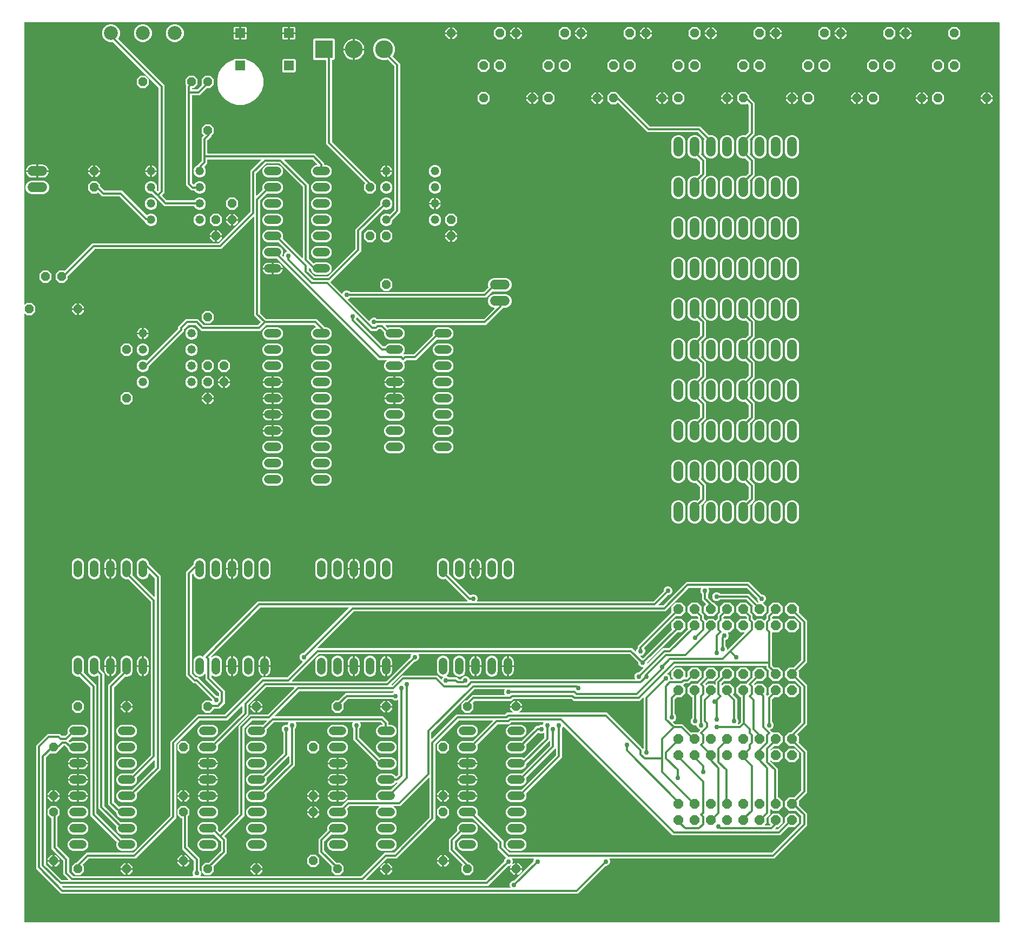
<source format=gbr>
G04 EAGLE Gerber RS-274X export*
G75*
%MOMM*%
%FSLAX34Y34*%
%LPD*%
%INBottom Copper*%
%IPPOS*%
%AMOC8*
5,1,8,0,0,1.08239X$1,22.5*%
G01*
%ADD10P,1.429621X8X292.500000*%
%ADD11P,1.429621X8X202.500000*%
%ADD12P,1.429621X8X112.500000*%
%ADD13C,1.320800*%
%ADD14P,1.429621X8X22.500000*%
%ADD15C,1.320800*%
%ADD16C,2.184400*%
%ADD17R,1.500000X1.500000*%
%ADD18R,2.781300X2.781300*%
%ADD19C,2.781300*%
%ADD20C,1.524000*%
%ADD21P,1.649562X8X202.500000*%
%ADD22C,0.304800*%
%ADD23C,0.756400*%

G36*
X1594178Y81284D02*
X1594178Y81284D01*
X1594197Y81282D01*
X1594299Y81304D01*
X1594401Y81320D01*
X1594418Y81330D01*
X1594438Y81334D01*
X1594527Y81387D01*
X1594618Y81436D01*
X1594632Y81450D01*
X1594649Y81460D01*
X1594716Y81539D01*
X1594788Y81614D01*
X1594796Y81632D01*
X1594809Y81647D01*
X1594848Y81743D01*
X1594891Y81837D01*
X1594893Y81857D01*
X1594901Y81875D01*
X1594919Y82042D01*
X1594919Y1489458D01*
X1594916Y1489478D01*
X1594918Y1489497D01*
X1594896Y1489599D01*
X1594880Y1489701D01*
X1594870Y1489718D01*
X1594866Y1489738D01*
X1594813Y1489827D01*
X1594764Y1489918D01*
X1594750Y1489932D01*
X1594740Y1489949D01*
X1594661Y1490016D01*
X1594586Y1490088D01*
X1594568Y1490096D01*
X1594553Y1490109D01*
X1594457Y1490148D01*
X1594363Y1490191D01*
X1594343Y1490193D01*
X1594325Y1490201D01*
X1594158Y1490219D01*
X69342Y1490219D01*
X69322Y1490216D01*
X69303Y1490218D01*
X69201Y1490196D01*
X69099Y1490180D01*
X69082Y1490170D01*
X69062Y1490166D01*
X68973Y1490113D01*
X68882Y1490064D01*
X68868Y1490050D01*
X68851Y1490040D01*
X68784Y1489961D01*
X68712Y1489886D01*
X68704Y1489868D01*
X68691Y1489853D01*
X68652Y1489757D01*
X68609Y1489663D01*
X68607Y1489643D01*
X68599Y1489625D01*
X68581Y1489458D01*
X68581Y1049270D01*
X68592Y1049199D01*
X68594Y1049127D01*
X68612Y1049078D01*
X68620Y1049027D01*
X68654Y1048963D01*
X68679Y1048896D01*
X68711Y1048855D01*
X68736Y1048809D01*
X68788Y1048760D01*
X68832Y1048704D01*
X68876Y1048676D01*
X68914Y1048640D01*
X68979Y1048610D01*
X69039Y1048571D01*
X69090Y1048558D01*
X69137Y1048536D01*
X69208Y1048529D01*
X69278Y1048511D01*
X69330Y1048515D01*
X69381Y1048509D01*
X69452Y1048525D01*
X69523Y1048530D01*
X69571Y1048550D01*
X69622Y1048562D01*
X69683Y1048598D01*
X69749Y1048626D01*
X69805Y1048671D01*
X69833Y1048688D01*
X69848Y1048706D01*
X69880Y1048731D01*
X72202Y1051053D01*
X80198Y1051053D01*
X85853Y1045398D01*
X85853Y1037402D01*
X80198Y1031747D01*
X72202Y1031747D01*
X69880Y1034069D01*
X69822Y1034111D01*
X69770Y1034160D01*
X69723Y1034182D01*
X69681Y1034212D01*
X69612Y1034233D01*
X69547Y1034264D01*
X69495Y1034269D01*
X69445Y1034285D01*
X69374Y1034283D01*
X69303Y1034291D01*
X69252Y1034280D01*
X69200Y1034278D01*
X69132Y1034254D01*
X69062Y1034238D01*
X69017Y1034212D01*
X68969Y1034194D01*
X68913Y1034149D01*
X68851Y1034112D01*
X68817Y1034073D01*
X68777Y1034040D01*
X68738Y1033980D01*
X68691Y1033925D01*
X68672Y1033877D01*
X68644Y1033833D01*
X68626Y1033764D01*
X68599Y1033697D01*
X68591Y1033626D01*
X68583Y1033595D01*
X68585Y1033571D01*
X68581Y1033530D01*
X68581Y82042D01*
X68584Y82022D01*
X68582Y82003D01*
X68604Y81901D01*
X68620Y81799D01*
X68630Y81782D01*
X68634Y81762D01*
X68687Y81673D01*
X68736Y81582D01*
X68750Y81568D01*
X68760Y81551D01*
X68839Y81484D01*
X68914Y81412D01*
X68932Y81404D01*
X68947Y81391D01*
X69043Y81352D01*
X69137Y81309D01*
X69157Y81307D01*
X69175Y81299D01*
X69342Y81281D01*
X1594158Y81281D01*
X1594178Y81284D01*
G37*
%LPC*%
G36*
X126122Y126491D02*
X126122Y126491D01*
X86867Y165746D01*
X86867Y358510D01*
X104786Y376429D01*
X123814Y376429D01*
X126639Y373604D01*
X126713Y373551D01*
X126783Y373491D01*
X126813Y373479D01*
X126839Y373460D01*
X126926Y373433D01*
X127011Y373399D01*
X127052Y373395D01*
X127074Y373388D01*
X127106Y373389D01*
X127177Y373381D01*
X131903Y373381D01*
X131993Y373395D01*
X132084Y373403D01*
X132113Y373415D01*
X132145Y373420D01*
X132226Y373463D01*
X132310Y373499D01*
X132342Y373525D01*
X132363Y373536D01*
X132385Y373559D01*
X132441Y373604D01*
X136303Y377466D01*
X136371Y377561D01*
X136441Y377655D01*
X136443Y377661D01*
X136447Y377666D01*
X136481Y377777D01*
X136517Y377889D01*
X136517Y377895D01*
X136519Y377901D01*
X136516Y378018D01*
X136515Y378135D01*
X136513Y378142D01*
X136513Y378147D01*
X136506Y378164D01*
X136468Y378296D01*
X136143Y379080D01*
X136143Y382920D01*
X137613Y386468D01*
X140328Y389183D01*
X143876Y390653D01*
X160924Y390653D01*
X164472Y389183D01*
X167187Y386468D01*
X168657Y382920D01*
X168657Y379080D01*
X167187Y375532D01*
X164472Y372817D01*
X160924Y371347D01*
X143876Y371347D01*
X143810Y371375D01*
X143697Y371401D01*
X143583Y371430D01*
X143577Y371429D01*
X143571Y371431D01*
X143454Y371420D01*
X143338Y371411D01*
X143332Y371408D01*
X143326Y371408D01*
X143218Y371360D01*
X143111Y371314D01*
X143106Y371310D01*
X143101Y371308D01*
X143087Y371295D01*
X142980Y371210D01*
X138908Y367137D01*
X138069Y366298D01*
X138057Y366282D01*
X138042Y366270D01*
X137986Y366182D01*
X137926Y366099D01*
X137920Y366080D01*
X137909Y366063D01*
X137884Y365962D01*
X137853Y365863D01*
X137854Y365844D01*
X137849Y365824D01*
X137857Y365721D01*
X137860Y365618D01*
X137866Y365599D01*
X137868Y365579D01*
X137908Y365484D01*
X137944Y365387D01*
X137956Y365371D01*
X137964Y365353D01*
X138069Y365222D01*
X139388Y363903D01*
X139483Y363835D01*
X139490Y363829D01*
X139507Y363815D01*
X139512Y363813D01*
X139577Y363765D01*
X139583Y363763D01*
X139588Y363759D01*
X139699Y363725D01*
X139811Y363688D01*
X139817Y363688D01*
X139823Y363687D01*
X139940Y363690D01*
X140057Y363691D01*
X140064Y363693D01*
X140069Y363693D01*
X140086Y363699D01*
X140218Y363737D01*
X143876Y365253D01*
X160924Y365253D01*
X164472Y363783D01*
X167187Y361068D01*
X168657Y357520D01*
X168657Y353680D01*
X167187Y350132D01*
X164472Y347417D01*
X160924Y345947D01*
X143876Y345947D01*
X140328Y347417D01*
X137613Y350132D01*
X136143Y353680D01*
X136143Y353899D01*
X136129Y353989D01*
X136121Y354080D01*
X136109Y354109D01*
X136104Y354141D01*
X136061Y354222D01*
X136025Y354306D01*
X135999Y354338D01*
X135988Y354359D01*
X135965Y354381D01*
X135920Y354437D01*
X132441Y357916D01*
X132367Y357969D01*
X132297Y358029D01*
X132267Y358041D01*
X132241Y358060D01*
X132154Y358087D01*
X132069Y358121D01*
X132028Y358125D01*
X132006Y358132D01*
X131974Y358131D01*
X131903Y358139D01*
X130225Y358139D01*
X130135Y358125D01*
X130044Y358117D01*
X130015Y358105D01*
X129983Y358100D01*
X129902Y358057D01*
X129818Y358021D01*
X129786Y357995D01*
X129765Y357984D01*
X129743Y357961D01*
X129687Y357916D01*
X124176Y352405D01*
X124123Y352331D01*
X124063Y352261D01*
X124051Y352231D01*
X124032Y352205D01*
X124005Y352118D01*
X123971Y352033D01*
X123967Y351992D01*
X123960Y351970D01*
X123961Y351938D01*
X123953Y351867D01*
X123953Y351602D01*
X118298Y345947D01*
X110302Y345947D01*
X109976Y346273D01*
X109960Y346284D01*
X109948Y346300D01*
X109860Y346356D01*
X109776Y346416D01*
X109757Y346422D01*
X109741Y346433D01*
X109640Y346458D01*
X109541Y346489D01*
X109521Y346488D01*
X109502Y346493D01*
X109399Y346485D01*
X109295Y346482D01*
X109277Y346475D01*
X109257Y346474D01*
X109162Y346434D01*
X109064Y346398D01*
X109049Y346385D01*
X109031Y346378D01*
X108900Y346273D01*
X102332Y339705D01*
X102279Y339631D01*
X102219Y339561D01*
X102207Y339531D01*
X102188Y339505D01*
X102161Y339418D01*
X102127Y339333D01*
X102123Y339292D01*
X102116Y339270D01*
X102117Y339238D01*
X102109Y339167D01*
X102109Y172897D01*
X102123Y172807D01*
X102131Y172716D01*
X102143Y172687D01*
X102148Y172655D01*
X102191Y172574D01*
X102227Y172490D01*
X102253Y172458D01*
X102264Y172437D01*
X102287Y172415D01*
X102332Y172359D01*
X126639Y148052D01*
X126713Y147999D01*
X126783Y147939D01*
X126813Y147927D01*
X126839Y147908D01*
X126926Y147881D01*
X127011Y147847D01*
X127052Y147843D01*
X127074Y147836D01*
X127106Y147837D01*
X127177Y147829D01*
X136475Y147829D01*
X136545Y147840D01*
X136617Y147842D01*
X136666Y147860D01*
X136717Y147868D01*
X136781Y147902D01*
X136848Y147927D01*
X136889Y147959D01*
X136935Y147984D01*
X136984Y148036D01*
X137040Y148080D01*
X137068Y148124D01*
X137104Y148162D01*
X137134Y148227D01*
X137173Y148287D01*
X137186Y148338D01*
X137208Y148385D01*
X137216Y148456D01*
X137233Y148526D01*
X137229Y148578D01*
X137235Y148629D01*
X137220Y148700D01*
X137214Y148771D01*
X137194Y148819D01*
X137183Y148870D01*
X137146Y148931D01*
X137118Y148997D01*
X137073Y149053D01*
X137056Y149081D01*
X137039Y149096D01*
X137013Y149128D01*
X129539Y156602D01*
X129539Y177623D01*
X129525Y177713D01*
X129517Y177804D01*
X129505Y177833D01*
X129500Y177865D01*
X129457Y177946D01*
X129421Y178030D01*
X129395Y178062D01*
X129384Y178083D01*
X129361Y178105D01*
X129316Y178161D01*
X111251Y196226D01*
X111251Y243586D01*
X111248Y243606D01*
X111250Y243625D01*
X111228Y243727D01*
X111212Y243829D01*
X111202Y243846D01*
X111198Y243866D01*
X111145Y243955D01*
X111096Y244046D01*
X111082Y244060D01*
X111072Y244077D01*
X110993Y244144D01*
X110918Y244216D01*
X110900Y244224D01*
X110885Y244237D01*
X110789Y244276D01*
X110695Y244319D01*
X110675Y244321D01*
X110657Y244329D01*
X110490Y244347D01*
X110302Y244347D01*
X104647Y250002D01*
X104647Y257998D01*
X110302Y263653D01*
X118298Y263653D01*
X123953Y257998D01*
X123953Y250002D01*
X120620Y246669D01*
X120567Y246595D01*
X120507Y246525D01*
X120495Y246495D01*
X120476Y246469D01*
X120449Y246382D01*
X120415Y246297D01*
X120411Y246256D01*
X120404Y246234D01*
X120405Y246202D01*
X120397Y246130D01*
X120397Y200329D01*
X120411Y200239D01*
X120419Y200148D01*
X120431Y200119D01*
X120436Y200087D01*
X120479Y200006D01*
X120515Y199922D01*
X120541Y199890D01*
X120552Y199869D01*
X120575Y199847D01*
X120620Y199791D01*
X138685Y181726D01*
X138685Y160705D01*
X138699Y160615D01*
X138707Y160524D01*
X138719Y160495D01*
X138724Y160463D01*
X138767Y160382D01*
X138803Y160298D01*
X138829Y160266D01*
X138840Y160245D01*
X138863Y160223D01*
X138908Y160167D01*
X144927Y154148D01*
X145001Y154095D01*
X145071Y154035D01*
X145101Y154023D01*
X145127Y154004D01*
X145214Y153977D01*
X145299Y153943D01*
X145340Y153939D01*
X145362Y153932D01*
X145394Y153933D01*
X145465Y153925D01*
X331689Y153925D01*
X331734Y153932D01*
X331780Y153930D01*
X331855Y153952D01*
X331931Y153964D01*
X331972Y153986D01*
X332016Y153999D01*
X332080Y154043D01*
X332149Y154080D01*
X332180Y154113D01*
X332218Y154139D01*
X332265Y154202D01*
X332318Y154258D01*
X332338Y154300D01*
X332365Y154336D01*
X332389Y154410D01*
X332422Y154481D01*
X332427Y154527D01*
X332441Y154570D01*
X332440Y154648D01*
X332449Y154725D01*
X332439Y154770D01*
X332439Y154816D01*
X332401Y154948D01*
X332397Y154966D01*
X332394Y154970D01*
X332392Y154977D01*
X331497Y157137D01*
X331497Y159855D01*
X332537Y162365D01*
X333532Y163360D01*
X333585Y163434D01*
X333645Y163504D01*
X333657Y163534D01*
X333676Y163560D01*
X333703Y163647D01*
X333737Y163732D01*
X333741Y163773D01*
X333748Y163795D01*
X333747Y163827D01*
X333755Y163899D01*
X333755Y177623D01*
X333741Y177713D01*
X333733Y177804D01*
X333721Y177833D01*
X333716Y177865D01*
X333673Y177946D01*
X333637Y178030D01*
X333611Y178062D01*
X333600Y178083D01*
X333577Y178105D01*
X333532Y178161D01*
X315467Y196226D01*
X315467Y243586D01*
X315464Y243606D01*
X315466Y243625D01*
X315444Y243727D01*
X315428Y243829D01*
X315418Y243846D01*
X315414Y243866D01*
X315361Y243955D01*
X315312Y244046D01*
X315298Y244060D01*
X315288Y244077D01*
X315209Y244144D01*
X315134Y244216D01*
X315116Y244224D01*
X315101Y244237D01*
X315005Y244276D01*
X314911Y244319D01*
X314891Y244321D01*
X314873Y244329D01*
X314706Y244347D01*
X313502Y244347D01*
X307847Y250002D01*
X307847Y257998D01*
X313502Y263653D01*
X321498Y263653D01*
X327153Y257998D01*
X327153Y250002D01*
X324836Y247685D01*
X324783Y247611D01*
X324723Y247541D01*
X324711Y247511D01*
X324692Y247485D01*
X324665Y247398D01*
X324631Y247313D01*
X324627Y247272D01*
X324620Y247250D01*
X324621Y247218D01*
X324613Y247146D01*
X324613Y200329D01*
X324627Y200239D01*
X324635Y200148D01*
X324647Y200119D01*
X324652Y200087D01*
X324695Y200006D01*
X324731Y199922D01*
X324757Y199890D01*
X324768Y199869D01*
X324791Y199847D01*
X324836Y199791D01*
X342901Y181726D01*
X342901Y163899D01*
X342915Y163809D01*
X342923Y163718D01*
X342935Y163688D01*
X342940Y163656D01*
X342983Y163575D01*
X343019Y163491D01*
X343045Y163459D01*
X343056Y163439D01*
X343079Y163416D01*
X343124Y163360D01*
X344119Y162365D01*
X344483Y161487D01*
X344534Y161404D01*
X344580Y161318D01*
X344599Y161300D01*
X344612Y161278D01*
X344687Y161216D01*
X344758Y161149D01*
X344782Y161138D01*
X344802Y161121D01*
X344893Y161086D01*
X344981Y161045D01*
X345007Y161042D01*
X345031Y161033D01*
X345129Y161029D01*
X345225Y161018D01*
X345251Y161023D01*
X345277Y161022D01*
X345371Y161049D01*
X345466Y161070D01*
X345488Y161083D01*
X345513Y161091D01*
X345593Y161146D01*
X345677Y161196D01*
X345694Y161216D01*
X345715Y161231D01*
X345774Y161309D01*
X345837Y161383D01*
X345847Y161407D01*
X345862Y161428D01*
X345892Y161521D01*
X345929Y161611D01*
X345932Y161644D01*
X345938Y161662D01*
X345938Y161695D01*
X345947Y161778D01*
X345947Y169098D01*
X351602Y174753D01*
X356947Y174753D01*
X357037Y174767D01*
X357128Y174775D01*
X357157Y174787D01*
X357189Y174792D01*
X357270Y174835D01*
X357354Y174871D01*
X357386Y174897D01*
X357407Y174908D01*
X357429Y174931D01*
X357485Y174976D01*
X376204Y193695D01*
X376257Y193769D01*
X376317Y193839D01*
X376329Y193869D01*
X376348Y193895D01*
X376375Y193982D01*
X376409Y194067D01*
X376413Y194108D01*
X376420Y194130D01*
X376419Y194162D01*
X376427Y194233D01*
X376427Y208103D01*
X376413Y208193D01*
X376405Y208284D01*
X376393Y208313D01*
X376388Y208345D01*
X376345Y208426D01*
X376309Y208510D01*
X376283Y208542D01*
X376272Y208563D01*
X376249Y208585D01*
X376204Y208641D01*
X365738Y219107D01*
X365644Y219175D01*
X365549Y219245D01*
X365543Y219247D01*
X365538Y219251D01*
X365427Y219285D01*
X365315Y219321D01*
X365309Y219321D01*
X365303Y219323D01*
X365186Y219320D01*
X365070Y219319D01*
X365062Y219317D01*
X365057Y219317D01*
X365040Y219310D01*
X364908Y219272D01*
X364124Y218947D01*
X347076Y218947D01*
X343528Y220417D01*
X340813Y223132D01*
X339343Y226680D01*
X339343Y230520D01*
X340813Y234068D01*
X343528Y236783D01*
X347076Y238253D01*
X364124Y238253D01*
X367672Y236783D01*
X370387Y234068D01*
X371857Y230520D01*
X371857Y226680D01*
X371829Y226614D01*
X371803Y226501D01*
X371774Y226387D01*
X371775Y226381D01*
X371773Y226375D01*
X371784Y226258D01*
X371793Y226142D01*
X371796Y226136D01*
X371796Y226130D01*
X371844Y226023D01*
X371890Y225915D01*
X371894Y225910D01*
X371896Y225905D01*
X371909Y225891D01*
X371994Y225784D01*
X374366Y223413D01*
X374382Y223401D01*
X374394Y223386D01*
X374481Y223330D01*
X374565Y223270D01*
X374585Y223264D01*
X374601Y223253D01*
X374702Y223228D01*
X374801Y223197D01*
X374820Y223198D01*
X374840Y223193D01*
X374943Y223201D01*
X375046Y223204D01*
X375065Y223210D01*
X375085Y223212D01*
X375180Y223252D01*
X375277Y223288D01*
X375293Y223301D01*
X375311Y223308D01*
X375442Y223413D01*
X403636Y251607D01*
X403689Y251681D01*
X403749Y251751D01*
X403761Y251781D01*
X403780Y251807D01*
X403807Y251894D01*
X403841Y251979D01*
X403845Y252020D01*
X403852Y252042D01*
X403851Y252074D01*
X403859Y252145D01*
X403859Y388990D01*
X421778Y406909D01*
X448895Y406909D01*
X448985Y406923D01*
X449076Y406931D01*
X449105Y406943D01*
X449137Y406948D01*
X449218Y406991D01*
X449302Y407027D01*
X449334Y407053D01*
X449355Y407064D01*
X449377Y407087D01*
X449433Y407132D01*
X490581Y448280D01*
X490623Y448338D01*
X490672Y448390D01*
X490694Y448437D01*
X490724Y448479D01*
X490746Y448548D01*
X490776Y448613D01*
X490782Y448665D01*
X490797Y448715D01*
X490795Y448786D01*
X490803Y448857D01*
X490792Y448908D01*
X490790Y448960D01*
X490766Y449028D01*
X490751Y449098D01*
X490724Y449143D01*
X490706Y449191D01*
X490661Y449247D01*
X490624Y449309D01*
X490585Y449343D01*
X490552Y449383D01*
X490492Y449422D01*
X490438Y449469D01*
X490389Y449488D01*
X490345Y449516D01*
X490276Y449534D01*
X490209Y449561D01*
X490138Y449569D01*
X490107Y449577D01*
X490084Y449575D01*
X490043Y449579D01*
X447217Y449579D01*
X447127Y449565D01*
X447036Y449557D01*
X447007Y449545D01*
X446975Y449540D01*
X446894Y449497D01*
X446810Y449461D01*
X446778Y449435D01*
X446757Y449424D01*
X446735Y449401D01*
X446679Y449356D01*
X419324Y422001D01*
X419271Y421927D01*
X419211Y421857D01*
X419199Y421827D01*
X419180Y421801D01*
X419153Y421714D01*
X419119Y421629D01*
X419115Y421588D01*
X419108Y421566D01*
X419109Y421534D01*
X419101Y421463D01*
X419101Y406538D01*
X371697Y359134D01*
X371629Y359040D01*
X371559Y358945D01*
X371557Y358939D01*
X371553Y358934D01*
X371519Y358823D01*
X371483Y358711D01*
X371483Y358705D01*
X371481Y358699D01*
X371484Y358582D01*
X371485Y358466D01*
X371487Y358458D01*
X371487Y358453D01*
X371494Y358436D01*
X371532Y358304D01*
X371857Y357520D01*
X371857Y353680D01*
X370387Y350132D01*
X367672Y347417D01*
X364124Y345947D01*
X347076Y345947D01*
X343528Y347417D01*
X340813Y350132D01*
X339343Y353680D01*
X339343Y357520D01*
X340813Y361068D01*
X343528Y363783D01*
X347076Y365253D01*
X364124Y365253D01*
X364190Y365225D01*
X364303Y365199D01*
X364417Y365170D01*
X364423Y365171D01*
X364429Y365169D01*
X364546Y365180D01*
X364662Y365189D01*
X364668Y365192D01*
X364674Y365192D01*
X364782Y365240D01*
X364889Y365286D01*
X364894Y365290D01*
X364899Y365292D01*
X364913Y365305D01*
X365020Y365390D01*
X409732Y410103D01*
X409785Y410177D01*
X409845Y410247D01*
X409857Y410277D01*
X409876Y410303D01*
X409903Y410390D01*
X409937Y410475D01*
X409941Y410516D01*
X409948Y410538D01*
X409947Y410570D01*
X409955Y410641D01*
X409955Y419939D01*
X409944Y420009D01*
X409942Y420081D01*
X409924Y420130D01*
X409916Y420181D01*
X409882Y420245D01*
X409857Y420312D01*
X409825Y420353D01*
X409800Y420399D01*
X409748Y420448D01*
X409704Y420504D01*
X409660Y420532D01*
X409622Y420568D01*
X409557Y420598D01*
X409497Y420637D01*
X409446Y420650D01*
X409399Y420672D01*
X409328Y420680D01*
X409258Y420697D01*
X409206Y420693D01*
X409155Y420699D01*
X409084Y420684D01*
X409013Y420678D01*
X408965Y420658D01*
X408914Y420647D01*
X408853Y420610D01*
X408787Y420582D01*
X408731Y420537D01*
X408703Y420520D01*
X408688Y420503D01*
X408656Y420477D01*
X385942Y397763D01*
X343585Y397763D01*
X343495Y397749D01*
X343404Y397741D01*
X343375Y397729D01*
X343343Y397724D01*
X343262Y397681D01*
X343178Y397645D01*
X343146Y397619D01*
X343125Y397608D01*
X343103Y397585D01*
X343047Y397540D01*
X306548Y361041D01*
X306495Y360967D01*
X306435Y360897D01*
X306423Y360867D01*
X306404Y360841D01*
X306377Y360754D01*
X306343Y360669D01*
X306339Y360628D01*
X306332Y360606D01*
X306333Y360574D01*
X306325Y360503D01*
X306325Y244994D01*
X242686Y181355D01*
X169849Y181355D01*
X169759Y181341D01*
X169668Y181333D01*
X169639Y181321D01*
X169607Y181316D01*
X169526Y181273D01*
X169442Y181237D01*
X169410Y181211D01*
X169389Y181200D01*
X169367Y181177D01*
X169311Y181132D01*
X160203Y172024D01*
X160192Y172008D01*
X160176Y171996D01*
X160120Y171909D01*
X160060Y171825D01*
X160054Y171806D01*
X160043Y171789D01*
X160018Y171688D01*
X159987Y171590D01*
X159988Y171570D01*
X159983Y171550D01*
X159991Y171447D01*
X159994Y171344D01*
X160001Y171325D01*
X160002Y171305D01*
X160042Y171210D01*
X160078Y171113D01*
X160091Y171097D01*
X160098Y171079D01*
X160203Y170948D01*
X162053Y169098D01*
X162053Y161102D01*
X156398Y155447D01*
X148402Y155447D01*
X142747Y161102D01*
X142747Y169098D01*
X148402Y174753D01*
X149683Y174753D01*
X149773Y174767D01*
X149864Y174775D01*
X149893Y174787D01*
X149925Y174792D01*
X150006Y174835D01*
X150090Y174871D01*
X150122Y174897D01*
X150143Y174908D01*
X150165Y174931D01*
X150221Y174976D01*
X165746Y190501D01*
X238583Y190501D01*
X238673Y190515D01*
X238764Y190523D01*
X238793Y190535D01*
X238825Y190540D01*
X238906Y190583D01*
X238990Y190619D01*
X239022Y190645D01*
X239043Y190656D01*
X239065Y190679D01*
X239121Y190724D01*
X296956Y248559D01*
X297009Y248633D01*
X297069Y248703D01*
X297081Y248733D01*
X297100Y248759D01*
X297127Y248846D01*
X297161Y248931D01*
X297165Y248972D01*
X297172Y248994D01*
X297171Y249026D01*
X297179Y249097D01*
X297179Y364606D01*
X339482Y406909D01*
X381839Y406909D01*
X381929Y406923D01*
X382020Y406931D01*
X382049Y406943D01*
X382081Y406948D01*
X382162Y406991D01*
X382246Y407027D01*
X382278Y407053D01*
X382299Y407064D01*
X382321Y407087D01*
X382377Y407132D01*
X440066Y464821D01*
X479375Y464821D01*
X479465Y464835D01*
X479556Y464843D01*
X479585Y464855D01*
X479617Y464860D01*
X479698Y464903D01*
X479782Y464939D01*
X479814Y464965D01*
X479835Y464976D01*
X479857Y464999D01*
X479913Y465044D01*
X503983Y489114D01*
X504009Y489151D01*
X504043Y489182D01*
X504081Y489250D01*
X504126Y489313D01*
X504140Y489357D01*
X504162Y489397D01*
X504176Y489474D01*
X504199Y489548D01*
X504197Y489594D01*
X504206Y489639D01*
X504194Y489716D01*
X504192Y489794D01*
X504176Y489837D01*
X504170Y489883D01*
X504135Y489952D01*
X504108Y490025D01*
X504079Y490061D01*
X504058Y490102D01*
X504003Y490157D01*
X503954Y490217D01*
X503915Y490242D01*
X503883Y490274D01*
X503763Y490340D01*
X503747Y490350D01*
X503742Y490351D01*
X503736Y490355D01*
X502099Y491033D01*
X500177Y492955D01*
X499137Y495465D01*
X499137Y498183D01*
X500177Y500693D01*
X502099Y502615D01*
X504609Y503655D01*
X506017Y503655D01*
X506107Y503669D01*
X506198Y503677D01*
X506227Y503689D01*
X506259Y503694D01*
X506340Y503737D01*
X506424Y503773D01*
X506456Y503799D01*
X506477Y503810D01*
X506499Y503833D01*
X506555Y503878D01*
X575925Y573248D01*
X575967Y573306D01*
X576016Y573358D01*
X576038Y573405D01*
X576068Y573447D01*
X576090Y573516D01*
X576120Y573581D01*
X576126Y573633D01*
X576141Y573683D01*
X576139Y573754D01*
X576147Y573825D01*
X576136Y573876D01*
X576134Y573928D01*
X576110Y573996D01*
X576095Y574066D01*
X576068Y574110D01*
X576050Y574159D01*
X576005Y574215D01*
X575968Y574277D01*
X575929Y574311D01*
X575896Y574351D01*
X575836Y574390D01*
X575782Y574437D01*
X575733Y574456D01*
X575689Y574484D01*
X575620Y574502D01*
X575553Y574529D01*
X575482Y574537D01*
X575451Y574545D01*
X575428Y574543D01*
X575387Y574547D01*
X438073Y574547D01*
X437983Y574533D01*
X437892Y574525D01*
X437863Y574513D01*
X437831Y574508D01*
X437750Y574465D01*
X437666Y574429D01*
X437634Y574403D01*
X437613Y574392D01*
X437591Y574369D01*
X437535Y574324D01*
X360573Y497362D01*
X360561Y497346D01*
X360546Y497333D01*
X360490Y497246D01*
X360430Y497163D01*
X360424Y497143D01*
X360413Y497126D01*
X360388Y497026D01*
X360357Y496927D01*
X360358Y496907D01*
X360353Y496888D01*
X360361Y496785D01*
X360364Y496682D01*
X360370Y496663D01*
X360372Y496643D01*
X360412Y496548D01*
X360448Y496451D01*
X360461Y496435D01*
X360468Y496416D01*
X360573Y496285D01*
X360614Y496245D01*
X360630Y496233D01*
X360642Y496218D01*
X360729Y496162D01*
X360814Y496102D01*
X360833Y496096D01*
X360849Y496085D01*
X360950Y496060D01*
X361049Y496029D01*
X361069Y496030D01*
X361088Y496025D01*
X361191Y496033D01*
X361295Y496036D01*
X361313Y496043D01*
X361333Y496044D01*
X361428Y496085D01*
X361526Y496120D01*
X361541Y496133D01*
X361559Y496140D01*
X361690Y496245D01*
X362832Y497387D01*
X366380Y498857D01*
X370220Y498857D01*
X373768Y497387D01*
X376483Y494672D01*
X377953Y491124D01*
X377953Y474076D01*
X376483Y470528D01*
X373768Y467813D01*
X370220Y466343D01*
X366380Y466343D01*
X362832Y467813D01*
X362488Y468157D01*
X362430Y468199D01*
X362378Y468248D01*
X362331Y468270D01*
X362289Y468300D01*
X362220Y468321D01*
X362155Y468352D01*
X362103Y468357D01*
X362053Y468373D01*
X361982Y468371D01*
X361911Y468379D01*
X361860Y468368D01*
X361808Y468366D01*
X361740Y468342D01*
X361670Y468326D01*
X361625Y468300D01*
X361577Y468282D01*
X361521Y468237D01*
X361459Y468200D01*
X361425Y468161D01*
X361385Y468128D01*
X361346Y468068D01*
X361299Y468013D01*
X361280Y467965D01*
X361252Y467921D01*
X361234Y467852D01*
X361207Y467785D01*
X361199Y467714D01*
X361191Y467683D01*
X361193Y467659D01*
X361189Y467618D01*
X361189Y465505D01*
X361203Y465415D01*
X361211Y465324D01*
X361223Y465295D01*
X361228Y465263D01*
X361271Y465182D01*
X361307Y465098D01*
X361333Y465066D01*
X361344Y465045D01*
X361367Y465023D01*
X361412Y464967D01*
X382525Y443854D01*
X382525Y424826D01*
X373750Y416051D01*
X366014Y416051D01*
X365994Y416048D01*
X365975Y416050D01*
X365873Y416028D01*
X365771Y416012D01*
X365754Y416002D01*
X365734Y415998D01*
X365645Y415945D01*
X365554Y415896D01*
X365540Y415882D01*
X365523Y415872D01*
X365456Y415793D01*
X365384Y415718D01*
X365376Y415700D01*
X365363Y415685D01*
X365324Y415589D01*
X365281Y415495D01*
X365279Y415475D01*
X365271Y415457D01*
X365253Y415290D01*
X365253Y415102D01*
X359598Y409447D01*
X351602Y409447D01*
X345947Y415102D01*
X345947Y423098D01*
X351602Y428753D01*
X359598Y428753D01*
X360710Y427641D01*
X360790Y427584D01*
X360865Y427522D01*
X360889Y427512D01*
X360910Y427497D01*
X361003Y427468D01*
X361094Y427433D01*
X361120Y427432D01*
X361145Y427425D01*
X361243Y427427D01*
X361340Y427423D01*
X361365Y427430D01*
X361391Y427431D01*
X361483Y427464D01*
X361576Y427492D01*
X361598Y427506D01*
X361622Y427515D01*
X361698Y427576D01*
X361778Y427632D01*
X361794Y427653D01*
X361814Y427669D01*
X361867Y427751D01*
X361925Y427829D01*
X361933Y427854D01*
X361947Y427876D01*
X361971Y427971D01*
X362001Y428063D01*
X362001Y428089D01*
X362007Y428115D01*
X362000Y428211D01*
X361999Y428309D01*
X361990Y428340D01*
X361988Y428360D01*
X361977Y428385D01*
X361977Y429817D01*
X361963Y429907D01*
X361955Y429998D01*
X361943Y430027D01*
X361938Y430059D01*
X361895Y430140D01*
X361859Y430224D01*
X361833Y430256D01*
X361822Y430277D01*
X361799Y430299D01*
X361754Y430355D01*
X336657Y455452D01*
X336583Y455505D01*
X336513Y455565D01*
X336483Y455577D01*
X336457Y455596D01*
X336370Y455623D01*
X336285Y455657D01*
X336244Y455661D01*
X336222Y455668D01*
X336190Y455667D01*
X336119Y455675D01*
X333386Y455675D01*
X321563Y467498D01*
X321563Y629782D01*
X333024Y641243D01*
X333077Y641317D01*
X333137Y641387D01*
X333149Y641417D01*
X333168Y641443D01*
X333195Y641530D01*
X333229Y641615D01*
X333233Y641656D01*
X333240Y641678D01*
X333239Y641710D01*
X333247Y641781D01*
X333247Y643524D01*
X334717Y647072D01*
X337432Y649787D01*
X340980Y651257D01*
X344820Y651257D01*
X348368Y649787D01*
X351083Y647072D01*
X352553Y643524D01*
X352553Y626476D01*
X351083Y622928D01*
X348368Y620213D01*
X344820Y618743D01*
X340980Y618743D01*
X337432Y620213D01*
X334717Y622928D01*
X333247Y626476D01*
X333247Y626695D01*
X333236Y626765D01*
X333234Y626837D01*
X333216Y626886D01*
X333208Y626937D01*
X333174Y627001D01*
X333149Y627068D01*
X333117Y627109D01*
X333092Y627155D01*
X333040Y627204D01*
X332996Y627260D01*
X332952Y627288D01*
X332914Y627324D01*
X332849Y627354D01*
X332789Y627393D01*
X332738Y627406D01*
X332691Y627428D01*
X332620Y627436D01*
X332550Y627453D01*
X332498Y627449D01*
X332447Y627455D01*
X332376Y627440D01*
X332305Y627434D01*
X332257Y627414D01*
X332206Y627403D01*
X332145Y627366D01*
X332079Y627338D01*
X332023Y627293D01*
X331995Y627276D01*
X331980Y627259D01*
X331948Y627233D01*
X330932Y626217D01*
X330879Y626143D01*
X330819Y626073D01*
X330807Y626043D01*
X330788Y626017D01*
X330761Y625930D01*
X330727Y625845D01*
X330723Y625804D01*
X330716Y625782D01*
X330717Y625750D01*
X330709Y625679D01*
X330709Y471601D01*
X330723Y471511D01*
X330731Y471420D01*
X330743Y471391D01*
X330748Y471359D01*
X330791Y471278D01*
X330827Y471194D01*
X330853Y471162D01*
X330864Y471141D01*
X330887Y471119D01*
X330932Y471063D01*
X336951Y465044D01*
X337025Y464991D01*
X337095Y464931D01*
X337125Y464919D01*
X337151Y464900D01*
X337238Y464873D01*
X337323Y464839D01*
X337364Y464835D01*
X337386Y464828D01*
X337418Y464829D01*
X337489Y464821D01*
X340222Y464821D01*
X343124Y461919D01*
X368221Y436822D01*
X368295Y436769D01*
X368365Y436709D01*
X368395Y436697D01*
X368421Y436678D01*
X368508Y436651D01*
X368593Y436617D01*
X368634Y436613D01*
X368656Y436606D01*
X368688Y436607D01*
X368759Y436599D01*
X370167Y436599D01*
X372327Y435704D01*
X372371Y435694D01*
X372413Y435674D01*
X372490Y435666D01*
X372566Y435648D01*
X372612Y435652D01*
X372657Y435647D01*
X372734Y435664D01*
X372811Y435671D01*
X372853Y435690D01*
X372898Y435699D01*
X372965Y435739D01*
X373036Y435771D01*
X373070Y435802D01*
X373109Y435826D01*
X373160Y435885D01*
X373217Y435937D01*
X373239Y435978D01*
X373269Y436012D01*
X373298Y436085D01*
X373335Y436153D01*
X373344Y436198D01*
X373361Y436241D01*
X373376Y436377D01*
X373379Y436395D01*
X373378Y436400D01*
X373379Y436407D01*
X373379Y439751D01*
X373365Y439841D01*
X373357Y439932D01*
X373345Y439961D01*
X373340Y439993D01*
X373297Y440074D01*
X373261Y440158D01*
X373235Y440190D01*
X373224Y440211D01*
X373201Y440233D01*
X373156Y440289D01*
X352043Y461402D01*
X352043Y469650D01*
X352032Y469721D01*
X352030Y469793D01*
X352012Y469842D01*
X352004Y469893D01*
X351970Y469957D01*
X351945Y470024D01*
X351913Y470065D01*
X351888Y470111D01*
X351836Y470160D01*
X351792Y470216D01*
X351748Y470244D01*
X351710Y470280D01*
X351645Y470310D01*
X351585Y470349D01*
X351534Y470362D01*
X351487Y470384D01*
X351416Y470391D01*
X351346Y470409D01*
X351294Y470405D01*
X351243Y470411D01*
X351172Y470395D01*
X351101Y470390D01*
X351053Y470370D01*
X351002Y470358D01*
X350941Y470322D01*
X350875Y470294D01*
X350819Y470249D01*
X350791Y470232D01*
X350776Y470214D01*
X350744Y470189D01*
X348368Y467813D01*
X344820Y466343D01*
X340980Y466343D01*
X337432Y467813D01*
X334717Y470528D01*
X333247Y474076D01*
X333247Y491124D01*
X334717Y494672D01*
X337432Y497387D01*
X340980Y498857D01*
X344820Y498857D01*
X347943Y497563D01*
X347987Y497553D01*
X348029Y497533D01*
X348106Y497525D01*
X348182Y497507D01*
X348228Y497511D01*
X348273Y497506D01*
X348350Y497523D01*
X348427Y497530D01*
X348469Y497549D01*
X348514Y497559D01*
X348581Y497599D01*
X348652Y497630D01*
X348686Y497661D01*
X348725Y497685D01*
X348776Y497744D01*
X348833Y497797D01*
X348855Y497837D01*
X348885Y497872D01*
X348914Y497944D01*
X348951Y498012D01*
X348960Y498057D01*
X348977Y498100D01*
X348992Y498236D01*
X348995Y498254D01*
X348994Y498259D01*
X348995Y498267D01*
X348995Y498718D01*
X433970Y583693D01*
X761315Y583693D01*
X761385Y583704D01*
X761457Y583706D01*
X761506Y583724D01*
X761557Y583732D01*
X761621Y583766D01*
X761688Y583791D01*
X761729Y583823D01*
X761775Y583848D01*
X761824Y583899D01*
X761880Y583944D01*
X761908Y583988D01*
X761944Y584026D01*
X761974Y584091D01*
X762013Y584151D01*
X762026Y584202D01*
X762048Y584249D01*
X762056Y584320D01*
X762073Y584390D01*
X762069Y584442D01*
X762075Y584493D01*
X762060Y584564D01*
X762054Y584635D01*
X762034Y584683D01*
X762023Y584734D01*
X761986Y584795D01*
X761958Y584861D01*
X761913Y584917D01*
X761896Y584945D01*
X761886Y584954D01*
X761883Y584958D01*
X761874Y584966D01*
X761853Y584992D01*
X727793Y619052D01*
X727698Y619120D01*
X727605Y619190D01*
X727599Y619192D01*
X727593Y619195D01*
X727482Y619230D01*
X727371Y619266D01*
X727364Y619266D01*
X727358Y619268D01*
X727242Y619265D01*
X727125Y619264D01*
X727118Y619262D01*
X727113Y619261D01*
X727095Y619255D01*
X726964Y619217D01*
X725820Y618743D01*
X721980Y618743D01*
X718432Y620213D01*
X715717Y622928D01*
X714247Y626476D01*
X714247Y643524D01*
X715717Y647072D01*
X718432Y649787D01*
X721980Y651257D01*
X725820Y651257D01*
X729368Y649787D01*
X732083Y647072D01*
X733553Y643524D01*
X733553Y626541D01*
X733567Y626451D01*
X733575Y626360D01*
X733587Y626331D01*
X733592Y626299D01*
X733635Y626218D01*
X733671Y626134D01*
X733697Y626102D01*
X733708Y626081D01*
X733731Y626059D01*
X733776Y626003D01*
X765961Y593818D01*
X765977Y593806D01*
X765990Y593791D01*
X766055Y593749D01*
X766097Y593712D01*
X766121Y593703D01*
X766161Y593674D01*
X766180Y593668D01*
X766197Y593658D01*
X766295Y593633D01*
X766325Y593620D01*
X766341Y593619D01*
X766396Y593602D01*
X766416Y593602D01*
X766435Y593597D01*
X766493Y593602D01*
X766507Y593602D01*
X766519Y593604D01*
X766538Y593606D01*
X766642Y593608D01*
X766661Y593615D01*
X766680Y593617D01*
X766733Y593639D01*
X766749Y593642D01*
X766785Y593660D01*
X766873Y593693D01*
X766888Y593705D01*
X766907Y593713D01*
X766951Y593749D01*
X766967Y593757D01*
X766983Y593774D01*
X767038Y593818D01*
X767275Y594055D01*
X769785Y595095D01*
X772503Y595095D01*
X775013Y594055D01*
X776935Y592133D01*
X777975Y589623D01*
X777975Y586905D01*
X777080Y584745D01*
X777070Y584703D01*
X777056Y584672D01*
X777055Y584670D01*
X777050Y584659D01*
X777042Y584582D01*
X777024Y584506D01*
X777028Y584460D01*
X777023Y584415D01*
X777040Y584338D01*
X777047Y584261D01*
X777066Y584219D01*
X777075Y584174D01*
X777115Y584107D01*
X777147Y584036D01*
X777178Y584002D01*
X777202Y583963D01*
X777261Y583912D01*
X777313Y583855D01*
X777354Y583833D01*
X777388Y583803D01*
X777461Y583774D01*
X777529Y583737D01*
X777574Y583728D01*
X777617Y583711D01*
X777753Y583696D01*
X777771Y583693D01*
X777776Y583694D01*
X777783Y583693D01*
X1052399Y583693D01*
X1052489Y583707D01*
X1052580Y583715D01*
X1052609Y583727D01*
X1052641Y583732D01*
X1052722Y583775D01*
X1052806Y583811D01*
X1052838Y583837D01*
X1052859Y583848D01*
X1052870Y583860D01*
X1052872Y583861D01*
X1052884Y583873D01*
X1052937Y583916D01*
X1068890Y599869D01*
X1068943Y599943D01*
X1069003Y600013D01*
X1069015Y600043D01*
X1069034Y600069D01*
X1069061Y600156D01*
X1069095Y600241D01*
X1069099Y600282D01*
X1069106Y600304D01*
X1069105Y600336D01*
X1069113Y600407D01*
X1069113Y601815D01*
X1070153Y604325D01*
X1072075Y606247D01*
X1074585Y607287D01*
X1077303Y607287D01*
X1079813Y606247D01*
X1081735Y604325D01*
X1082775Y601815D01*
X1082775Y599097D01*
X1081735Y596587D01*
X1079813Y594665D01*
X1077303Y593625D01*
X1075895Y593625D01*
X1075805Y593611D01*
X1075714Y593603D01*
X1075685Y593591D01*
X1075653Y593586D01*
X1075572Y593543D01*
X1075488Y593507D01*
X1075456Y593481D01*
X1075435Y593470D01*
X1075414Y593448D01*
X1075412Y593447D01*
X1075408Y593443D01*
X1075357Y593402D01*
X1060851Y578896D01*
X1060809Y578838D01*
X1060760Y578786D01*
X1060738Y578739D01*
X1060708Y578697D01*
X1060686Y578628D01*
X1060656Y578563D01*
X1060650Y578511D01*
X1060635Y578461D01*
X1060637Y578390D01*
X1060629Y578319D01*
X1060640Y578268D01*
X1060642Y578216D01*
X1060666Y578148D01*
X1060681Y578078D01*
X1060708Y578034D01*
X1060726Y577985D01*
X1060771Y577929D01*
X1060808Y577867D01*
X1060847Y577833D01*
X1060880Y577793D01*
X1060940Y577754D01*
X1060994Y577707D01*
X1061043Y577688D01*
X1061087Y577660D01*
X1061156Y577642D01*
X1061223Y577615D01*
X1061294Y577607D01*
X1061325Y577599D01*
X1061348Y577601D01*
X1061389Y577597D01*
X1067639Y577597D01*
X1067729Y577611D01*
X1067820Y577619D01*
X1067849Y577631D01*
X1067881Y577636D01*
X1067962Y577679D01*
X1068046Y577715D01*
X1068078Y577741D01*
X1068099Y577752D01*
X1068116Y577770D01*
X1068118Y577771D01*
X1068125Y577778D01*
X1068177Y577820D01*
X1104530Y614173D01*
X1202806Y614173D01*
X1221661Y595318D01*
X1221735Y595265D01*
X1221805Y595205D01*
X1221835Y595193D01*
X1221861Y595174D01*
X1221948Y595147D01*
X1222033Y595113D01*
X1222074Y595109D01*
X1222096Y595102D01*
X1222128Y595103D01*
X1222199Y595095D01*
X1223607Y595095D01*
X1226117Y594055D01*
X1228039Y592133D01*
X1229079Y589623D01*
X1229079Y586905D01*
X1228039Y584395D01*
X1226117Y582473D01*
X1225188Y582088D01*
X1225149Y582064D01*
X1225106Y582048D01*
X1225045Y582000D01*
X1224979Y581959D01*
X1224950Y581923D01*
X1224914Y581895D01*
X1224872Y581829D01*
X1224822Y581769D01*
X1224806Y581726D01*
X1224781Y581688D01*
X1224762Y581612D01*
X1224734Y581540D01*
X1224732Y581494D01*
X1224721Y581449D01*
X1224727Y581372D01*
X1224724Y581294D01*
X1224736Y581250D01*
X1224740Y581204D01*
X1224770Y581132D01*
X1224792Y581058D01*
X1224818Y581020D01*
X1224836Y580978D01*
X1224922Y580871D01*
X1224932Y580856D01*
X1224936Y580853D01*
X1224941Y580847D01*
X1229869Y575919D01*
X1229869Y567081D01*
X1223619Y560831D01*
X1214781Y560831D01*
X1208531Y567081D01*
X1208531Y575919D01*
X1208646Y576034D01*
X1208658Y576050D01*
X1208674Y576063D01*
X1208730Y576150D01*
X1208790Y576234D01*
X1208796Y576253D01*
X1208807Y576270D01*
X1208832Y576370D01*
X1208862Y576469D01*
X1208862Y576489D01*
X1208867Y576508D01*
X1208859Y576611D01*
X1208856Y576715D01*
X1208849Y576734D01*
X1208848Y576754D01*
X1208807Y576849D01*
X1208771Y576946D01*
X1208759Y576962D01*
X1208751Y576980D01*
X1208646Y577111D01*
X1199241Y586516D01*
X1199167Y586569D01*
X1199097Y586629D01*
X1199067Y586641D01*
X1199041Y586660D01*
X1198954Y586687D01*
X1198869Y586721D01*
X1198828Y586725D01*
X1198806Y586732D01*
X1198774Y586731D01*
X1198703Y586739D01*
X1157547Y586739D01*
X1157457Y586725D01*
X1157366Y586717D01*
X1157336Y586705D01*
X1157304Y586700D01*
X1157223Y586657D01*
X1157139Y586621D01*
X1157107Y586595D01*
X1157087Y586584D01*
X1157064Y586561D01*
X1157008Y586516D01*
X1156013Y585521D01*
X1153503Y584481D01*
X1150785Y584481D01*
X1148275Y585521D01*
X1146353Y587443D01*
X1145313Y589953D01*
X1145313Y592671D01*
X1146353Y595181D01*
X1148275Y597103D01*
X1150785Y598143D01*
X1153503Y598143D01*
X1156013Y597103D01*
X1157008Y596108D01*
X1157082Y596055D01*
X1157152Y595995D01*
X1157182Y595983D01*
X1157208Y595964D01*
X1157295Y595937D01*
X1157380Y595903D01*
X1157421Y595899D01*
X1157443Y595892D01*
X1157475Y595893D01*
X1157547Y595885D01*
X1202806Y595885D01*
X1216299Y582392D01*
X1216373Y582339D01*
X1216443Y582279D01*
X1216473Y582267D01*
X1216499Y582248D01*
X1216586Y582221D01*
X1216671Y582187D01*
X1216712Y582183D01*
X1216734Y582176D01*
X1216741Y582176D01*
X1216742Y582176D01*
X1216768Y582176D01*
X1216837Y582169D01*
X1216845Y582169D01*
X1216916Y582180D01*
X1216988Y582182D01*
X1217037Y582200D01*
X1217088Y582208D01*
X1217151Y582242D01*
X1217219Y582267D01*
X1217259Y582299D01*
X1217305Y582324D01*
X1217355Y582376D01*
X1217411Y582420D01*
X1217439Y582464D01*
X1217475Y582502D01*
X1217505Y582567D01*
X1217544Y582627D01*
X1217557Y582678D01*
X1217578Y582725D01*
X1217586Y582796D01*
X1217604Y582866D01*
X1217600Y582918D01*
X1217606Y582969D01*
X1217590Y583040D01*
X1217585Y583111D01*
X1217564Y583159D01*
X1217553Y583210D01*
X1217517Y583271D01*
X1217488Y583337D01*
X1217444Y583393D01*
X1217427Y583421D01*
X1217415Y583431D01*
X1217413Y583435D01*
X1217404Y583443D01*
X1217384Y583468D01*
X1216457Y584395D01*
X1215417Y586905D01*
X1215417Y588313D01*
X1215403Y588403D01*
X1215395Y588494D01*
X1215383Y588523D01*
X1215378Y588555D01*
X1215335Y588636D01*
X1215299Y588720D01*
X1215273Y588752D01*
X1215262Y588773D01*
X1215239Y588795D01*
X1215194Y588851D01*
X1199241Y604804D01*
X1199167Y604857D01*
X1199097Y604917D01*
X1199067Y604929D01*
X1199041Y604948D01*
X1198954Y604975D01*
X1198869Y605009D01*
X1198828Y605013D01*
X1198806Y605020D01*
X1198774Y605019D01*
X1198703Y605027D01*
X1140495Y605027D01*
X1140450Y605020D01*
X1140404Y605022D01*
X1140329Y605000D01*
X1140253Y604988D01*
X1140212Y604966D01*
X1140168Y604953D01*
X1140104Y604909D01*
X1140035Y604872D01*
X1140004Y604839D01*
X1139966Y604813D01*
X1139919Y604750D01*
X1139866Y604694D01*
X1139846Y604652D01*
X1139819Y604616D01*
X1139795Y604542D01*
X1139762Y604471D01*
X1139757Y604425D01*
X1139743Y604382D01*
X1139744Y604304D01*
X1139735Y604227D01*
X1139745Y604182D01*
X1139745Y604136D01*
X1139783Y604004D01*
X1139787Y603986D01*
X1139789Y603983D01*
X1139790Y603980D01*
X1139791Y603978D01*
X1139792Y603975D01*
X1140687Y601815D01*
X1140687Y599097D01*
X1139647Y596587D01*
X1138652Y595592D01*
X1138599Y595518D01*
X1138539Y595448D01*
X1138527Y595418D01*
X1138508Y595392D01*
X1138481Y595305D01*
X1138447Y595220D01*
X1138443Y595179D01*
X1138436Y595157D01*
X1138437Y595125D01*
X1138429Y595053D01*
X1138429Y590473D01*
X1138443Y590383D01*
X1138451Y590292D01*
X1138463Y590263D01*
X1138468Y590231D01*
X1138511Y590150D01*
X1138547Y590066D01*
X1138573Y590034D01*
X1138584Y590013D01*
X1138607Y589991D01*
X1138652Y589935D01*
X1144671Y583916D01*
X1146195Y582392D01*
X1146269Y582339D01*
X1146339Y582279D01*
X1146369Y582267D01*
X1146395Y582248D01*
X1146482Y582221D01*
X1146567Y582187D01*
X1146608Y582183D01*
X1146630Y582176D01*
X1146662Y582177D01*
X1146733Y582169D01*
X1147419Y582169D01*
X1153669Y575919D01*
X1153669Y567081D01*
X1147419Y560831D01*
X1138581Y560831D01*
X1132331Y567081D01*
X1132331Y575919D01*
X1135494Y579082D01*
X1135506Y579098D01*
X1135522Y579111D01*
X1135578Y579198D01*
X1135638Y579282D01*
X1135644Y579301D01*
X1135655Y579318D01*
X1135680Y579418D01*
X1135710Y579517D01*
X1135710Y579537D01*
X1135715Y579556D01*
X1135707Y579659D01*
X1135704Y579763D01*
X1135697Y579782D01*
X1135696Y579802D01*
X1135655Y579896D01*
X1135619Y579994D01*
X1135607Y580010D01*
X1135599Y580028D01*
X1135494Y580159D01*
X1129283Y586370D01*
X1129283Y595053D01*
X1129269Y595143D01*
X1129261Y595234D01*
X1129249Y595264D01*
X1129244Y595296D01*
X1129201Y595377D01*
X1129165Y595461D01*
X1129139Y595493D01*
X1129128Y595513D01*
X1129105Y595536D01*
X1129060Y595592D01*
X1128065Y596587D01*
X1127025Y599097D01*
X1127025Y601815D01*
X1127920Y603975D01*
X1127930Y604018D01*
X1127947Y604054D01*
X1127947Y604055D01*
X1127950Y604061D01*
X1127958Y604138D01*
X1127976Y604214D01*
X1127972Y604260D01*
X1127977Y604305D01*
X1127960Y604382D01*
X1127953Y604459D01*
X1127934Y604501D01*
X1127925Y604546D01*
X1127885Y604613D01*
X1127853Y604684D01*
X1127822Y604718D01*
X1127798Y604757D01*
X1127739Y604808D01*
X1127687Y604865D01*
X1127646Y604887D01*
X1127612Y604917D01*
X1127539Y604946D01*
X1127471Y604983D01*
X1127426Y604992D01*
X1127383Y605009D01*
X1127247Y605024D01*
X1127229Y605027D01*
X1127224Y605026D01*
X1127217Y605027D01*
X1108633Y605027D01*
X1108543Y605013D01*
X1108452Y605005D01*
X1108423Y604993D01*
X1108391Y604988D01*
X1108310Y604945D01*
X1108226Y604909D01*
X1108194Y604883D01*
X1108173Y604872D01*
X1108167Y604866D01*
X1108150Y604848D01*
X1108095Y604804D01*
X1071742Y568451D01*
X584377Y568451D01*
X584287Y568437D01*
X584196Y568429D01*
X584167Y568417D01*
X584135Y568412D01*
X584054Y568369D01*
X583970Y568333D01*
X583938Y568307D01*
X583917Y568296D01*
X583895Y568273D01*
X583839Y568228D01*
X527451Y511840D01*
X527409Y511782D01*
X527360Y511730D01*
X527338Y511683D01*
X527308Y511641D01*
X527286Y511572D01*
X527256Y511507D01*
X527250Y511455D01*
X527235Y511405D01*
X527237Y511334D01*
X527229Y511263D01*
X527240Y511212D01*
X527242Y511160D01*
X527266Y511092D01*
X527281Y511022D01*
X527308Y510977D01*
X527326Y510929D01*
X527371Y510873D01*
X527408Y510811D01*
X527447Y510777D01*
X527480Y510737D01*
X527540Y510698D01*
X527594Y510651D01*
X527643Y510632D01*
X527687Y510604D01*
X527756Y510586D01*
X527823Y510559D01*
X527894Y510551D01*
X527925Y510543D01*
X527948Y510545D01*
X527989Y510541D01*
X1019926Y510541D01*
X1025142Y505325D01*
X1025200Y505283D01*
X1025252Y505234D01*
X1025299Y505212D01*
X1025341Y505182D01*
X1025410Y505160D01*
X1025475Y505130D01*
X1025527Y505125D01*
X1025577Y505109D01*
X1025648Y505111D01*
X1025719Y505103D01*
X1025770Y505114D01*
X1025822Y505116D01*
X1025890Y505140D01*
X1025960Y505155D01*
X1026005Y505182D01*
X1026053Y505200D01*
X1026109Y505245D01*
X1026171Y505282D01*
X1026205Y505321D01*
X1026245Y505354D01*
X1026284Y505414D01*
X1026331Y505468D01*
X1026350Y505517D01*
X1026378Y505561D01*
X1026396Y505630D01*
X1026423Y505697D01*
X1026431Y505768D01*
X1026439Y505799D01*
X1026437Y505822D01*
X1026441Y505863D01*
X1026441Y507327D01*
X1027481Y509837D01*
X1028476Y510832D01*
X1028529Y510906D01*
X1028589Y510976D01*
X1028601Y511006D01*
X1028620Y511032D01*
X1028647Y511119D01*
X1028681Y511204D01*
X1028685Y511245D01*
X1028692Y511267D01*
X1028691Y511299D01*
X1028699Y511371D01*
X1028699Y513958D01*
X1081308Y566567D01*
X1081361Y566641D01*
X1081421Y566711D01*
X1081433Y566741D01*
X1081452Y566767D01*
X1081479Y566854D01*
X1081513Y566939D01*
X1081517Y566980D01*
X1081524Y567002D01*
X1081523Y567034D01*
X1081531Y567105D01*
X1081531Y575919D01*
X1087781Y582169D01*
X1096619Y582169D01*
X1102869Y575919D01*
X1102869Y567081D01*
X1096619Y560831D01*
X1088821Y560831D01*
X1088731Y560817D01*
X1088640Y560809D01*
X1088611Y560797D01*
X1088579Y560792D01*
X1088498Y560749D01*
X1088414Y560713D01*
X1088382Y560687D01*
X1088361Y560676D01*
X1088339Y560653D01*
X1088283Y560608D01*
X1038826Y511151D01*
X1038814Y511135D01*
X1038799Y511122D01*
X1038769Y511076D01*
X1038748Y511054D01*
X1038732Y511021D01*
X1038682Y510951D01*
X1038676Y510932D01*
X1038666Y510915D01*
X1038645Y510832D01*
X1038644Y510831D01*
X1038644Y510829D01*
X1038640Y510815D01*
X1038610Y510716D01*
X1038610Y510696D01*
X1038605Y510677D01*
X1038614Y510574D01*
X1038616Y510470D01*
X1038623Y510451D01*
X1038625Y510432D01*
X1038665Y510337D01*
X1038701Y510239D01*
X1038713Y510224D01*
X1038721Y510205D01*
X1038826Y510074D01*
X1039063Y509837D01*
X1040103Y507327D01*
X1040103Y504609D01*
X1039063Y502099D01*
X1037141Y500177D01*
X1034631Y499137D01*
X1033167Y499137D01*
X1033097Y499126D01*
X1033025Y499124D01*
X1032976Y499106D01*
X1032925Y499098D01*
X1032861Y499064D01*
X1032794Y499039D01*
X1032753Y499007D01*
X1032707Y498982D01*
X1032658Y498930D01*
X1032602Y498886D01*
X1032574Y498842D01*
X1032538Y498804D01*
X1032508Y498739D01*
X1032469Y498679D01*
X1032456Y498628D01*
X1032434Y498581D01*
X1032426Y498510D01*
X1032409Y498440D01*
X1032413Y498388D01*
X1032407Y498337D01*
X1032422Y498266D01*
X1032428Y498195D01*
X1032448Y498147D01*
X1032459Y498096D01*
X1032496Y498035D01*
X1032524Y497969D01*
X1032569Y497913D01*
X1032586Y497885D01*
X1032603Y497870D01*
X1032629Y497838D01*
X1035733Y494734D01*
X1035807Y494681D01*
X1035877Y494621D01*
X1035907Y494609D01*
X1035933Y494590D01*
X1036020Y494563D01*
X1036105Y494529D01*
X1036146Y494525D01*
X1036168Y494518D01*
X1036200Y494519D01*
X1036271Y494511D01*
X1036369Y494511D01*
X1036459Y494525D01*
X1036550Y494533D01*
X1036579Y494545D01*
X1036611Y494550D01*
X1036692Y494593D01*
X1036776Y494629D01*
X1036808Y494655D01*
X1036829Y494666D01*
X1036851Y494689D01*
X1036907Y494734D01*
X1082154Y539981D01*
X1082166Y539997D01*
X1082182Y540010D01*
X1082238Y540097D01*
X1082298Y540181D01*
X1082304Y540200D01*
X1082315Y540217D01*
X1082340Y540317D01*
X1082370Y540416D01*
X1082370Y540436D01*
X1082375Y540455D01*
X1082367Y540558D01*
X1082364Y540662D01*
X1082357Y540681D01*
X1082356Y540700D01*
X1082315Y540795D01*
X1082279Y540893D01*
X1082267Y540909D01*
X1082259Y540927D01*
X1082154Y541058D01*
X1081531Y541681D01*
X1081531Y550519D01*
X1087781Y556769D01*
X1096619Y556769D01*
X1102869Y550519D01*
X1102869Y541681D01*
X1096619Y535431D01*
X1090853Y535431D01*
X1090763Y535417D01*
X1090672Y535409D01*
X1090643Y535397D01*
X1090611Y535392D01*
X1090530Y535349D01*
X1090446Y535313D01*
X1090414Y535287D01*
X1090393Y535276D01*
X1090371Y535253D01*
X1090315Y535208D01*
X1043374Y488267D01*
X1043321Y488193D01*
X1043261Y488123D01*
X1043249Y488093D01*
X1043230Y488067D01*
X1043203Y487980D01*
X1043169Y487895D01*
X1043165Y487854D01*
X1043158Y487832D01*
X1043159Y487800D01*
X1043151Y487729D01*
X1043151Y487575D01*
X1043162Y487505D01*
X1043164Y487433D01*
X1043182Y487384D01*
X1043190Y487333D01*
X1043224Y487269D01*
X1043249Y487202D01*
X1043281Y487161D01*
X1043306Y487115D01*
X1043358Y487066D01*
X1043402Y487010D01*
X1043446Y486982D01*
X1043484Y486946D01*
X1043549Y486916D01*
X1043609Y486877D01*
X1043660Y486864D01*
X1043707Y486842D01*
X1043778Y486834D01*
X1043848Y486817D01*
X1043900Y486821D01*
X1043951Y486815D01*
X1044022Y486830D01*
X1044093Y486836D01*
X1044141Y486856D01*
X1044192Y486867D01*
X1044253Y486904D01*
X1044319Y486932D01*
X1044375Y486977D01*
X1044403Y486994D01*
X1044418Y487011D01*
X1044450Y487037D01*
X1067954Y510541D01*
X1076783Y510541D01*
X1076873Y510555D01*
X1076964Y510563D01*
X1076993Y510575D01*
X1077025Y510580D01*
X1077106Y510623D01*
X1077190Y510659D01*
X1077222Y510685D01*
X1077243Y510696D01*
X1077265Y510719D01*
X1077321Y510764D01*
X1107046Y540489D01*
X1107058Y540505D01*
X1107074Y540518D01*
X1107130Y540605D01*
X1107190Y540689D01*
X1107196Y540708D01*
X1107207Y540725D01*
X1107232Y540825D01*
X1107262Y540924D01*
X1107262Y540944D01*
X1107267Y540963D01*
X1107259Y541066D01*
X1107256Y541170D01*
X1107249Y541189D01*
X1107248Y541209D01*
X1107207Y541303D01*
X1107171Y541401D01*
X1107159Y541417D01*
X1107151Y541435D01*
X1107046Y541566D01*
X1106931Y541681D01*
X1106931Y550519D01*
X1113181Y556769D01*
X1122070Y556769D01*
X1122087Y556757D01*
X1122156Y556735D01*
X1122221Y556705D01*
X1122273Y556700D01*
X1122322Y556684D01*
X1122394Y556686D01*
X1122465Y556678D01*
X1122516Y556689D01*
X1122568Y556691D01*
X1122636Y556715D01*
X1122706Y556730D01*
X1122750Y556757D01*
X1122799Y556775D01*
X1122855Y556820D01*
X1122917Y556857D01*
X1122951Y556896D01*
X1122991Y556929D01*
X1123030Y556989D01*
X1123077Y557044D01*
X1123096Y557092D01*
X1123124Y557136D01*
X1123142Y557205D01*
X1123169Y557272D01*
X1123177Y557343D01*
X1123185Y557374D01*
X1123183Y557397D01*
X1123187Y557438D01*
X1123187Y558623D01*
X1123173Y558713D01*
X1123165Y558804D01*
X1123153Y558833D01*
X1123148Y558865D01*
X1123105Y558946D01*
X1123069Y559030D01*
X1123043Y559062D01*
X1123032Y559083D01*
X1123009Y559105D01*
X1122964Y559161D01*
X1121517Y560608D01*
X1121443Y560661D01*
X1121373Y560721D01*
X1121343Y560733D01*
X1121317Y560752D01*
X1121230Y560779D01*
X1121145Y560813D01*
X1121104Y560817D01*
X1121082Y560824D01*
X1121050Y560823D01*
X1120979Y560831D01*
X1113181Y560831D01*
X1106931Y567081D01*
X1106931Y575919D01*
X1113181Y582169D01*
X1122019Y582169D01*
X1128269Y575919D01*
X1128269Y567105D01*
X1128283Y567015D01*
X1128291Y566924D01*
X1128303Y566895D01*
X1128308Y566863D01*
X1128351Y566782D01*
X1128387Y566698D01*
X1128413Y566666D01*
X1128424Y566645D01*
X1128447Y566623D01*
X1128492Y566567D01*
X1132333Y562726D01*
X1132333Y556945D01*
X1132347Y556855D01*
X1132355Y556764D01*
X1132367Y556735D01*
X1132372Y556703D01*
X1132415Y556622D01*
X1132451Y556538D01*
X1132477Y556506D01*
X1132488Y556485D01*
X1132511Y556463D01*
X1132556Y556407D01*
X1134849Y554114D01*
X1134865Y554102D01*
X1134878Y554086D01*
X1134965Y554030D01*
X1135049Y553970D01*
X1135068Y553964D01*
X1135085Y553953D01*
X1135185Y553928D01*
X1135284Y553898D01*
X1135304Y553898D01*
X1135323Y553893D01*
X1135426Y553901D01*
X1135530Y553904D01*
X1135549Y553911D01*
X1135568Y553912D01*
X1135663Y553953D01*
X1135761Y553989D01*
X1135777Y554001D01*
X1135795Y554009D01*
X1135926Y554114D01*
X1138581Y556769D01*
X1147419Y556769D01*
X1150074Y554114D01*
X1150090Y554102D01*
X1150103Y554086D01*
X1150190Y554030D01*
X1150274Y553970D01*
X1150293Y553964D01*
X1150310Y553953D01*
X1150410Y553928D01*
X1150509Y553898D01*
X1150529Y553898D01*
X1150548Y553893D01*
X1150651Y553901D01*
X1150755Y553904D01*
X1150774Y553911D01*
X1150794Y553912D01*
X1150888Y553953D01*
X1150986Y553989D01*
X1151002Y554001D01*
X1151020Y554009D01*
X1151151Y554114D01*
X1153444Y556407D01*
X1153497Y556481D01*
X1153557Y556551D01*
X1153569Y556581D01*
X1153588Y556607D01*
X1153615Y556694D01*
X1153649Y556779D01*
X1153653Y556820D01*
X1153660Y556842D01*
X1153659Y556874D01*
X1153667Y556945D01*
X1153667Y562726D01*
X1157508Y566567D01*
X1157561Y566641D01*
X1157621Y566711D01*
X1157633Y566741D01*
X1157652Y566767D01*
X1157679Y566854D01*
X1157713Y566939D01*
X1157717Y566980D01*
X1157724Y567002D01*
X1157723Y567034D01*
X1157731Y567105D01*
X1157731Y575919D01*
X1163981Y582169D01*
X1172819Y582169D01*
X1179069Y575919D01*
X1179069Y567081D01*
X1172819Y560831D01*
X1165021Y560831D01*
X1164931Y560817D01*
X1164840Y560809D01*
X1164811Y560797D01*
X1164779Y560792D01*
X1164698Y560749D01*
X1164614Y560713D01*
X1164582Y560687D01*
X1164561Y560676D01*
X1164539Y560653D01*
X1164483Y560608D01*
X1163036Y559161D01*
X1162983Y559087D01*
X1162923Y559017D01*
X1162911Y558987D01*
X1162892Y558961D01*
X1162865Y558874D01*
X1162831Y558789D01*
X1162827Y558748D01*
X1162820Y558726D01*
X1162821Y558694D01*
X1162813Y558623D01*
X1162813Y557438D01*
X1162824Y557368D01*
X1162826Y557296D01*
X1162844Y557247D01*
X1162852Y557196D01*
X1162886Y557132D01*
X1162911Y557065D01*
X1162943Y557024D01*
X1162968Y556978D01*
X1163020Y556929D01*
X1163064Y556873D01*
X1163108Y556845D01*
X1163146Y556809D01*
X1163211Y556779D01*
X1163271Y556740D01*
X1163322Y556727D01*
X1163369Y556705D01*
X1163440Y556697D01*
X1163510Y556680D01*
X1163562Y556684D01*
X1163613Y556678D01*
X1163684Y556693D01*
X1163755Y556699D01*
X1163803Y556719D01*
X1163854Y556730D01*
X1163915Y556767D01*
X1163919Y556769D01*
X1172819Y556769D01*
X1179069Y550519D01*
X1179069Y541681D01*
X1172819Y535431D01*
X1170755Y535431D01*
X1170684Y535420D01*
X1170612Y535418D01*
X1170563Y535400D01*
X1170512Y535392D01*
X1170448Y535358D01*
X1170381Y535333D01*
X1170340Y535301D01*
X1170295Y535276D01*
X1170245Y535224D01*
X1170189Y535179D01*
X1170161Y535136D01*
X1170125Y535098D01*
X1170095Y535033D01*
X1170056Y534972D01*
X1170043Y534922D01*
X1170022Y534875D01*
X1170014Y534803D01*
X1169996Y534734D01*
X1170000Y534682D01*
X1169994Y534631D01*
X1170010Y534560D01*
X1170015Y534488D01*
X1170036Y534441D01*
X1170047Y534390D01*
X1170080Y534335D01*
X1171167Y531711D01*
X1171167Y528993D01*
X1170127Y526483D01*
X1168205Y524561D01*
X1166331Y523785D01*
X1166231Y523723D01*
X1166131Y523663D01*
X1166127Y523658D01*
X1166122Y523655D01*
X1166047Y523565D01*
X1165971Y523476D01*
X1165969Y523470D01*
X1165965Y523466D01*
X1165923Y523357D01*
X1165879Y523248D01*
X1165878Y523241D01*
X1165877Y523236D01*
X1165876Y523218D01*
X1165861Y523081D01*
X1165861Y514419D01*
X1165863Y514404D01*
X1165862Y514393D01*
X1165875Y514332D01*
X1165875Y514329D01*
X1165883Y514238D01*
X1165895Y514208D01*
X1165900Y514176D01*
X1165943Y514095D01*
X1165979Y514011D01*
X1166005Y513979D01*
X1166016Y513959D01*
X1166039Y513936D01*
X1166084Y513880D01*
X1167079Y512885D01*
X1168119Y510375D01*
X1168119Y508911D01*
X1168130Y508841D01*
X1168132Y508769D01*
X1168150Y508720D01*
X1168158Y508669D01*
X1168192Y508605D01*
X1168217Y508538D01*
X1168249Y508497D01*
X1168274Y508451D01*
X1168326Y508402D01*
X1168370Y508346D01*
X1168414Y508318D01*
X1168452Y508282D01*
X1168517Y508252D01*
X1168577Y508213D01*
X1168628Y508200D01*
X1168675Y508178D01*
X1168746Y508170D01*
X1168816Y508153D01*
X1168868Y508157D01*
X1168919Y508151D01*
X1168990Y508166D01*
X1169061Y508172D01*
X1169109Y508192D01*
X1169160Y508203D01*
X1169221Y508240D01*
X1169287Y508268D01*
X1169343Y508313D01*
X1169371Y508330D01*
X1169386Y508347D01*
X1169418Y508373D01*
X1171809Y510764D01*
X1195177Y534132D01*
X1195219Y534190D01*
X1195268Y534242D01*
X1195290Y534289D01*
X1195320Y534331D01*
X1195342Y534400D01*
X1195372Y534465D01*
X1195378Y534517D01*
X1195393Y534567D01*
X1195391Y534638D01*
X1195399Y534709D01*
X1195388Y534760D01*
X1195386Y534812D01*
X1195362Y534880D01*
X1195347Y534950D01*
X1195320Y534995D01*
X1195302Y535043D01*
X1195257Y535099D01*
X1195220Y535161D01*
X1195181Y535195D01*
X1195148Y535235D01*
X1195088Y535274D01*
X1195034Y535321D01*
X1194985Y535340D01*
X1194941Y535368D01*
X1194872Y535386D01*
X1194805Y535413D01*
X1194734Y535421D01*
X1194703Y535429D01*
X1194680Y535427D01*
X1194639Y535431D01*
X1189381Y535431D01*
X1183131Y541681D01*
X1183131Y550519D01*
X1189381Y556769D01*
X1198270Y556769D01*
X1198287Y556757D01*
X1198356Y556735D01*
X1198421Y556705D01*
X1198473Y556700D01*
X1198522Y556684D01*
X1198594Y556686D01*
X1198665Y556678D01*
X1198716Y556689D01*
X1198768Y556691D01*
X1198836Y556715D01*
X1198906Y556730D01*
X1198950Y556757D01*
X1198999Y556775D01*
X1199055Y556820D01*
X1199117Y556857D01*
X1199151Y556896D01*
X1199191Y556929D01*
X1199230Y556989D01*
X1199277Y557044D01*
X1199296Y557092D01*
X1199324Y557136D01*
X1199342Y557205D01*
X1199369Y557272D01*
X1199377Y557343D01*
X1199385Y557374D01*
X1199383Y557397D01*
X1199387Y557438D01*
X1199387Y558623D01*
X1199373Y558713D01*
X1199365Y558804D01*
X1199353Y558833D01*
X1199348Y558865D01*
X1199305Y558946D01*
X1199269Y559030D01*
X1199243Y559062D01*
X1199232Y559083D01*
X1199209Y559105D01*
X1199164Y559161D01*
X1197717Y560608D01*
X1197643Y560661D01*
X1197573Y560721D01*
X1197543Y560733D01*
X1197517Y560752D01*
X1197430Y560779D01*
X1197345Y560813D01*
X1197304Y560817D01*
X1197282Y560824D01*
X1197250Y560823D01*
X1197179Y560831D01*
X1189381Y560831D01*
X1183131Y567081D01*
X1183131Y575919D01*
X1189381Y582169D01*
X1198219Y582169D01*
X1204469Y575919D01*
X1204469Y567105D01*
X1204483Y567015D01*
X1204491Y566924D01*
X1204503Y566895D01*
X1204508Y566863D01*
X1204551Y566782D01*
X1204587Y566698D01*
X1204613Y566666D01*
X1204624Y566645D01*
X1204647Y566623D01*
X1204692Y566567D01*
X1208533Y562726D01*
X1208533Y556945D01*
X1208547Y556855D01*
X1208555Y556764D01*
X1208567Y556735D01*
X1208572Y556703D01*
X1208615Y556622D01*
X1208651Y556538D01*
X1208677Y556506D01*
X1208688Y556485D01*
X1208711Y556463D01*
X1208756Y556407D01*
X1211049Y554114D01*
X1211065Y554102D01*
X1211078Y554086D01*
X1211165Y554030D01*
X1211249Y553970D01*
X1211268Y553964D01*
X1211285Y553953D01*
X1211385Y553928D01*
X1211484Y553898D01*
X1211504Y553898D01*
X1211523Y553893D01*
X1211626Y553901D01*
X1211730Y553904D01*
X1211749Y553911D01*
X1211768Y553912D01*
X1211863Y553953D01*
X1211961Y553989D01*
X1211977Y554001D01*
X1211995Y554009D01*
X1212126Y554114D01*
X1214781Y556769D01*
X1223619Y556769D01*
X1226274Y554114D01*
X1226290Y554102D01*
X1226303Y554086D01*
X1226390Y554030D01*
X1226474Y553970D01*
X1226493Y553964D01*
X1226510Y553953D01*
X1226610Y553928D01*
X1226709Y553898D01*
X1226729Y553898D01*
X1226748Y553893D01*
X1226851Y553901D01*
X1226955Y553904D01*
X1226974Y553911D01*
X1226994Y553912D01*
X1227088Y553953D01*
X1227186Y553989D01*
X1227202Y554001D01*
X1227220Y554009D01*
X1227351Y554114D01*
X1229644Y556407D01*
X1229697Y556481D01*
X1229757Y556551D01*
X1229769Y556581D01*
X1229788Y556607D01*
X1229815Y556694D01*
X1229849Y556779D01*
X1229853Y556820D01*
X1229860Y556842D01*
X1229859Y556874D01*
X1229867Y556945D01*
X1229867Y562726D01*
X1233708Y566567D01*
X1233761Y566641D01*
X1233821Y566711D01*
X1233833Y566741D01*
X1233852Y566767D01*
X1233879Y566854D01*
X1233913Y566939D01*
X1233917Y566980D01*
X1233924Y567002D01*
X1233923Y567034D01*
X1233931Y567105D01*
X1233931Y575919D01*
X1240181Y582169D01*
X1249019Y582169D01*
X1255269Y575919D01*
X1255269Y567081D01*
X1249019Y560831D01*
X1241221Y560831D01*
X1241131Y560817D01*
X1241040Y560809D01*
X1241011Y560797D01*
X1240979Y560792D01*
X1240898Y560749D01*
X1240814Y560713D01*
X1240782Y560687D01*
X1240761Y560676D01*
X1240739Y560653D01*
X1240683Y560608D01*
X1239236Y559161D01*
X1239183Y559087D01*
X1239123Y559017D01*
X1239111Y558987D01*
X1239092Y558961D01*
X1239065Y558874D01*
X1239031Y558789D01*
X1239027Y558748D01*
X1239020Y558726D01*
X1239021Y558694D01*
X1239013Y558623D01*
X1239013Y557438D01*
X1239024Y557368D01*
X1239026Y557296D01*
X1239044Y557247D01*
X1239052Y557196D01*
X1239086Y557132D01*
X1239111Y557065D01*
X1239143Y557024D01*
X1239168Y556978D01*
X1239220Y556929D01*
X1239264Y556873D01*
X1239308Y556845D01*
X1239346Y556809D01*
X1239411Y556779D01*
X1239471Y556740D01*
X1239522Y556727D01*
X1239569Y556705D01*
X1239640Y556697D01*
X1239710Y556680D01*
X1239762Y556684D01*
X1239813Y556678D01*
X1239884Y556693D01*
X1239955Y556699D01*
X1240003Y556719D01*
X1240054Y556730D01*
X1240115Y556767D01*
X1240119Y556769D01*
X1249019Y556769D01*
X1255269Y550519D01*
X1255269Y541681D01*
X1249019Y535431D01*
X1240130Y535431D01*
X1240113Y535443D01*
X1240044Y535465D01*
X1239979Y535495D01*
X1239927Y535500D01*
X1239878Y535516D01*
X1239806Y535514D01*
X1239735Y535522D01*
X1239684Y535511D01*
X1239632Y535509D01*
X1239564Y535485D01*
X1239494Y535470D01*
X1239450Y535443D01*
X1239401Y535425D01*
X1239345Y535380D01*
X1239283Y535343D01*
X1239249Y535304D01*
X1239209Y535271D01*
X1239170Y535211D01*
X1239123Y535156D01*
X1239104Y535108D01*
X1239076Y535064D01*
X1239058Y534995D01*
X1239031Y534928D01*
X1239023Y534857D01*
X1239015Y534826D01*
X1239017Y534803D01*
X1239013Y534762D01*
X1239013Y483793D01*
X1239027Y483703D01*
X1239035Y483612D01*
X1239047Y483583D01*
X1239052Y483551D01*
X1239095Y483470D01*
X1239131Y483386D01*
X1239157Y483354D01*
X1239168Y483333D01*
X1239191Y483311D01*
X1239236Y483255D01*
X1241699Y480792D01*
X1241773Y480739D01*
X1241843Y480679D01*
X1241873Y480667D01*
X1241899Y480648D01*
X1241986Y480621D01*
X1242071Y480587D01*
X1242112Y480583D01*
X1242134Y480576D01*
X1242166Y480577D01*
X1242237Y480569D01*
X1249019Y480569D01*
X1255269Y474319D01*
X1255269Y465481D01*
X1249019Y459231D01*
X1240181Y459231D01*
X1233931Y465481D01*
X1233931Y474319D01*
X1234046Y474434D01*
X1234058Y474450D01*
X1234074Y474463D01*
X1234130Y474550D01*
X1234190Y474634D01*
X1234196Y474653D01*
X1234207Y474670D01*
X1234232Y474770D01*
X1234262Y474869D01*
X1234262Y474889D01*
X1234267Y474908D01*
X1234259Y475011D01*
X1234256Y475115D01*
X1234249Y475134D01*
X1234248Y475154D01*
X1234207Y475249D01*
X1234171Y475346D01*
X1234159Y475362D01*
X1234151Y475380D01*
X1234046Y475511D01*
X1232769Y476788D01*
X1229867Y479690D01*
X1229867Y482346D01*
X1229864Y482366D01*
X1229866Y482385D01*
X1229844Y482487D01*
X1229828Y482589D01*
X1229818Y482606D01*
X1229814Y482626D01*
X1229761Y482715D01*
X1229712Y482806D01*
X1229698Y482820D01*
X1229688Y482837D01*
X1229609Y482904D01*
X1229534Y482976D01*
X1229516Y482984D01*
X1229501Y482997D01*
X1229405Y483036D01*
X1229311Y483079D01*
X1229291Y483081D01*
X1229273Y483089D01*
X1229106Y483107D01*
X1087297Y483107D01*
X1087207Y483093D01*
X1087116Y483085D01*
X1087087Y483073D01*
X1087055Y483068D01*
X1086974Y483025D01*
X1086890Y482989D01*
X1086858Y482963D01*
X1086837Y482952D01*
X1086815Y482929D01*
X1086759Y482884D01*
X1074881Y471006D01*
X1074855Y470969D01*
X1074821Y470938D01*
X1074783Y470870D01*
X1074738Y470807D01*
X1074724Y470763D01*
X1074702Y470723D01*
X1074688Y470646D01*
X1074665Y470572D01*
X1074667Y470526D01*
X1074658Y470481D01*
X1074670Y470404D01*
X1074672Y470326D01*
X1074688Y470283D01*
X1074694Y470237D01*
X1074729Y470168D01*
X1074756Y470095D01*
X1074785Y470059D01*
X1074806Y470018D01*
X1074861Y469963D01*
X1074910Y469903D01*
X1074949Y469878D01*
X1074981Y469846D01*
X1075101Y469780D01*
X1075117Y469770D01*
X1075122Y469768D01*
X1075128Y469765D01*
X1076765Y469087D01*
X1078687Y467165D01*
X1079727Y464655D01*
X1079727Y462534D01*
X1079730Y462514D01*
X1079728Y462495D01*
X1079750Y462393D01*
X1079766Y462291D01*
X1079776Y462274D01*
X1079780Y462254D01*
X1079833Y462165D01*
X1079882Y462074D01*
X1079896Y462060D01*
X1079906Y462043D01*
X1079985Y461976D01*
X1080060Y461904D01*
X1080078Y461896D01*
X1080093Y461883D01*
X1080189Y461844D01*
X1080283Y461801D01*
X1080303Y461799D01*
X1080321Y461791D01*
X1080488Y461773D01*
X1083402Y461773D01*
X1083472Y461784D01*
X1083544Y461786D01*
X1083593Y461804D01*
X1083644Y461812D01*
X1083708Y461846D01*
X1083775Y461871D01*
X1083816Y461903D01*
X1083862Y461928D01*
X1083911Y461980D01*
X1083967Y462024D01*
X1083995Y462068D01*
X1084031Y462106D01*
X1084061Y462171D01*
X1084100Y462231D01*
X1084113Y462282D01*
X1084135Y462329D01*
X1084143Y462400D01*
X1084160Y462470D01*
X1084156Y462522D01*
X1084162Y462573D01*
X1084147Y462644D01*
X1084141Y462715D01*
X1084121Y462763D01*
X1084110Y462814D01*
X1084073Y462875D01*
X1084045Y462941D01*
X1084000Y462997D01*
X1083983Y463025D01*
X1083966Y463040D01*
X1083940Y463072D01*
X1081531Y465481D01*
X1081531Y474319D01*
X1087781Y480569D01*
X1096619Y480569D01*
X1102869Y474319D01*
X1102869Y465582D01*
X1102872Y465562D01*
X1102870Y465543D01*
X1102892Y465441D01*
X1102908Y465339D01*
X1102918Y465322D01*
X1102922Y465302D01*
X1102975Y465213D01*
X1103024Y465122D01*
X1103038Y465108D01*
X1103048Y465091D01*
X1103127Y465024D01*
X1103202Y464952D01*
X1103220Y464944D01*
X1103235Y464931D01*
X1103331Y464892D01*
X1103425Y464849D01*
X1103445Y464847D01*
X1103463Y464839D01*
X1103630Y464821D01*
X1104215Y464821D01*
X1104305Y464835D01*
X1104396Y464843D01*
X1104425Y464855D01*
X1104457Y464860D01*
X1104538Y464903D01*
X1104622Y464939D01*
X1104654Y464965D01*
X1104675Y464976D01*
X1104697Y464999D01*
X1104753Y465044D01*
X1106708Y466999D01*
X1106761Y467073D01*
X1106821Y467143D01*
X1106833Y467173D01*
X1106852Y467199D01*
X1106879Y467286D01*
X1106913Y467371D01*
X1106917Y467412D01*
X1106924Y467434D01*
X1106923Y467466D01*
X1106931Y467537D01*
X1106931Y474319D01*
X1113181Y480569D01*
X1122019Y480569D01*
X1128269Y474319D01*
X1128269Y465481D01*
X1122019Y459231D01*
X1113181Y459231D01*
X1113066Y459346D01*
X1113050Y459358D01*
X1113037Y459374D01*
X1112950Y459430D01*
X1112866Y459490D01*
X1112847Y459496D01*
X1112830Y459507D01*
X1112730Y459532D01*
X1112631Y459562D01*
X1112611Y459562D01*
X1112592Y459567D01*
X1112489Y459559D01*
X1112385Y459556D01*
X1112366Y459549D01*
X1112346Y459548D01*
X1112251Y459507D01*
X1112154Y459471D01*
X1112138Y459459D01*
X1112120Y459451D01*
X1111989Y459346D01*
X1111220Y458577D01*
X1108318Y455675D01*
X1102537Y455675D01*
X1102447Y455661D01*
X1102356Y455653D01*
X1102327Y455641D01*
X1102295Y455636D01*
X1102214Y455593D01*
X1102130Y455557D01*
X1102098Y455531D01*
X1102077Y455520D01*
X1102055Y455497D01*
X1101999Y455452D01*
X1099706Y453159D01*
X1099694Y453143D01*
X1099678Y453130D01*
X1099622Y453043D01*
X1099562Y452959D01*
X1099556Y452940D01*
X1099545Y452923D01*
X1099520Y452823D01*
X1099490Y452724D01*
X1099490Y452704D01*
X1099485Y452685D01*
X1099493Y452582D01*
X1099496Y452478D01*
X1099503Y452459D01*
X1099504Y452440D01*
X1099545Y452345D01*
X1099581Y452247D01*
X1099593Y452231D01*
X1099601Y452213D01*
X1099706Y452082D01*
X1102869Y448919D01*
X1102869Y440081D01*
X1096619Y433831D01*
X1089837Y433831D01*
X1089747Y433817D01*
X1089656Y433809D01*
X1089627Y433797D01*
X1089595Y433792D01*
X1089514Y433749D01*
X1089430Y433713D01*
X1089398Y433687D01*
X1089377Y433676D01*
X1089355Y433653D01*
X1089299Y433608D01*
X1086836Y431145D01*
X1086783Y431071D01*
X1086723Y431001D01*
X1086711Y430971D01*
X1086692Y430945D01*
X1086665Y430858D01*
X1086631Y430773D01*
X1086627Y430732D01*
X1086620Y430710D01*
X1086621Y430678D01*
X1086613Y430607D01*
X1086613Y407739D01*
X1086627Y407649D01*
X1086635Y407558D01*
X1086647Y407528D01*
X1086652Y407496D01*
X1086695Y407415D01*
X1086731Y407331D01*
X1086757Y407299D01*
X1086768Y407279D01*
X1086791Y407256D01*
X1086836Y407200D01*
X1087831Y406205D01*
X1088871Y403695D01*
X1088871Y400977D01*
X1087831Y398467D01*
X1085909Y396545D01*
X1084272Y395867D01*
X1084233Y395843D01*
X1084190Y395827D01*
X1084129Y395779D01*
X1084063Y395738D01*
X1084034Y395702D01*
X1083998Y395673D01*
X1083956Y395608D01*
X1083906Y395548D01*
X1083890Y395505D01*
X1083865Y395467D01*
X1083846Y395391D01*
X1083818Y395318D01*
X1083816Y395273D01*
X1083805Y395228D01*
X1083811Y395151D01*
X1083808Y395073D01*
X1083821Y395029D01*
X1083824Y394983D01*
X1083855Y394911D01*
X1083876Y394836D01*
X1083903Y394799D01*
X1083920Y394757D01*
X1084006Y394650D01*
X1084017Y394634D01*
X1084021Y394631D01*
X1084025Y394626D01*
X1086759Y391892D01*
X1086833Y391839D01*
X1086903Y391779D01*
X1086933Y391767D01*
X1086959Y391748D01*
X1087046Y391721D01*
X1087131Y391687D01*
X1087172Y391683D01*
X1087194Y391676D01*
X1087226Y391677D01*
X1087297Y391669D01*
X1099174Y391669D01*
X1111989Y378854D01*
X1112005Y378842D01*
X1112018Y378826D01*
X1112105Y378770D01*
X1112189Y378710D01*
X1112208Y378704D01*
X1112225Y378693D01*
X1112325Y378668D01*
X1112424Y378638D01*
X1112444Y378638D01*
X1112463Y378633D01*
X1112566Y378641D01*
X1112670Y378644D01*
X1112689Y378651D01*
X1112709Y378652D01*
X1112804Y378693D01*
X1112901Y378729D01*
X1112917Y378741D01*
X1112935Y378749D01*
X1113066Y378854D01*
X1113181Y378969D01*
X1122070Y378969D01*
X1122087Y378957D01*
X1122156Y378935D01*
X1122221Y378905D01*
X1122273Y378900D01*
X1122322Y378884D01*
X1122394Y378886D01*
X1122465Y378878D01*
X1122516Y378889D01*
X1122568Y378891D01*
X1122636Y378915D01*
X1122706Y378930D01*
X1122750Y378957D01*
X1122799Y378975D01*
X1122855Y379020D01*
X1122917Y379057D01*
X1122951Y379096D01*
X1122991Y379129D01*
X1123030Y379189D01*
X1123077Y379244D01*
X1123096Y379292D01*
X1123124Y379336D01*
X1123142Y379405D01*
X1123169Y379472D01*
X1123177Y379543D01*
X1123185Y379574D01*
X1123183Y379597D01*
X1123187Y379638D01*
X1123187Y379846D01*
X1125775Y382434D01*
X1125801Y382471D01*
X1125835Y382502D01*
X1125873Y382570D01*
X1125918Y382633D01*
X1125932Y382677D01*
X1125954Y382717D01*
X1125968Y382794D01*
X1125991Y382868D01*
X1125989Y382914D01*
X1125998Y382959D01*
X1125986Y383036D01*
X1125984Y383114D01*
X1125968Y383157D01*
X1125962Y383203D01*
X1125927Y383272D01*
X1125900Y383345D01*
X1125871Y383381D01*
X1125850Y383422D01*
X1125795Y383477D01*
X1125746Y383537D01*
X1125707Y383562D01*
X1125675Y383594D01*
X1125555Y383660D01*
X1125539Y383670D01*
X1125534Y383672D01*
X1125528Y383675D01*
X1123891Y384353D01*
X1121969Y386275D01*
X1120897Y388864D01*
X1120890Y388908D01*
X1120868Y388949D01*
X1120855Y388993D01*
X1120811Y389057D01*
X1120774Y389126D01*
X1120741Y389157D01*
X1120715Y389195D01*
X1120652Y389241D01*
X1120596Y389295D01*
X1120554Y389314D01*
X1120517Y389342D01*
X1120443Y389366D01*
X1120373Y389399D01*
X1120327Y389404D01*
X1120283Y389418D01*
X1120206Y389417D01*
X1120129Y389426D01*
X1120083Y389416D01*
X1120037Y389415D01*
X1120016Y389409D01*
X1117257Y389409D01*
X1114747Y390449D01*
X1112825Y392371D01*
X1111785Y394881D01*
X1111785Y397599D01*
X1112825Y400109D01*
X1113820Y401104D01*
X1113873Y401178D01*
X1113933Y401248D01*
X1113945Y401278D01*
X1113964Y401304D01*
X1113991Y401391D01*
X1114025Y401476D01*
X1114029Y401517D01*
X1114036Y401539D01*
X1114035Y401571D01*
X1114043Y401643D01*
X1114043Y433070D01*
X1114040Y433090D01*
X1114042Y433109D01*
X1114020Y433211D01*
X1114004Y433313D01*
X1113994Y433330D01*
X1113990Y433350D01*
X1113937Y433439D01*
X1113888Y433530D01*
X1113874Y433544D01*
X1113864Y433561D01*
X1113785Y433628D01*
X1113710Y433700D01*
X1113692Y433708D01*
X1113677Y433721D01*
X1113581Y433760D01*
X1113487Y433803D01*
X1113467Y433805D01*
X1113449Y433813D01*
X1113282Y433831D01*
X1113181Y433831D01*
X1106931Y440081D01*
X1106931Y448919D01*
X1113181Y455169D01*
X1122070Y455169D01*
X1122087Y455157D01*
X1122156Y455135D01*
X1122221Y455105D01*
X1122273Y455100D01*
X1122322Y455084D01*
X1122394Y455086D01*
X1122465Y455078D01*
X1122516Y455089D01*
X1122568Y455091D01*
X1122636Y455115D01*
X1122706Y455130D01*
X1122750Y455157D01*
X1122799Y455175D01*
X1122855Y455220D01*
X1122917Y455257D01*
X1122951Y455296D01*
X1122991Y455329D01*
X1123030Y455389D01*
X1123077Y455444D01*
X1123096Y455492D01*
X1123124Y455536D01*
X1123142Y455605D01*
X1123169Y455672D01*
X1123177Y455743D01*
X1123185Y455774D01*
X1123183Y455797D01*
X1123187Y455838D01*
X1123187Y456046D01*
X1132108Y464967D01*
X1132161Y465041D01*
X1132221Y465111D01*
X1132233Y465141D01*
X1132252Y465167D01*
X1132279Y465254D01*
X1132313Y465339D01*
X1132317Y465380D01*
X1132324Y465402D01*
X1132323Y465434D01*
X1132331Y465505D01*
X1132331Y474319D01*
X1138581Y480569D01*
X1147419Y480569D01*
X1153669Y474319D01*
X1153669Y465481D01*
X1147419Y459231D01*
X1139621Y459231D01*
X1139531Y459217D01*
X1139440Y459209D01*
X1139411Y459197D01*
X1139379Y459192D01*
X1139298Y459149D01*
X1139214Y459113D01*
X1139182Y459087D01*
X1139161Y459076D01*
X1139139Y459053D01*
X1139083Y459008D01*
X1134765Y454690D01*
X1134753Y454674D01*
X1134738Y454662D01*
X1134682Y454575D01*
X1134622Y454491D01*
X1134616Y454471D01*
X1134605Y454455D01*
X1134580Y454355D01*
X1134549Y454255D01*
X1134550Y454236D01*
X1134545Y454216D01*
X1134553Y454113D01*
X1134556Y454010D01*
X1134562Y453991D01*
X1134564Y453971D01*
X1134604Y453876D01*
X1134640Y453779D01*
X1134652Y453763D01*
X1134660Y453745D01*
X1134765Y453614D01*
X1135357Y453022D01*
X1135373Y453010D01*
X1135386Y452994D01*
X1135473Y452938D01*
X1135557Y452878D01*
X1135576Y452872D01*
X1135593Y452861D01*
X1135693Y452836D01*
X1135792Y452806D01*
X1135812Y452806D01*
X1135831Y452801D01*
X1135934Y452809D01*
X1136038Y452812D01*
X1136057Y452819D01*
X1136076Y452820D01*
X1136172Y452861D01*
X1136269Y452897D01*
X1136284Y452909D01*
X1136303Y452917D01*
X1136434Y453022D01*
X1138581Y455169D01*
X1147419Y455169D01*
X1149320Y453268D01*
X1149378Y453226D01*
X1149430Y453177D01*
X1149477Y453155D01*
X1149519Y453125D01*
X1149588Y453103D01*
X1149653Y453073D01*
X1149705Y453068D01*
X1149755Y453052D01*
X1149826Y453054D01*
X1149897Y453046D01*
X1149948Y453057D01*
X1150000Y453059D01*
X1150068Y453083D01*
X1150138Y453098D01*
X1150183Y453125D01*
X1150231Y453143D01*
X1150287Y453188D01*
X1150349Y453225D01*
X1150383Y453264D01*
X1150423Y453297D01*
X1150462Y453357D01*
X1150509Y453412D01*
X1150528Y453460D01*
X1150556Y453504D01*
X1150574Y453573D01*
X1150601Y453640D01*
X1150609Y453711D01*
X1150617Y453742D01*
X1150615Y453765D01*
X1150619Y453806D01*
X1150619Y459094D01*
X1157508Y465983D01*
X1157561Y466057D01*
X1157621Y466127D01*
X1157633Y466157D01*
X1157652Y466183D01*
X1157679Y466270D01*
X1157713Y466355D01*
X1157717Y466396D01*
X1157724Y466418D01*
X1157723Y466450D01*
X1157731Y466521D01*
X1157731Y474319D01*
X1163981Y480569D01*
X1172819Y480569D01*
X1179069Y474319D01*
X1179069Y465481D01*
X1172819Y459231D01*
X1164005Y459231D01*
X1163915Y459217D01*
X1163824Y459209D01*
X1163795Y459197D01*
X1163763Y459192D01*
X1163682Y459149D01*
X1163598Y459113D01*
X1163566Y459087D01*
X1163545Y459076D01*
X1163523Y459053D01*
X1163467Y459008D01*
X1159988Y455529D01*
X1159935Y455455D01*
X1159875Y455385D01*
X1159863Y455355D01*
X1159844Y455329D01*
X1159817Y455242D01*
X1159783Y455157D01*
X1159779Y455116D01*
X1159772Y455094D01*
X1159773Y455062D01*
X1159765Y454991D01*
X1159765Y452790D01*
X1159776Y452720D01*
X1159778Y452648D01*
X1159796Y452599D01*
X1159804Y452548D01*
X1159838Y452484D01*
X1159863Y452417D01*
X1159895Y452376D01*
X1159920Y452330D01*
X1159972Y452281D01*
X1160016Y452225D01*
X1160060Y452197D01*
X1160098Y452161D01*
X1160163Y452131D01*
X1160223Y452092D01*
X1160274Y452079D01*
X1160321Y452057D01*
X1160392Y452049D01*
X1160462Y452032D01*
X1160514Y452036D01*
X1160565Y452030D01*
X1160636Y452045D01*
X1160707Y452051D01*
X1160755Y452071D01*
X1160806Y452082D01*
X1160867Y452119D01*
X1160933Y452147D01*
X1160989Y452192D01*
X1161017Y452209D01*
X1161032Y452226D01*
X1161064Y452252D01*
X1163981Y455169D01*
X1172819Y455169D01*
X1179069Y448919D01*
X1179069Y440081D01*
X1177938Y438950D01*
X1177926Y438934D01*
X1177910Y438921D01*
X1177854Y438834D01*
X1177794Y438750D01*
X1177788Y438731D01*
X1177777Y438714D01*
X1177752Y438614D01*
X1177722Y438515D01*
X1177722Y438495D01*
X1177717Y438476D01*
X1177725Y438373D01*
X1177728Y438269D01*
X1177735Y438250D01*
X1177736Y438230D01*
X1177777Y438136D01*
X1177813Y438038D01*
X1177825Y438022D01*
X1177833Y438004D01*
X1177938Y437873D01*
X1181247Y434564D01*
X1184149Y431662D01*
X1184149Y401643D01*
X1184163Y401553D01*
X1184171Y401462D01*
X1184183Y401432D01*
X1184188Y401400D01*
X1184231Y401319D01*
X1184267Y401235D01*
X1184293Y401203D01*
X1184304Y401183D01*
X1184327Y401160D01*
X1184372Y401104D01*
X1185367Y400109D01*
X1186407Y397599D01*
X1186407Y394881D01*
X1185512Y392721D01*
X1185502Y392677D01*
X1185482Y392635D01*
X1185474Y392558D01*
X1185456Y392482D01*
X1185460Y392436D01*
X1185455Y392391D01*
X1185472Y392314D01*
X1185479Y392237D01*
X1185498Y392195D01*
X1185507Y392150D01*
X1185547Y392083D01*
X1185579Y392012D01*
X1185610Y391978D01*
X1185634Y391939D01*
X1185693Y391888D01*
X1185745Y391831D01*
X1185786Y391809D01*
X1185820Y391779D01*
X1185893Y391750D01*
X1185961Y391713D01*
X1186006Y391704D01*
X1186049Y391687D01*
X1186185Y391672D01*
X1186203Y391669D01*
X1186208Y391670D01*
X1186215Y391669D01*
X1186511Y391669D01*
X1186601Y391683D01*
X1186692Y391691D01*
X1186721Y391703D01*
X1186753Y391708D01*
X1186834Y391751D01*
X1186918Y391787D01*
X1186950Y391813D01*
X1186971Y391824D01*
X1186993Y391847D01*
X1187049Y391892D01*
X1190020Y394863D01*
X1190073Y394937D01*
X1190133Y395007D01*
X1190145Y395037D01*
X1190164Y395063D01*
X1190191Y395150D01*
X1190225Y395235D01*
X1190229Y395276D01*
X1190236Y395298D01*
X1190235Y395330D01*
X1190243Y395401D01*
X1190243Y433070D01*
X1190240Y433090D01*
X1190242Y433109D01*
X1190220Y433211D01*
X1190204Y433313D01*
X1190194Y433330D01*
X1190190Y433350D01*
X1190137Y433439D01*
X1190088Y433530D01*
X1190074Y433544D01*
X1190064Y433561D01*
X1189985Y433628D01*
X1189910Y433700D01*
X1189892Y433708D01*
X1189877Y433721D01*
X1189781Y433760D01*
X1189687Y433803D01*
X1189667Y433805D01*
X1189649Y433813D01*
X1189482Y433831D01*
X1189381Y433831D01*
X1183131Y440081D01*
X1183131Y448919D01*
X1189381Y455169D01*
X1198270Y455169D01*
X1198287Y455157D01*
X1198356Y455135D01*
X1198421Y455105D01*
X1198473Y455100D01*
X1198522Y455084D01*
X1198594Y455086D01*
X1198665Y455078D01*
X1198716Y455089D01*
X1198768Y455091D01*
X1198836Y455115D01*
X1198906Y455130D01*
X1198950Y455157D01*
X1198999Y455175D01*
X1199055Y455220D01*
X1199117Y455257D01*
X1199151Y455296D01*
X1199191Y455329D01*
X1199230Y455389D01*
X1199277Y455444D01*
X1199296Y455492D01*
X1199324Y455536D01*
X1199342Y455605D01*
X1199369Y455672D01*
X1199377Y455743D01*
X1199385Y455774D01*
X1199383Y455797D01*
X1199387Y455838D01*
X1199387Y456046D01*
X1202289Y458948D01*
X1208308Y464967D01*
X1208361Y465041D01*
X1208421Y465111D01*
X1208433Y465141D01*
X1208452Y465167D01*
X1208479Y465254D01*
X1208513Y465339D01*
X1208517Y465380D01*
X1208524Y465402D01*
X1208523Y465434D01*
X1208531Y465505D01*
X1208531Y474319D01*
X1214781Y480569D01*
X1223619Y480569D01*
X1229869Y474319D01*
X1229869Y465481D01*
X1223619Y459231D01*
X1215821Y459231D01*
X1215731Y459217D01*
X1215640Y459209D01*
X1215611Y459197D01*
X1215579Y459192D01*
X1215498Y459149D01*
X1215414Y459113D01*
X1215382Y459087D01*
X1215361Y459076D01*
X1215339Y459053D01*
X1215283Y459008D01*
X1210965Y454690D01*
X1210953Y454674D01*
X1210938Y454662D01*
X1210882Y454574D01*
X1210822Y454491D01*
X1210816Y454472D01*
X1210805Y454455D01*
X1210780Y454354D01*
X1210749Y454255D01*
X1210750Y454236D01*
X1210745Y454216D01*
X1210753Y454113D01*
X1210756Y454010D01*
X1210762Y453991D01*
X1210764Y453971D01*
X1210804Y453876D01*
X1210840Y453779D01*
X1210852Y453763D01*
X1210860Y453745D01*
X1210965Y453614D01*
X1211557Y453022D01*
X1211573Y453010D01*
X1211586Y452994D01*
X1211673Y452938D01*
X1211757Y452878D01*
X1211776Y452872D01*
X1211793Y452861D01*
X1211893Y452836D01*
X1211992Y452806D01*
X1212012Y452806D01*
X1212031Y452801D01*
X1212134Y452809D01*
X1212238Y452812D01*
X1212257Y452819D01*
X1212276Y452820D01*
X1212372Y452861D01*
X1212469Y452897D01*
X1212484Y452909D01*
X1212503Y452917D01*
X1212634Y453022D01*
X1214781Y455169D01*
X1223619Y455169D01*
X1229869Y448919D01*
X1229869Y440081D01*
X1229246Y439458D01*
X1229234Y439442D01*
X1229218Y439429D01*
X1229162Y439342D01*
X1229102Y439258D01*
X1229096Y439239D01*
X1229085Y439222D01*
X1229060Y439122D01*
X1229030Y439023D01*
X1229030Y439003D01*
X1229025Y438984D01*
X1229033Y438881D01*
X1229036Y438777D01*
X1229043Y438758D01*
X1229044Y438738D01*
X1229085Y438644D01*
X1229121Y438546D01*
X1229133Y438530D01*
X1229141Y438512D01*
X1229246Y438381D01*
X1229869Y437758D01*
X1229869Y436549D01*
X1229880Y436479D01*
X1229882Y436407D01*
X1229900Y436358D01*
X1229908Y436307D01*
X1229942Y436243D01*
X1229967Y436176D01*
X1229999Y436135D01*
X1230024Y436089D01*
X1230076Y436040D01*
X1230120Y435984D01*
X1230164Y435956D01*
X1230202Y435920D01*
X1230267Y435890D01*
X1230327Y435851D01*
X1230378Y435838D01*
X1230425Y435816D01*
X1230496Y435808D01*
X1230566Y435791D01*
X1230618Y435795D01*
X1230669Y435789D01*
X1230740Y435804D01*
X1230811Y435810D01*
X1230859Y435830D01*
X1230910Y435841D01*
X1230971Y435878D01*
X1231037Y435906D01*
X1231093Y435951D01*
X1231121Y435968D01*
X1231136Y435985D01*
X1231168Y436011D01*
X1232769Y437612D01*
X1234046Y438889D01*
X1234058Y438905D01*
X1234074Y438918D01*
X1234130Y439005D01*
X1234190Y439089D01*
X1234196Y439108D01*
X1234207Y439125D01*
X1234232Y439225D01*
X1234262Y439324D01*
X1234262Y439344D01*
X1234267Y439363D01*
X1234259Y439466D01*
X1234256Y439570D01*
X1234249Y439589D01*
X1234248Y439609D01*
X1234207Y439704D01*
X1234171Y439801D01*
X1234159Y439817D01*
X1234151Y439835D01*
X1234046Y439966D01*
X1233931Y440081D01*
X1233931Y448919D01*
X1240181Y455169D01*
X1249019Y455169D01*
X1255269Y448919D01*
X1255269Y440081D01*
X1249019Y433831D01*
X1242237Y433831D01*
X1242147Y433817D01*
X1242056Y433809D01*
X1242027Y433797D01*
X1241995Y433792D01*
X1241914Y433749D01*
X1241830Y433713D01*
X1241798Y433687D01*
X1241777Y433676D01*
X1241755Y433653D01*
X1241699Y433608D01*
X1239236Y431145D01*
X1239183Y431071D01*
X1239123Y431001D01*
X1239111Y430971D01*
X1239092Y430945D01*
X1239065Y430858D01*
X1239031Y430773D01*
X1239027Y430732D01*
X1239020Y430710D01*
X1239021Y430678D01*
X1239013Y430607D01*
X1239013Y395547D01*
X1239027Y395457D01*
X1239035Y395366D01*
X1239047Y395336D01*
X1239052Y395304D01*
X1239095Y395223D01*
X1239131Y395139D01*
X1239157Y395107D01*
X1239168Y395087D01*
X1239191Y395064D01*
X1239236Y395008D01*
X1240231Y394013D01*
X1241271Y391503D01*
X1241271Y388785D01*
X1240231Y386275D01*
X1238309Y384353D01*
X1236672Y383675D01*
X1236633Y383651D01*
X1236590Y383635D01*
X1236529Y383587D01*
X1236463Y383545D01*
X1236434Y383510D01*
X1236398Y383481D01*
X1236356Y383416D01*
X1236306Y383356D01*
X1236290Y383313D01*
X1236265Y383275D01*
X1236246Y383199D01*
X1236218Y383126D01*
X1236216Y383081D01*
X1236205Y383036D01*
X1236211Y382958D01*
X1236208Y382881D01*
X1236221Y382836D01*
X1236224Y382791D01*
X1236255Y382719D01*
X1236276Y382644D01*
X1236303Y382607D01*
X1236320Y382564D01*
X1236406Y382458D01*
X1236417Y382442D01*
X1236421Y382439D01*
X1236425Y382434D01*
X1239013Y379846D01*
X1239013Y379638D01*
X1239024Y379568D01*
X1239026Y379496D01*
X1239044Y379447D01*
X1239052Y379396D01*
X1239086Y379332D01*
X1239111Y379265D01*
X1239143Y379224D01*
X1239168Y379178D01*
X1239220Y379129D01*
X1239264Y379073D01*
X1239308Y379045D01*
X1239346Y379009D01*
X1239411Y378979D01*
X1239471Y378940D01*
X1239522Y378927D01*
X1239569Y378905D01*
X1239640Y378897D01*
X1239710Y378880D01*
X1239762Y378884D01*
X1239813Y378878D01*
X1239884Y378893D01*
X1239955Y378899D01*
X1240003Y378919D01*
X1240054Y378930D01*
X1240115Y378967D01*
X1240119Y378969D01*
X1249019Y378969D01*
X1255269Y372719D01*
X1255269Y363881D01*
X1249019Y357631D01*
X1242237Y357631D01*
X1242147Y357617D01*
X1242056Y357609D01*
X1242027Y357597D01*
X1241995Y357592D01*
X1241914Y357549D01*
X1241830Y357513D01*
X1241798Y357487D01*
X1241777Y357476D01*
X1241762Y357461D01*
X1241760Y357460D01*
X1241752Y357450D01*
X1241699Y357408D01*
X1236188Y351897D01*
X1236135Y351823D01*
X1236075Y351753D01*
X1236063Y351723D01*
X1236044Y351697D01*
X1236017Y351610D01*
X1235983Y351525D01*
X1235979Y351484D01*
X1235972Y351462D01*
X1235973Y351430D01*
X1235965Y351359D01*
X1235965Y351190D01*
X1235976Y351120D01*
X1235978Y351048D01*
X1235996Y350999D01*
X1236004Y350948D01*
X1236038Y350884D01*
X1236063Y350817D01*
X1236095Y350776D01*
X1236120Y350730D01*
X1236172Y350681D01*
X1236216Y350625D01*
X1236260Y350597D01*
X1236298Y350561D01*
X1236363Y350531D01*
X1236423Y350492D01*
X1236474Y350479D01*
X1236521Y350457D01*
X1236592Y350449D01*
X1236662Y350432D01*
X1236714Y350436D01*
X1236765Y350430D01*
X1236836Y350445D01*
X1236907Y350451D01*
X1236955Y350471D01*
X1237006Y350482D01*
X1237067Y350519D01*
X1237133Y350547D01*
X1237189Y350592D01*
X1237217Y350609D01*
X1237232Y350626D01*
X1237264Y350652D01*
X1240181Y353569D01*
X1249019Y353569D01*
X1255269Y347319D01*
X1255269Y338481D01*
X1249019Y332231D01*
X1240181Y332231D01*
X1237264Y335148D01*
X1237206Y335190D01*
X1237154Y335239D01*
X1237107Y335261D01*
X1237065Y335291D01*
X1236996Y335313D01*
X1236931Y335343D01*
X1236879Y335348D01*
X1236829Y335364D01*
X1236758Y335362D01*
X1236687Y335370D01*
X1236636Y335359D01*
X1236584Y335357D01*
X1236516Y335333D01*
X1236446Y335318D01*
X1236401Y335291D01*
X1236353Y335273D01*
X1236297Y335228D01*
X1236235Y335191D01*
X1236201Y335152D01*
X1236161Y335119D01*
X1236122Y335059D01*
X1236075Y335004D01*
X1236056Y334956D01*
X1236028Y334912D01*
X1236010Y334843D01*
X1235983Y334776D01*
X1235975Y334705D01*
X1235967Y334674D01*
X1235969Y334651D01*
X1235965Y334610D01*
X1235965Y334441D01*
X1235979Y334351D01*
X1235987Y334260D01*
X1235999Y334231D01*
X1236004Y334199D01*
X1236047Y334118D01*
X1236083Y334034D01*
X1236109Y334002D01*
X1236120Y333981D01*
X1236143Y333959D01*
X1236188Y333903D01*
X1248157Y321934D01*
X1248157Y278130D01*
X1248160Y278110D01*
X1248158Y278091D01*
X1248180Y277989D01*
X1248196Y277887D01*
X1248206Y277870D01*
X1248210Y277850D01*
X1248263Y277761D01*
X1248312Y277670D01*
X1248326Y277656D01*
X1248336Y277639D01*
X1248415Y277572D01*
X1248490Y277500D01*
X1248508Y277492D01*
X1248523Y277479D01*
X1248619Y277440D01*
X1248713Y277397D01*
X1248733Y277395D01*
X1248751Y277387D01*
X1248918Y277369D01*
X1249019Y277369D01*
X1255269Y271119D01*
X1255269Y262281D01*
X1249019Y256031D01*
X1240181Y256031D01*
X1237264Y258948D01*
X1237206Y258990D01*
X1237154Y259039D01*
X1237107Y259061D01*
X1237065Y259091D01*
X1236996Y259113D01*
X1236931Y259143D01*
X1236879Y259148D01*
X1236829Y259164D01*
X1236758Y259162D01*
X1236687Y259170D01*
X1236636Y259159D01*
X1236584Y259157D01*
X1236516Y259133D01*
X1236446Y259118D01*
X1236401Y259091D01*
X1236353Y259073D01*
X1236297Y259028D01*
X1236235Y258991D01*
X1236201Y258952D01*
X1236161Y258919D01*
X1236122Y258859D01*
X1236075Y258804D01*
X1236056Y258756D01*
X1236028Y258712D01*
X1236010Y258643D01*
X1235983Y258576D01*
X1235975Y258505D01*
X1235967Y258474D01*
X1235969Y258451D01*
X1235965Y258410D01*
X1235965Y251090D01*
X1230092Y245217D01*
X1230039Y245143D01*
X1229979Y245073D01*
X1229967Y245043D01*
X1229948Y245017D01*
X1229921Y244930D01*
X1229887Y244845D01*
X1229883Y244804D01*
X1229876Y244782D01*
X1229877Y244750D01*
X1229869Y244679D01*
X1229869Y236881D01*
X1227460Y234472D01*
X1227418Y234414D01*
X1227369Y234362D01*
X1227347Y234315D01*
X1227317Y234273D01*
X1227295Y234204D01*
X1227265Y234139D01*
X1227260Y234087D01*
X1227244Y234037D01*
X1227246Y233966D01*
X1227238Y233895D01*
X1227249Y233844D01*
X1227251Y233792D01*
X1227275Y233724D01*
X1227290Y233654D01*
X1227317Y233609D01*
X1227335Y233561D01*
X1227380Y233505D01*
X1227417Y233443D01*
X1227456Y233409D01*
X1227489Y233369D01*
X1227549Y233330D01*
X1227604Y233283D01*
X1227652Y233264D01*
X1227696Y233236D01*
X1227765Y233218D01*
X1227832Y233191D01*
X1227903Y233183D01*
X1227934Y233175D01*
X1227957Y233177D01*
X1227998Y233173D01*
X1235279Y233173D01*
X1235368Y233187D01*
X1235460Y233195D01*
X1235489Y233207D01*
X1235521Y233212D01*
X1235602Y233255D01*
X1235686Y233291D01*
X1235718Y233317D01*
X1235739Y233328D01*
X1235761Y233351D01*
X1235817Y233396D01*
X1236078Y233657D01*
X1236090Y233673D01*
X1236106Y233686D01*
X1236162Y233773D01*
X1236222Y233857D01*
X1236228Y233876D01*
X1236239Y233893D01*
X1236264Y233993D01*
X1236294Y234092D01*
X1236294Y234112D01*
X1236299Y234131D01*
X1236291Y234234D01*
X1236288Y234338D01*
X1236281Y234357D01*
X1236280Y234376D01*
X1236239Y234472D01*
X1236203Y234569D01*
X1236191Y234584D01*
X1236183Y234603D01*
X1236078Y234734D01*
X1233931Y236881D01*
X1233931Y245719D01*
X1240181Y251969D01*
X1249019Y251969D01*
X1255269Y245719D01*
X1255269Y236881D01*
X1249019Y230631D01*
X1246301Y230631D01*
X1246211Y230617D01*
X1246120Y230609D01*
X1246091Y230597D01*
X1246059Y230592D01*
X1245978Y230549D01*
X1245894Y230513D01*
X1245862Y230487D01*
X1245841Y230476D01*
X1245819Y230453D01*
X1245763Y230408D01*
X1245255Y229900D01*
X1243731Y228376D01*
X1243689Y228318D01*
X1243640Y228266D01*
X1243618Y228219D01*
X1243588Y228177D01*
X1243566Y228108D01*
X1243536Y228043D01*
X1243531Y227991D01*
X1243515Y227941D01*
X1243517Y227870D01*
X1243509Y227799D01*
X1243520Y227748D01*
X1243522Y227696D01*
X1243546Y227628D01*
X1243561Y227558D01*
X1243588Y227513D01*
X1243606Y227465D01*
X1243651Y227409D01*
X1243688Y227347D01*
X1243727Y227313D01*
X1243760Y227273D01*
X1243820Y227234D01*
X1243874Y227187D01*
X1243923Y227168D01*
X1243967Y227140D01*
X1244036Y227122D01*
X1244103Y227095D01*
X1244174Y227087D01*
X1244205Y227079D01*
X1244228Y227081D01*
X1244269Y227077D01*
X1247471Y227077D01*
X1247561Y227091D01*
X1247652Y227099D01*
X1247681Y227111D01*
X1247713Y227116D01*
X1247794Y227159D01*
X1247878Y227195D01*
X1247910Y227221D01*
X1247931Y227232D01*
X1247953Y227255D01*
X1248009Y227300D01*
X1259108Y238399D01*
X1259161Y238473D01*
X1259221Y238543D01*
X1259233Y238573D01*
X1259252Y238599D01*
X1259279Y238686D01*
X1259313Y238771D01*
X1259317Y238812D01*
X1259324Y238834D01*
X1259323Y238866D01*
X1259331Y238937D01*
X1259331Y245719D01*
X1265581Y251969D01*
X1274419Y251969D01*
X1280669Y245719D01*
X1280669Y236881D01*
X1274419Y230631D01*
X1265581Y230631D01*
X1265466Y230746D01*
X1265450Y230758D01*
X1265437Y230774D01*
X1265350Y230830D01*
X1265266Y230890D01*
X1265247Y230896D01*
X1265230Y230907D01*
X1265130Y230932D01*
X1265031Y230962D01*
X1265011Y230962D01*
X1264992Y230967D01*
X1264889Y230959D01*
X1264785Y230956D01*
X1264766Y230949D01*
X1264746Y230948D01*
X1264651Y230907D01*
X1264554Y230871D01*
X1264538Y230859D01*
X1264520Y230851D01*
X1264389Y230746D01*
X1251574Y217931D01*
X1083194Y217931D01*
X1080292Y220833D01*
X912966Y388159D01*
X912929Y388185D01*
X912898Y388219D01*
X912830Y388257D01*
X912767Y388302D01*
X912723Y388316D01*
X912683Y388338D01*
X912606Y388352D01*
X912532Y388375D01*
X912486Y388373D01*
X912441Y388382D01*
X912364Y388370D01*
X912286Y388368D01*
X912243Y388352D01*
X912197Y388346D01*
X912128Y388311D01*
X912055Y388284D01*
X912019Y388255D01*
X911978Y388234D01*
X911923Y388179D01*
X911863Y388130D01*
X911838Y388091D01*
X911806Y388059D01*
X911740Y387939D01*
X911730Y387923D01*
X911729Y387918D01*
X911725Y387912D01*
X911047Y386275D01*
X910052Y385280D01*
X909999Y385206D01*
X909939Y385136D01*
X909927Y385106D01*
X909908Y385080D01*
X909881Y384993D01*
X909847Y384908D01*
X909843Y384867D01*
X909836Y384845D01*
X909837Y384813D01*
X909829Y384741D01*
X909829Y339482D01*
X906927Y336580D01*
X853999Y283652D01*
X853931Y283558D01*
X853861Y283464D01*
X853859Y283458D01*
X853856Y283453D01*
X853822Y283342D01*
X853785Y283230D01*
X853785Y283224D01*
X853783Y283218D01*
X853786Y283101D01*
X853788Y282984D01*
X853790Y282977D01*
X853790Y282972D01*
X853796Y282954D01*
X853834Y282823D01*
X854457Y281320D01*
X854457Y277480D01*
X852987Y273932D01*
X850272Y271217D01*
X846724Y269747D01*
X829676Y269747D01*
X826128Y271217D01*
X823413Y273932D01*
X821943Y277480D01*
X821943Y281320D01*
X823413Y284868D01*
X826128Y287583D01*
X829676Y289053D01*
X846151Y289053D01*
X846241Y289067D01*
X846332Y289075D01*
X846361Y289087D01*
X846393Y289092D01*
X846474Y289135D01*
X846558Y289171D01*
X846590Y289197D01*
X846611Y289208D01*
X846633Y289231D01*
X846689Y289276D01*
X900460Y343047D01*
X900513Y343121D01*
X900573Y343191D01*
X900585Y343221D01*
X900604Y343247D01*
X900631Y343334D01*
X900665Y343419D01*
X900669Y343460D01*
X900676Y343482D01*
X900675Y343514D01*
X900683Y343585D01*
X900683Y352883D01*
X900672Y352953D01*
X900670Y353025D01*
X900652Y353074D01*
X900644Y353125D01*
X900610Y353189D01*
X900585Y353256D01*
X900553Y353297D01*
X900528Y353343D01*
X900476Y353392D01*
X900432Y353448D01*
X900388Y353476D01*
X900350Y353512D01*
X900285Y353542D01*
X900225Y353581D01*
X900174Y353594D01*
X900127Y353616D01*
X900056Y353624D01*
X899986Y353641D01*
X899934Y353637D01*
X899883Y353643D01*
X899812Y353628D01*
X899741Y353622D01*
X899693Y353602D01*
X899642Y353591D01*
X899581Y353554D01*
X899515Y353526D01*
X899459Y353481D01*
X899431Y353464D01*
X899416Y353447D01*
X899384Y353421D01*
X897783Y351820D01*
X854297Y308334D01*
X854229Y308240D01*
X854159Y308145D01*
X854157Y308139D01*
X854153Y308134D01*
X854119Y308022D01*
X854083Y307911D01*
X854083Y307905D01*
X854081Y307899D01*
X854084Y307782D01*
X854085Y307666D01*
X854087Y307658D01*
X854087Y307653D01*
X854094Y307636D01*
X854132Y307504D01*
X854457Y306720D01*
X854457Y302880D01*
X852987Y299332D01*
X850272Y296617D01*
X846724Y295147D01*
X829676Y295147D01*
X826128Y296617D01*
X823413Y299332D01*
X821943Y302880D01*
X821943Y306720D01*
X823413Y310268D01*
X826128Y312983D01*
X829676Y314453D01*
X846724Y314453D01*
X846790Y314425D01*
X846903Y314399D01*
X847017Y314370D01*
X847023Y314371D01*
X847029Y314369D01*
X847146Y314380D01*
X847262Y314389D01*
X847268Y314392D01*
X847274Y314392D01*
X847382Y314440D01*
X847489Y314486D01*
X847494Y314490D01*
X847499Y314492D01*
X847513Y314505D01*
X847620Y314590D01*
X891316Y358287D01*
X891369Y358361D01*
X891429Y358431D01*
X891441Y358461D01*
X891460Y358487D01*
X891487Y358574D01*
X891521Y358659D01*
X891525Y358700D01*
X891532Y358722D01*
X891531Y358754D01*
X891539Y358825D01*
X891539Y365075D01*
X891528Y365145D01*
X891526Y365217D01*
X891508Y365266D01*
X891500Y365317D01*
X891466Y365381D01*
X891441Y365448D01*
X891409Y365489D01*
X891384Y365535D01*
X891332Y365584D01*
X891288Y365640D01*
X891244Y365668D01*
X891206Y365704D01*
X891141Y365734D01*
X891081Y365773D01*
X891030Y365786D01*
X890983Y365808D01*
X890912Y365816D01*
X890842Y365833D01*
X890790Y365829D01*
X890739Y365835D01*
X890668Y365820D01*
X890597Y365814D01*
X890549Y365794D01*
X890498Y365783D01*
X890437Y365746D01*
X890371Y365718D01*
X890315Y365673D01*
X890287Y365656D01*
X890272Y365639D01*
X890240Y365613D01*
X888639Y364012D01*
X854680Y330053D01*
X854627Y329979D01*
X854567Y329909D01*
X854555Y329879D01*
X854536Y329853D01*
X854509Y329766D01*
X854475Y329681D01*
X854471Y329640D01*
X854464Y329618D01*
X854465Y329586D01*
X854457Y329515D01*
X854457Y328280D01*
X852987Y324732D01*
X850272Y322017D01*
X846724Y320547D01*
X829676Y320547D01*
X826128Y322017D01*
X823413Y324732D01*
X821943Y328280D01*
X821943Y332120D01*
X823413Y335668D01*
X826128Y338383D01*
X829676Y339853D01*
X846724Y339853D01*
X849664Y338635D01*
X849728Y338620D01*
X849774Y338602D01*
X849828Y338596D01*
X849891Y338580D01*
X849897Y338580D01*
X849903Y338579D01*
X849949Y338583D01*
X849961Y338583D01*
X849978Y338586D01*
X850020Y338590D01*
X850136Y338599D01*
X850142Y338601D01*
X850148Y338602D01*
X850190Y338621D01*
X850204Y338623D01*
X850250Y338647D01*
X850256Y338650D01*
X850362Y338695D01*
X850368Y338700D01*
X850373Y338702D01*
X850387Y338715D01*
X850405Y338729D01*
X850421Y338738D01*
X850439Y338756D01*
X850493Y338800D01*
X882172Y370479D01*
X882225Y370553D01*
X882285Y370623D01*
X882297Y370653D01*
X882316Y370679D01*
X882343Y370766D01*
X882377Y370851D01*
X882381Y370892D01*
X882388Y370914D01*
X882387Y370946D01*
X882395Y371017D01*
X882395Y377409D01*
X882392Y377428D01*
X882394Y377446D01*
X882389Y377472D01*
X882390Y377500D01*
X882368Y377575D01*
X882356Y377651D01*
X882346Y377670D01*
X882342Y377687D01*
X882330Y377708D01*
X882321Y377736D01*
X882277Y377800D01*
X882240Y377869D01*
X882224Y377885D01*
X882216Y377898D01*
X882199Y377912D01*
X882181Y377938D01*
X882118Y377985D01*
X882062Y378038D01*
X882040Y378049D01*
X882029Y378058D01*
X882010Y378066D01*
X881984Y378085D01*
X881910Y378109D01*
X881839Y378142D01*
X881813Y378145D01*
X881801Y378150D01*
X881776Y378152D01*
X881750Y378161D01*
X881703Y378161D01*
X881634Y378168D01*
X881630Y378168D01*
X881618Y378166D01*
X881595Y378169D01*
X881550Y378159D01*
X881504Y378159D01*
X881416Y378133D01*
X881387Y378128D01*
X881372Y378121D01*
X881354Y378117D01*
X881350Y378114D01*
X881343Y378112D01*
X879183Y377217D01*
X876465Y377217D01*
X873955Y378257D01*
X873718Y378494D01*
X873701Y378506D01*
X873689Y378521D01*
X873602Y378578D01*
X873518Y378638D01*
X873499Y378644D01*
X873482Y378654D01*
X873382Y378680D01*
X873283Y378710D01*
X873263Y378710D01*
X873244Y378715D01*
X873141Y378706D01*
X873037Y378704D01*
X873018Y378697D01*
X872998Y378695D01*
X872903Y378655D01*
X872806Y378619D01*
X872790Y378607D01*
X872772Y378599D01*
X872641Y378494D01*
X853999Y359852D01*
X853931Y359758D01*
X853861Y359664D01*
X853859Y359658D01*
X853856Y359653D01*
X853822Y359542D01*
X853785Y359430D01*
X853785Y359424D01*
X853783Y359418D01*
X853786Y359301D01*
X853788Y359184D01*
X853790Y359177D01*
X853790Y359172D01*
X853796Y359154D01*
X853834Y359023D01*
X854457Y357520D01*
X854457Y353680D01*
X852987Y350132D01*
X850272Y347417D01*
X846724Y345947D01*
X829676Y345947D01*
X826128Y347417D01*
X823413Y350132D01*
X821943Y353680D01*
X821943Y357520D01*
X823413Y361068D01*
X826128Y363783D01*
X829676Y365253D01*
X846151Y365253D01*
X846241Y365267D01*
X846332Y365275D01*
X846361Y365287D01*
X846393Y365292D01*
X846474Y365335D01*
X846558Y365371D01*
X846590Y365397D01*
X846611Y365408D01*
X846633Y365431D01*
X846689Y365476D01*
X866932Y385719D01*
X869834Y388621D01*
X872421Y388621D01*
X872511Y388635D01*
X872602Y388643D01*
X872632Y388655D01*
X872664Y388660D01*
X872745Y388703D01*
X872829Y388739D01*
X872861Y388765D01*
X872881Y388776D01*
X872904Y388799D01*
X872960Y388844D01*
X873955Y389839D01*
X876465Y390879D01*
X879258Y390879D01*
X879324Y390863D01*
X879370Y390867D01*
X879415Y390862D01*
X879491Y390879D01*
X879569Y390886D01*
X879611Y390905D01*
X879656Y390915D01*
X879722Y390954D01*
X879793Y390986D01*
X879827Y391017D01*
X879867Y391041D01*
X879917Y391100D01*
X879975Y391152D01*
X879997Y391193D01*
X880027Y391228D01*
X880056Y391300D01*
X880093Y391368D01*
X880102Y391413D01*
X880119Y391456D01*
X880119Y391459D01*
X881032Y393663D01*
X881042Y393707D01*
X881062Y393749D01*
X881070Y393826D01*
X881088Y393902D01*
X881084Y393948D01*
X881089Y393993D01*
X881072Y394070D01*
X881065Y394147D01*
X881046Y394189D01*
X881037Y394234D01*
X880997Y394301D01*
X880965Y394372D01*
X880934Y394406D01*
X880910Y394445D01*
X880851Y394496D01*
X880799Y394553D01*
X880758Y394575D01*
X880724Y394605D01*
X880651Y394634D01*
X880583Y394671D01*
X880538Y394680D01*
X880495Y394697D01*
X880359Y394712D01*
X880341Y394715D01*
X880336Y394714D01*
X880329Y394715D01*
X831265Y394715D01*
X831175Y394701D01*
X831084Y394693D01*
X831055Y394681D01*
X831023Y394676D01*
X830942Y394633D01*
X830858Y394597D01*
X830826Y394571D01*
X830805Y394560D01*
X830783Y394537D01*
X830727Y394492D01*
X827902Y391667D01*
X809929Y391667D01*
X809839Y391653D01*
X809748Y391645D01*
X809719Y391633D01*
X809687Y391628D01*
X809606Y391585D01*
X809522Y391549D01*
X809490Y391523D01*
X809469Y391512D01*
X809447Y391489D01*
X809391Y391444D01*
X777799Y359852D01*
X777731Y359758D01*
X777661Y359664D01*
X777659Y359658D01*
X777656Y359653D01*
X777621Y359541D01*
X777585Y359430D01*
X777585Y359424D01*
X777583Y359418D01*
X777586Y359301D01*
X777588Y359184D01*
X777590Y359177D01*
X777590Y359172D01*
X777596Y359154D01*
X777634Y359023D01*
X778257Y357520D01*
X778257Y353680D01*
X776787Y350132D01*
X774072Y347417D01*
X770524Y345947D01*
X753476Y345947D01*
X749928Y347417D01*
X747213Y350132D01*
X745743Y353680D01*
X745743Y357520D01*
X747213Y361068D01*
X749928Y363783D01*
X753476Y365253D01*
X769951Y365253D01*
X770041Y365267D01*
X770132Y365275D01*
X770161Y365287D01*
X770193Y365292D01*
X770274Y365335D01*
X770358Y365371D01*
X770390Y365397D01*
X770411Y365408D01*
X770433Y365431D01*
X770489Y365476D01*
X801477Y396464D01*
X801519Y396522D01*
X801568Y396574D01*
X801590Y396621D01*
X801620Y396663D01*
X801642Y396732D01*
X801672Y396797D01*
X801678Y396849D01*
X801693Y396899D01*
X801691Y396970D01*
X801699Y397041D01*
X801688Y397092D01*
X801686Y397144D01*
X801662Y397212D01*
X801647Y397282D01*
X801620Y397327D01*
X801602Y397375D01*
X801557Y397431D01*
X801520Y397493D01*
X801481Y397527D01*
X801448Y397567D01*
X801388Y397606D01*
X801334Y397653D01*
X801285Y397672D01*
X801241Y397700D01*
X801172Y397718D01*
X801105Y397745D01*
X801034Y397753D01*
X801003Y397761D01*
X800980Y397759D01*
X800939Y397763D01*
X748969Y397763D01*
X748879Y397749D01*
X748788Y397741D01*
X748759Y397729D01*
X748727Y397724D01*
X748646Y397681D01*
X748562Y397645D01*
X748530Y397619D01*
X748509Y397608D01*
X748487Y397585D01*
X748431Y397540D01*
X711932Y361041D01*
X711879Y360967D01*
X711819Y360897D01*
X711807Y360867D01*
X711788Y360841D01*
X711761Y360754D01*
X711727Y360669D01*
X711723Y360628D01*
X711716Y360606D01*
X711717Y360574D01*
X711709Y360503D01*
X711709Y241946D01*
X651118Y181355D01*
X636193Y181355D01*
X636103Y181341D01*
X636012Y181333D01*
X635983Y181321D01*
X635951Y181316D01*
X635870Y181273D01*
X635786Y181237D01*
X635754Y181211D01*
X635733Y181200D01*
X635711Y181177D01*
X635655Y181132D01*
X603651Y149128D01*
X603609Y149070D01*
X603560Y149018D01*
X603538Y148971D01*
X603508Y148929D01*
X603486Y148860D01*
X603456Y148795D01*
X603450Y148743D01*
X603435Y148693D01*
X603437Y148622D01*
X603429Y148551D01*
X603440Y148500D01*
X603442Y148448D01*
X603466Y148380D01*
X603481Y148310D01*
X603508Y148265D01*
X603526Y148217D01*
X603571Y148161D01*
X603608Y148099D01*
X603647Y148065D01*
X603680Y148025D01*
X603740Y147986D01*
X603794Y147939D01*
X603843Y147920D01*
X603887Y147892D01*
X603956Y147874D01*
X604023Y147847D01*
X604094Y147839D01*
X604125Y147831D01*
X604148Y147833D01*
X604189Y147829D01*
X790271Y147829D01*
X790361Y147843D01*
X790452Y147851D01*
X790481Y147863D01*
X790513Y147868D01*
X790594Y147911D01*
X790678Y147947D01*
X790710Y147973D01*
X790731Y147984D01*
X790753Y148007D01*
X790809Y148052D01*
X818954Y176197D01*
X819007Y176271D01*
X819067Y176341D01*
X819079Y176371D01*
X819098Y176397D01*
X819125Y176484D01*
X819159Y176569D01*
X819163Y176610D01*
X819170Y176632D01*
X819169Y176664D01*
X819177Y176735D01*
X819177Y178143D01*
X820217Y180653D01*
X821978Y182414D01*
X821990Y182431D01*
X822005Y182443D01*
X822061Y182530D01*
X822122Y182614D01*
X822128Y182633D01*
X822138Y182650D01*
X822164Y182750D01*
X822194Y182849D01*
X822194Y182869D01*
X822199Y182888D01*
X822190Y182991D01*
X822188Y183095D01*
X822181Y183114D01*
X822179Y183134D01*
X822139Y183229D01*
X822103Y183326D01*
X822091Y183342D01*
X822083Y183360D01*
X821978Y183491D01*
X821212Y184257D01*
X809243Y196226D01*
X809243Y205055D01*
X809229Y205145D01*
X809221Y205236D01*
X809209Y205265D01*
X809204Y205297D01*
X809161Y205378D01*
X809125Y205462D01*
X809099Y205494D01*
X809088Y205515D01*
X809065Y205537D01*
X809020Y205593D01*
X770489Y244124D01*
X770415Y244177D01*
X770345Y244237D01*
X770315Y244249D01*
X770289Y244268D01*
X770202Y244295D01*
X770117Y244329D01*
X770076Y244333D01*
X770054Y244340D01*
X770022Y244339D01*
X769951Y244347D01*
X753476Y244347D01*
X749928Y245817D01*
X747213Y248532D01*
X745743Y252080D01*
X745743Y255920D01*
X747213Y259468D01*
X749928Y262183D01*
X753476Y263653D01*
X770524Y263653D01*
X774072Y262183D01*
X776787Y259468D01*
X778257Y255920D01*
X778257Y252080D01*
X777634Y250577D01*
X777612Y250484D01*
X777612Y250483D01*
X777612Y250482D01*
X777608Y250464D01*
X777579Y250350D01*
X777580Y250344D01*
X777578Y250338D01*
X777586Y250251D01*
X777585Y250239D01*
X777589Y250219D01*
X777598Y250105D01*
X777601Y250099D01*
X777601Y250093D01*
X777632Y250025D01*
X777637Y249998D01*
X777659Y249962D01*
X777694Y249879D01*
X777699Y249873D01*
X777701Y249868D01*
X777714Y249854D01*
X777751Y249807D01*
X777763Y249787D01*
X777776Y249776D01*
X777799Y249748D01*
X815487Y212060D01*
X818389Y209158D01*
X818389Y200329D01*
X818403Y200239D01*
X818411Y200148D01*
X818423Y200119D01*
X818428Y200087D01*
X818471Y200006D01*
X818507Y199922D01*
X818533Y199890D01*
X818544Y199869D01*
X818567Y199847D01*
X818612Y199791D01*
X827679Y190724D01*
X827753Y190671D01*
X827823Y190611D01*
X827853Y190599D01*
X827879Y190580D01*
X827966Y190553D01*
X828051Y190519D01*
X828092Y190515D01*
X828114Y190508D01*
X828146Y190509D01*
X828217Y190501D01*
X1238327Y190501D01*
X1238417Y190515D01*
X1238508Y190523D01*
X1238537Y190535D01*
X1238569Y190540D01*
X1238650Y190583D01*
X1238734Y190619D01*
X1238766Y190645D01*
X1238787Y190656D01*
X1238809Y190679D01*
X1238865Y190724D01*
X1284508Y236367D01*
X1284561Y236441D01*
X1284621Y236511D01*
X1284633Y236541D01*
X1284652Y236567D01*
X1284679Y236654D01*
X1284713Y236739D01*
X1284717Y236780D01*
X1284724Y236802D01*
X1284723Y236834D01*
X1284731Y236905D01*
X1284731Y247727D01*
X1284717Y247817D01*
X1284709Y247908D01*
X1284697Y247937D01*
X1284692Y247969D01*
X1284649Y248050D01*
X1284613Y248134D01*
X1284587Y248166D01*
X1284576Y248187D01*
X1284553Y248209D01*
X1284508Y248265D01*
X1276119Y256654D01*
X1276103Y256666D01*
X1276090Y256682D01*
X1276003Y256738D01*
X1275919Y256798D01*
X1275900Y256804D01*
X1275883Y256815D01*
X1275783Y256840D01*
X1275684Y256870D01*
X1275664Y256870D01*
X1275645Y256875D01*
X1275542Y256867D01*
X1275438Y256864D01*
X1275419Y256857D01*
X1275400Y256856D01*
X1275305Y256815D01*
X1275207Y256779D01*
X1275191Y256767D01*
X1275173Y256759D01*
X1275042Y256654D01*
X1274419Y256031D01*
X1265581Y256031D01*
X1259331Y262281D01*
X1259331Y271119D01*
X1265581Y277369D01*
X1273379Y277369D01*
X1273469Y277383D01*
X1273560Y277391D01*
X1273589Y277403D01*
X1273621Y277408D01*
X1273702Y277451D01*
X1273786Y277487D01*
X1273818Y277513D01*
X1273839Y277524D01*
X1273861Y277547D01*
X1273917Y277592D01*
X1284508Y288183D01*
X1284561Y288257D01*
X1284621Y288327D01*
X1284633Y288357D01*
X1284652Y288383D01*
X1284679Y288470D01*
X1284713Y288555D01*
X1284717Y288596D01*
X1284724Y288618D01*
X1284723Y288650D01*
X1284731Y288721D01*
X1284731Y345263D01*
X1284717Y345353D01*
X1284709Y345444D01*
X1284697Y345473D01*
X1284692Y345505D01*
X1284649Y345586D01*
X1284613Y345670D01*
X1284587Y345702D01*
X1284576Y345723D01*
X1284553Y345745D01*
X1284508Y345801D01*
X1272901Y357408D01*
X1272827Y357461D01*
X1272757Y357521D01*
X1272727Y357533D01*
X1272701Y357552D01*
X1272614Y357579D01*
X1272529Y357613D01*
X1272488Y357617D01*
X1272466Y357624D01*
X1272434Y357623D01*
X1272363Y357631D01*
X1265581Y357631D01*
X1259331Y363881D01*
X1259331Y372719D01*
X1265581Y378969D01*
X1268299Y378969D01*
X1268389Y378983D01*
X1268480Y378991D01*
X1268509Y379003D01*
X1268541Y379008D01*
X1268622Y379051D01*
X1268706Y379087D01*
X1268738Y379113D01*
X1268759Y379124D01*
X1268781Y379147D01*
X1268837Y379192D01*
X1284508Y394863D01*
X1284561Y394937D01*
X1284621Y395007D01*
X1284633Y395037D01*
X1284652Y395063D01*
X1284679Y395150D01*
X1284713Y395235D01*
X1284717Y395276D01*
X1284724Y395298D01*
X1284723Y395330D01*
X1284731Y395401D01*
X1284731Y448895D01*
X1284717Y448985D01*
X1284709Y449076D01*
X1284697Y449105D01*
X1284692Y449137D01*
X1284649Y449218D01*
X1284613Y449302D01*
X1284587Y449334D01*
X1284576Y449355D01*
X1284553Y449377D01*
X1284508Y449433D01*
X1274933Y459008D01*
X1274859Y459061D01*
X1274789Y459121D01*
X1274759Y459133D01*
X1274733Y459152D01*
X1274646Y459179D01*
X1274561Y459213D01*
X1274520Y459217D01*
X1274498Y459224D01*
X1274466Y459223D01*
X1274395Y459231D01*
X1265581Y459231D01*
X1259331Y465481D01*
X1259331Y474319D01*
X1265581Y480569D01*
X1272363Y480569D01*
X1272453Y480583D01*
X1272544Y480591D01*
X1272573Y480603D01*
X1272605Y480608D01*
X1272686Y480651D01*
X1272770Y480687D01*
X1272802Y480713D01*
X1272823Y480724D01*
X1272845Y480747D01*
X1272901Y480792D01*
X1284508Y492399D01*
X1284561Y492473D01*
X1284621Y492543D01*
X1284633Y492573D01*
X1284652Y492599D01*
X1284679Y492686D01*
X1284713Y492771D01*
X1284717Y492812D01*
X1284724Y492834D01*
X1284723Y492866D01*
X1284731Y492937D01*
X1284731Y549479D01*
X1284730Y549487D01*
X1284730Y549489D01*
X1284728Y549501D01*
X1284717Y549569D01*
X1284709Y549660D01*
X1284697Y549689D01*
X1284692Y549721D01*
X1284649Y549802D01*
X1284613Y549886D01*
X1284587Y549918D01*
X1284576Y549939D01*
X1284553Y549961D01*
X1284508Y550017D01*
X1273917Y560608D01*
X1273843Y560661D01*
X1273773Y560721D01*
X1273743Y560733D01*
X1273717Y560752D01*
X1273630Y560779D01*
X1273545Y560813D01*
X1273504Y560817D01*
X1273482Y560824D01*
X1273450Y560823D01*
X1273379Y560831D01*
X1265581Y560831D01*
X1259331Y567081D01*
X1259331Y575919D01*
X1265581Y582169D01*
X1274419Y582169D01*
X1280669Y575919D01*
X1280669Y567105D01*
X1280683Y567015D01*
X1280691Y566924D01*
X1280703Y566895D01*
X1280708Y566863D01*
X1280751Y566782D01*
X1280787Y566698D01*
X1280813Y566666D01*
X1280824Y566645D01*
X1280847Y566623D01*
X1280892Y566567D01*
X1293877Y553582D01*
X1293877Y488834D01*
X1280554Y475511D01*
X1280542Y475495D01*
X1280526Y475482D01*
X1280470Y475395D01*
X1280410Y475311D01*
X1280404Y475292D01*
X1280393Y475275D01*
X1280368Y475175D01*
X1280338Y475076D01*
X1280338Y475056D01*
X1280333Y475037D01*
X1280341Y474934D01*
X1280344Y474830D01*
X1280351Y474811D01*
X1280352Y474791D01*
X1280393Y474696D01*
X1280429Y474599D01*
X1280441Y474583D01*
X1280449Y474565D01*
X1280554Y474434D01*
X1280669Y474319D01*
X1280669Y466521D01*
X1280683Y466431D01*
X1280691Y466340D01*
X1280703Y466311D01*
X1280708Y466279D01*
X1280751Y466198D01*
X1280787Y466114D01*
X1280813Y466082D01*
X1280824Y466061D01*
X1280847Y466039D01*
X1280892Y465983D01*
X1290975Y455900D01*
X1293877Y452998D01*
X1293877Y391298D01*
X1278522Y375943D01*
X1278510Y375927D01*
X1278494Y375914D01*
X1278438Y375827D01*
X1278378Y375743D01*
X1278372Y375724D01*
X1278361Y375707D01*
X1278336Y375607D01*
X1278306Y375508D01*
X1278306Y375488D01*
X1278301Y375469D01*
X1278309Y375366D01*
X1278312Y375262D01*
X1278319Y375243D01*
X1278320Y375224D01*
X1278361Y375129D01*
X1278397Y375031D01*
X1278409Y375015D01*
X1278417Y374997D01*
X1278522Y374866D01*
X1280669Y372719D01*
X1280669Y363881D01*
X1280554Y363766D01*
X1280542Y363750D01*
X1280526Y363737D01*
X1280470Y363650D01*
X1280410Y363566D01*
X1280404Y363547D01*
X1280393Y363530D01*
X1280368Y363430D01*
X1280338Y363331D01*
X1280338Y363311D01*
X1280333Y363292D01*
X1280341Y363189D01*
X1280344Y363085D01*
X1280351Y363066D01*
X1280352Y363046D01*
X1280393Y362951D01*
X1280429Y362854D01*
X1280441Y362838D01*
X1280449Y362820D01*
X1280554Y362689D01*
X1290975Y352268D01*
X1293877Y349366D01*
X1293877Y284618D01*
X1280892Y271633D01*
X1280839Y271559D01*
X1280779Y271489D01*
X1280767Y271459D01*
X1280748Y271433D01*
X1280721Y271346D01*
X1280687Y271261D01*
X1280683Y271220D01*
X1280676Y271198D01*
X1280677Y271166D01*
X1280669Y271095D01*
X1280669Y265353D01*
X1280683Y265263D01*
X1280691Y265172D01*
X1280703Y265143D01*
X1280708Y265111D01*
X1280751Y265030D01*
X1280787Y264946D01*
X1280813Y264914D01*
X1280824Y264893D01*
X1280847Y264871D01*
X1280892Y264815D01*
X1293877Y251830D01*
X1293877Y232802D01*
X1242430Y181355D01*
X985047Y181355D01*
X985002Y181348D01*
X984956Y181350D01*
X984881Y181328D01*
X984805Y181316D01*
X984764Y181294D01*
X984720Y181281D01*
X984656Y181237D01*
X984587Y181200D01*
X984556Y181167D01*
X984518Y181141D01*
X984471Y181078D01*
X984418Y181022D01*
X984398Y180980D01*
X984371Y180944D01*
X984347Y180870D01*
X984314Y180799D01*
X984309Y180753D01*
X984295Y180710D01*
X984296Y180632D01*
X984287Y180555D01*
X984297Y180510D01*
X984297Y180464D01*
X984335Y180332D01*
X984339Y180314D01*
X984342Y180310D01*
X984344Y180303D01*
X985239Y178143D01*
X985239Y175425D01*
X984199Y172915D01*
X982277Y170993D01*
X979767Y169953D01*
X978359Y169953D01*
X978269Y169939D01*
X978178Y169931D01*
X978149Y169919D01*
X978117Y169914D01*
X978036Y169871D01*
X977952Y169835D01*
X977920Y169809D01*
X977899Y169798D01*
X977877Y169775D01*
X977821Y169730D01*
X934582Y126491D01*
X126122Y126491D01*
G37*
%LPD*%
G36*
X595289Y153939D02*
X595289Y153939D01*
X595380Y153947D01*
X595409Y153959D01*
X595441Y153964D01*
X595522Y154007D01*
X595606Y154043D01*
X595638Y154069D01*
X595659Y154080D01*
X595681Y154103D01*
X595737Y154148D01*
X632090Y190501D01*
X647015Y190501D01*
X647105Y190515D01*
X647196Y190523D01*
X647225Y190535D01*
X647257Y190540D01*
X647338Y190583D01*
X647422Y190619D01*
X647454Y190645D01*
X647475Y190656D01*
X647497Y190679D01*
X647553Y190724D01*
X702340Y245511D01*
X702393Y245585D01*
X702453Y245655D01*
X702465Y245685D01*
X702484Y245711D01*
X702511Y245798D01*
X702545Y245883D01*
X702549Y245924D01*
X702556Y245946D01*
X702555Y245978D01*
X702563Y246049D01*
X702563Y307163D01*
X702552Y307233D01*
X702550Y307305D01*
X702532Y307354D01*
X702524Y307405D01*
X702490Y307469D01*
X702465Y307536D01*
X702433Y307577D01*
X702408Y307623D01*
X702356Y307672D01*
X702312Y307728D01*
X702268Y307756D01*
X702230Y307792D01*
X702165Y307822D01*
X702105Y307861D01*
X702054Y307874D01*
X702007Y307896D01*
X701936Y307904D01*
X701866Y307921D01*
X701814Y307917D01*
X701763Y307923D01*
X701692Y307908D01*
X701621Y307902D01*
X701573Y307882D01*
X701522Y307871D01*
X701461Y307834D01*
X701395Y307806D01*
X701339Y307761D01*
X701311Y307744D01*
X701296Y307727D01*
X701264Y307701D01*
X657214Y263651D01*
X647355Y263651D01*
X647259Y263636D01*
X647161Y263626D01*
X647138Y263616D01*
X647112Y263612D01*
X647026Y263566D01*
X646937Y263526D01*
X646917Y263509D01*
X646894Y263496D01*
X646827Y263426D01*
X646756Y263360D01*
X646743Y263337D01*
X646725Y263318D01*
X646684Y263230D01*
X646637Y263144D01*
X646632Y263119D01*
X646621Y263095D01*
X646611Y262998D01*
X646593Y262902D01*
X646597Y262876D01*
X646594Y262851D01*
X646615Y262755D01*
X646629Y262659D01*
X646641Y262636D01*
X646647Y262610D01*
X646697Y262526D01*
X646741Y262440D01*
X646759Y262421D01*
X646773Y262399D01*
X646847Y262336D01*
X646916Y262268D01*
X646945Y262252D01*
X646960Y262239D01*
X646990Y262227D01*
X647063Y262187D01*
X647072Y262183D01*
X649787Y259468D01*
X651257Y255920D01*
X651257Y252080D01*
X649787Y248532D01*
X647072Y245817D01*
X643524Y244347D01*
X626476Y244347D01*
X622928Y245817D01*
X620213Y248532D01*
X618743Y252080D01*
X618743Y255920D01*
X620213Y259468D01*
X622928Y262183D01*
X622937Y262187D01*
X623019Y262238D01*
X623106Y262284D01*
X623123Y262302D01*
X623146Y262316D01*
X623208Y262391D01*
X623275Y262462D01*
X623286Y262486D01*
X623303Y262506D01*
X623338Y262597D01*
X623379Y262685D01*
X623381Y262711D01*
X623391Y262735D01*
X623395Y262833D01*
X623406Y262929D01*
X623400Y262955D01*
X623401Y262981D01*
X623374Y263075D01*
X623353Y263170D01*
X623340Y263192D01*
X623333Y263217D01*
X623277Y263297D01*
X623227Y263381D01*
X623207Y263398D01*
X623192Y263419D01*
X623115Y263477D01*
X623040Y263541D01*
X623016Y263551D01*
X622995Y263566D01*
X622903Y263596D01*
X622812Y263633D01*
X622780Y263636D01*
X622761Y263642D01*
X622728Y263642D01*
X622645Y263651D01*
X578281Y263651D01*
X578191Y263637D01*
X578100Y263629D01*
X578071Y263617D01*
X578039Y263612D01*
X577958Y263569D01*
X577874Y263533D01*
X577842Y263507D01*
X577821Y263496D01*
X577799Y263473D01*
X577743Y263428D01*
X574004Y259689D01*
X573937Y259595D01*
X573866Y259501D01*
X573864Y259495D01*
X573861Y259490D01*
X573826Y259379D01*
X573790Y259267D01*
X573790Y259260D01*
X573788Y259254D01*
X573791Y259138D01*
X573792Y259021D01*
X573794Y259014D01*
X573795Y259009D01*
X573801Y258991D01*
X573839Y258860D01*
X575057Y255920D01*
X575057Y252080D01*
X573587Y248532D01*
X570872Y245817D01*
X567324Y244347D01*
X550276Y244347D01*
X546728Y245817D01*
X544013Y248532D01*
X542543Y252080D01*
X542543Y255920D01*
X544013Y259468D01*
X546728Y262183D01*
X550276Y263653D01*
X564719Y263653D01*
X564809Y263667D01*
X564900Y263675D01*
X564929Y263687D01*
X564961Y263692D01*
X565042Y263735D01*
X565126Y263771D01*
X565158Y263797D01*
X565179Y263808D01*
X565201Y263831D01*
X565257Y263876D01*
X574178Y272797D01*
X619544Y272797D01*
X619589Y272804D01*
X619635Y272802D01*
X619710Y272824D01*
X619787Y272836D01*
X619827Y272858D01*
X619871Y272871D01*
X619935Y272915D01*
X620004Y272952D01*
X620036Y272985D01*
X620073Y273011D01*
X620120Y273073D01*
X620173Y273130D01*
X620193Y273172D01*
X620220Y273208D01*
X620244Y273282D01*
X620277Y273353D01*
X620282Y273399D01*
X620296Y273442D01*
X620296Y273520D01*
X620304Y273597D01*
X620294Y273642D01*
X620294Y273688D01*
X620256Y273820D01*
X620252Y273838D01*
X620249Y273842D01*
X620247Y273849D01*
X618743Y277480D01*
X618743Y281320D01*
X620213Y284868D01*
X622928Y287583D01*
X626476Y289053D01*
X641935Y289053D01*
X642025Y289067D01*
X642116Y289075D01*
X642145Y289087D01*
X642177Y289092D01*
X642258Y289135D01*
X642342Y289171D01*
X642374Y289197D01*
X642395Y289208D01*
X642417Y289231D01*
X642473Y289276D01*
X652125Y298928D01*
X652167Y298986D01*
X652216Y299038D01*
X652238Y299085D01*
X652268Y299127D01*
X652290Y299196D01*
X652320Y299261D01*
X652325Y299313D01*
X652341Y299363D01*
X652339Y299434D01*
X652347Y299505D01*
X652336Y299556D01*
X652334Y299608D01*
X652310Y299676D01*
X652295Y299746D01*
X652268Y299791D01*
X652250Y299839D01*
X652205Y299895D01*
X652168Y299957D01*
X652129Y299991D01*
X652096Y300031D01*
X652036Y300070D01*
X651982Y300117D01*
X651933Y300136D01*
X651889Y300164D01*
X651820Y300182D01*
X651753Y300209D01*
X651682Y300217D01*
X651651Y300225D01*
X651628Y300223D01*
X651587Y300227D01*
X650667Y300227D01*
X650552Y300209D01*
X650436Y300191D01*
X650430Y300189D01*
X650424Y300188D01*
X650321Y300133D01*
X650216Y300080D01*
X650212Y300075D01*
X650206Y300072D01*
X650126Y299988D01*
X650044Y299904D01*
X650041Y299898D01*
X650037Y299894D01*
X650029Y299877D01*
X649963Y299757D01*
X649787Y299332D01*
X647072Y296617D01*
X643524Y295147D01*
X626476Y295147D01*
X622928Y296617D01*
X620213Y299332D01*
X618743Y302880D01*
X618743Y306720D01*
X620213Y310268D01*
X622928Y312983D01*
X626476Y314453D01*
X643524Y314453D01*
X647072Y312983D01*
X649788Y310267D01*
X649811Y310231D01*
X649826Y310188D01*
X649875Y310127D01*
X649916Y310061D01*
X649951Y310031D01*
X649980Y309996D01*
X650045Y309954D01*
X650105Y309904D01*
X650148Y309887D01*
X650187Y309863D01*
X650262Y309844D01*
X650335Y309816D01*
X650381Y309814D01*
X650425Y309803D01*
X650503Y309809D01*
X650581Y309805D01*
X650625Y309818D01*
X650671Y309822D01*
X650742Y309852D01*
X650817Y309874D01*
X650855Y309900D01*
X650897Y309918D01*
X651004Y310003D01*
X651019Y310014D01*
X651022Y310018D01*
X651028Y310023D01*
X653572Y312567D01*
X653625Y312641D01*
X653685Y312711D01*
X653697Y312741D01*
X653716Y312767D01*
X653743Y312854D01*
X653777Y312939D01*
X653781Y312980D01*
X653788Y313002D01*
X653787Y313034D01*
X653795Y313105D01*
X653795Y429225D01*
X653788Y429270D01*
X653790Y429316D01*
X653768Y429391D01*
X653756Y429467D01*
X653734Y429508D01*
X653721Y429552D01*
X653677Y429616D01*
X653640Y429685D01*
X653607Y429716D01*
X653581Y429754D01*
X653518Y429801D01*
X653462Y429854D01*
X653420Y429874D01*
X653384Y429901D01*
X653310Y429925D01*
X653239Y429958D01*
X653193Y429963D01*
X653150Y429977D01*
X653072Y429976D01*
X652995Y429985D01*
X652950Y429975D01*
X652904Y429975D01*
X652772Y429937D01*
X652754Y429933D01*
X652750Y429930D01*
X652743Y429928D01*
X650583Y429033D01*
X647865Y429033D01*
X645355Y430073D01*
X644360Y431068D01*
X644286Y431121D01*
X644216Y431181D01*
X644186Y431193D01*
X644160Y431212D01*
X644073Y431239D01*
X643988Y431273D01*
X643947Y431277D01*
X643925Y431284D01*
X643893Y431283D01*
X643821Y431291D01*
X575233Y431291D01*
X575143Y431277D01*
X575052Y431269D01*
X575023Y431257D01*
X574991Y431252D01*
X574910Y431209D01*
X574826Y431173D01*
X574794Y431147D01*
X574773Y431136D01*
X574751Y431113D01*
X574695Y431068D01*
X568127Y424500D01*
X568116Y424484D01*
X568100Y424472D01*
X568044Y424385D01*
X567984Y424301D01*
X567978Y424282D01*
X567967Y424265D01*
X567942Y424164D01*
X567911Y424066D01*
X567912Y424046D01*
X567907Y424026D01*
X567915Y423923D01*
X567918Y423820D01*
X567925Y423801D01*
X567926Y423781D01*
X567966Y423686D01*
X568002Y423589D01*
X568015Y423573D01*
X568022Y423555D01*
X568127Y423424D01*
X568453Y423098D01*
X568453Y415102D01*
X562798Y409447D01*
X554802Y409447D01*
X549147Y415102D01*
X549147Y423098D01*
X554802Y428753D01*
X559131Y428753D01*
X559221Y428767D01*
X559312Y428775D01*
X559341Y428787D01*
X559373Y428792D01*
X559454Y428835D01*
X559538Y428871D01*
X559570Y428897D01*
X559591Y428908D01*
X559613Y428931D01*
X559669Y428976D01*
X571130Y440437D01*
X643821Y440437D01*
X643911Y440451D01*
X644002Y440459D01*
X644032Y440471D01*
X644064Y440476D01*
X644145Y440519D01*
X644229Y440555D01*
X644261Y440581D01*
X644281Y440592D01*
X644304Y440615D01*
X644360Y440660D01*
X645355Y441655D01*
X646233Y442019D01*
X646316Y442070D01*
X646402Y442116D01*
X646420Y442135D01*
X646442Y442148D01*
X646504Y442223D01*
X646571Y442294D01*
X646582Y442318D01*
X646599Y442338D01*
X646634Y442429D01*
X646675Y442517D01*
X646678Y442543D01*
X646687Y442567D01*
X646691Y442665D01*
X646702Y442761D01*
X646697Y442787D01*
X646698Y442813D01*
X646671Y442907D01*
X646650Y443002D01*
X646637Y443024D01*
X646629Y443049D01*
X646574Y443129D01*
X646524Y443213D01*
X646504Y443230D01*
X646489Y443251D01*
X646411Y443310D01*
X646337Y443373D01*
X646313Y443383D01*
X646292Y443398D01*
X646199Y443428D01*
X646109Y443465D01*
X646076Y443468D01*
X646058Y443474D01*
X646025Y443474D01*
X645942Y443483D01*
X499033Y443483D01*
X498943Y443469D01*
X498852Y443461D01*
X498823Y443449D01*
X498791Y443444D01*
X498710Y443401D01*
X498626Y443365D01*
X498594Y443339D01*
X498573Y443328D01*
X498551Y443305D01*
X498495Y443260D01*
X460395Y405160D01*
X460353Y405102D01*
X460304Y405050D01*
X460282Y405003D01*
X460252Y404961D01*
X460230Y404892D01*
X460200Y404827D01*
X460194Y404775D01*
X460179Y404725D01*
X460181Y404654D01*
X460173Y404583D01*
X460184Y404532D01*
X460186Y404480D01*
X460210Y404412D01*
X460225Y404342D01*
X460252Y404297D01*
X460270Y404249D01*
X460315Y404193D01*
X460352Y404131D01*
X460391Y404097D01*
X460424Y404057D01*
X460484Y404018D01*
X460538Y403971D01*
X460587Y403952D01*
X460631Y403924D01*
X460700Y403906D01*
X460767Y403879D01*
X460838Y403871D01*
X460869Y403863D01*
X460892Y403865D01*
X460933Y403861D01*
X629782Y403861D01*
X638557Y395086D01*
X638557Y391414D01*
X638560Y391394D01*
X638558Y391375D01*
X638580Y391273D01*
X638596Y391171D01*
X638606Y391154D01*
X638610Y391134D01*
X638663Y391045D01*
X638712Y390954D01*
X638726Y390940D01*
X638736Y390923D01*
X638815Y390856D01*
X638890Y390784D01*
X638908Y390776D01*
X638923Y390763D01*
X639019Y390724D01*
X639113Y390681D01*
X639133Y390679D01*
X639151Y390671D01*
X639318Y390653D01*
X643524Y390653D01*
X647072Y389183D01*
X649787Y386468D01*
X651257Y382920D01*
X651257Y379080D01*
X649787Y375532D01*
X647072Y372817D01*
X643524Y371347D01*
X626476Y371347D01*
X622928Y372817D01*
X620213Y375532D01*
X618743Y379080D01*
X618743Y382920D01*
X620213Y386468D01*
X622928Y389183D01*
X626476Y390653D01*
X628219Y390653D01*
X628289Y390664D01*
X628361Y390666D01*
X628410Y390684D01*
X628461Y390692D01*
X628525Y390726D01*
X628592Y390751D01*
X628633Y390783D01*
X628679Y390808D01*
X628728Y390860D01*
X628784Y390904D01*
X628812Y390948D01*
X628848Y390986D01*
X628878Y391051D01*
X628917Y391111D01*
X628930Y391162D01*
X628952Y391209D01*
X628960Y391280D01*
X628977Y391350D01*
X628973Y391402D01*
X628979Y391453D01*
X628964Y391524D01*
X628958Y391595D01*
X628938Y391643D01*
X628927Y391694D01*
X628890Y391755D01*
X628862Y391821D01*
X628817Y391877D01*
X628800Y391905D01*
X628783Y391920D01*
X628757Y391952D01*
X626217Y394492D01*
X626143Y394545D01*
X626073Y394605D01*
X626043Y394617D01*
X626017Y394636D01*
X625930Y394663D01*
X625845Y394697D01*
X625804Y394701D01*
X625782Y394708D01*
X625750Y394707D01*
X625679Y394715D01*
X594903Y394715D01*
X594858Y394708D01*
X594812Y394710D01*
X594737Y394688D01*
X594661Y394676D01*
X594620Y394654D01*
X594576Y394641D01*
X594512Y394597D01*
X594443Y394560D01*
X594412Y394527D01*
X594374Y394501D01*
X594327Y394438D01*
X594274Y394382D01*
X594254Y394340D01*
X594227Y394304D01*
X594203Y394230D01*
X594170Y394159D01*
X594165Y394113D01*
X594151Y394070D01*
X594152Y393992D01*
X594143Y393915D01*
X594153Y393870D01*
X594153Y393824D01*
X594191Y393692D01*
X594195Y393674D01*
X594198Y393670D01*
X594200Y393663D01*
X595095Y391503D01*
X595095Y388785D01*
X594055Y386275D01*
X593060Y385280D01*
X593007Y385206D01*
X592947Y385136D01*
X592935Y385106D01*
X592916Y385080D01*
X592889Y384993D01*
X592855Y384908D01*
X592851Y384867D01*
X592844Y384845D01*
X592845Y384813D01*
X592837Y384741D01*
X592837Y371017D01*
X592851Y370927D01*
X592859Y370836D01*
X592871Y370807D01*
X592876Y370775D01*
X592919Y370694D01*
X592955Y370610D01*
X592981Y370578D01*
X592992Y370557D01*
X593015Y370535D01*
X593060Y370479D01*
X624144Y339395D01*
X624238Y339327D01*
X624332Y339257D01*
X624338Y339255D01*
X624343Y339252D01*
X624454Y339218D01*
X624566Y339181D01*
X624572Y339181D01*
X624578Y339179D01*
X624695Y339182D01*
X624812Y339184D01*
X624819Y339186D01*
X624824Y339186D01*
X624842Y339192D01*
X624973Y339230D01*
X626476Y339853D01*
X643524Y339853D01*
X647072Y338383D01*
X649787Y335668D01*
X651257Y332120D01*
X651257Y328280D01*
X649787Y324732D01*
X647072Y322017D01*
X643524Y320547D01*
X626476Y320547D01*
X622928Y322017D01*
X620213Y324732D01*
X618743Y328280D01*
X618743Y331547D01*
X618729Y331637D01*
X618721Y331728D01*
X618709Y331757D01*
X618704Y331789D01*
X618661Y331870D01*
X618625Y331954D01*
X618599Y331986D01*
X618588Y332007D01*
X618565Y332029D01*
X618520Y332085D01*
X586593Y364012D01*
X583691Y366914D01*
X583691Y384741D01*
X583677Y384831D01*
X583669Y384922D01*
X583657Y384952D01*
X583652Y384984D01*
X583609Y385065D01*
X583573Y385149D01*
X583547Y385181D01*
X583536Y385201D01*
X583513Y385224D01*
X583468Y385280D01*
X582473Y386275D01*
X581433Y388785D01*
X581433Y391503D01*
X582328Y393663D01*
X582338Y393707D01*
X582358Y393749D01*
X582366Y393826D01*
X582384Y393902D01*
X582380Y393948D01*
X582385Y393993D01*
X582368Y394070D01*
X582361Y394147D01*
X582342Y394189D01*
X582333Y394234D01*
X582293Y394301D01*
X582261Y394372D01*
X582230Y394406D01*
X582206Y394445D01*
X582147Y394496D01*
X582095Y394553D01*
X582054Y394575D01*
X582020Y394605D01*
X581947Y394634D01*
X581879Y394671D01*
X581834Y394680D01*
X581791Y394697D01*
X581655Y394712D01*
X581637Y394715D01*
X581632Y394714D01*
X581625Y394715D01*
X494319Y394715D01*
X494274Y394708D01*
X494228Y394710D01*
X494153Y394688D01*
X494077Y394676D01*
X494036Y394654D01*
X493992Y394641D01*
X493928Y394597D01*
X493859Y394560D01*
X493828Y394527D01*
X493790Y394501D01*
X493743Y394438D01*
X493690Y394382D01*
X493670Y394340D01*
X493643Y394304D01*
X493619Y394230D01*
X493586Y394159D01*
X493581Y394113D01*
X493567Y394070D01*
X493568Y393992D01*
X493559Y393915D01*
X493569Y393870D01*
X493569Y393824D01*
X493607Y393692D01*
X493611Y393674D01*
X493614Y393670D01*
X493616Y393663D01*
X494511Y391503D01*
X494511Y388785D01*
X493471Y386275D01*
X492476Y385280D01*
X492423Y385206D01*
X492363Y385136D01*
X492351Y385106D01*
X492332Y385080D01*
X492305Y384993D01*
X492271Y384908D01*
X492267Y384867D01*
X492260Y384845D01*
X492261Y384813D01*
X492253Y384741D01*
X492253Y327290D01*
X489351Y324388D01*
X447897Y282934D01*
X447829Y282840D01*
X447759Y282745D01*
X447757Y282739D01*
X447753Y282734D01*
X447719Y282622D01*
X447683Y282511D01*
X447683Y282505D01*
X447681Y282499D01*
X447684Y282382D01*
X447685Y282265D01*
X447687Y282258D01*
X447687Y282253D01*
X447694Y282236D01*
X447732Y282104D01*
X448057Y281320D01*
X448057Y277480D01*
X446587Y273932D01*
X443872Y271217D01*
X440324Y269747D01*
X423276Y269747D01*
X419728Y271217D01*
X417013Y273932D01*
X415543Y277480D01*
X415543Y281320D01*
X417013Y284868D01*
X419728Y287583D01*
X423276Y289053D01*
X440324Y289053D01*
X440390Y289025D01*
X440503Y288999D01*
X440617Y288970D01*
X440623Y288971D01*
X440629Y288969D01*
X440746Y288980D01*
X440862Y288989D01*
X440868Y288992D01*
X440874Y288992D01*
X440982Y289040D01*
X441089Y289086D01*
X441094Y289090D01*
X441099Y289092D01*
X441113Y289105D01*
X441220Y289190D01*
X482884Y330855D01*
X482937Y330929D01*
X482997Y330999D01*
X483009Y331029D01*
X483028Y331055D01*
X483055Y331142D01*
X483089Y331227D01*
X483093Y331268D01*
X483100Y331290D01*
X483099Y331322D01*
X483107Y331393D01*
X483107Y340691D01*
X483096Y340761D01*
X483094Y340833D01*
X483076Y340882D01*
X483068Y340933D01*
X483034Y340997D01*
X483009Y341064D01*
X482977Y341105D01*
X482952Y341151D01*
X482900Y341200D01*
X482856Y341256D01*
X482812Y341284D01*
X482774Y341320D01*
X482709Y341350D01*
X482649Y341389D01*
X482598Y341402D01*
X482551Y341424D01*
X482480Y341432D01*
X482410Y341449D01*
X482358Y341445D01*
X482307Y341451D01*
X482236Y341436D01*
X482165Y341430D01*
X482117Y341410D01*
X482066Y341399D01*
X482005Y341362D01*
X481939Y341334D01*
X481883Y341289D01*
X481855Y341272D01*
X481840Y341255D01*
X481808Y341229D01*
X480207Y339628D01*
X448194Y307616D01*
X448126Y307521D01*
X448056Y307427D01*
X448054Y307421D01*
X448051Y307416D01*
X448017Y307305D01*
X447980Y307193D01*
X447980Y307187D01*
X447979Y307181D01*
X447982Y307064D01*
X447983Y306947D01*
X447985Y306940D01*
X447985Y306935D01*
X447991Y306918D01*
X448029Y306786D01*
X448057Y306720D01*
X448057Y302880D01*
X446587Y299332D01*
X443872Y296617D01*
X440324Y295147D01*
X423276Y295147D01*
X419728Y296617D01*
X417013Y299332D01*
X415543Y302880D01*
X415543Y306720D01*
X417013Y310268D01*
X419728Y312983D01*
X423276Y314453D01*
X440324Y314453D01*
X441108Y314128D01*
X441221Y314101D01*
X441336Y314073D01*
X441342Y314073D01*
X441348Y314072D01*
X441464Y314083D01*
X441581Y314092D01*
X441586Y314094D01*
X441593Y314095D01*
X441700Y314143D01*
X441807Y314188D01*
X441813Y314193D01*
X441817Y314195D01*
X441831Y314207D01*
X441938Y314293D01*
X473740Y346095D01*
X473793Y346169D01*
X473853Y346239D01*
X473865Y346269D01*
X473884Y346295D01*
X473911Y346382D01*
X473945Y346467D01*
X473949Y346508D01*
X473956Y346530D01*
X473955Y346562D01*
X473963Y346633D01*
X473963Y378645D01*
X473949Y378735D01*
X473941Y378826D01*
X473929Y378856D01*
X473924Y378888D01*
X473881Y378969D01*
X473845Y379053D01*
X473819Y379085D01*
X473808Y379105D01*
X473785Y379128D01*
X473740Y379184D01*
X472745Y380179D01*
X471705Y382689D01*
X471705Y385407D01*
X472745Y387917D01*
X474667Y389839D01*
X477177Y390879D01*
X479970Y390879D01*
X480036Y390863D01*
X480082Y390867D01*
X480127Y390862D01*
X480203Y390879D01*
X480281Y390886D01*
X480323Y390905D01*
X480368Y390915D01*
X480434Y390954D01*
X480505Y390986D01*
X480539Y391017D01*
X480579Y391041D01*
X480629Y391100D01*
X480687Y391152D01*
X480709Y391193D01*
X480739Y391228D01*
X480768Y391300D01*
X480805Y391368D01*
X480814Y391413D01*
X480831Y391456D01*
X480831Y391459D01*
X481744Y393663D01*
X481754Y393707D01*
X481774Y393749D01*
X481782Y393826D01*
X481800Y393902D01*
X481796Y393948D01*
X481801Y393993D01*
X481784Y394070D01*
X481777Y394147D01*
X481758Y394189D01*
X481749Y394234D01*
X481709Y394301D01*
X481677Y394372D01*
X481646Y394406D01*
X481622Y394445D01*
X481563Y394496D01*
X481511Y394553D01*
X481470Y394575D01*
X481436Y394605D01*
X481363Y394634D01*
X481295Y394671D01*
X481250Y394680D01*
X481207Y394697D01*
X481071Y394712D01*
X481053Y394715D01*
X481048Y394714D01*
X481041Y394715D01*
X459409Y394715D01*
X459319Y394701D01*
X459228Y394693D01*
X459199Y394681D01*
X459167Y394676D01*
X459086Y394633D01*
X459002Y394597D01*
X458970Y394571D01*
X458949Y394560D01*
X458927Y394537D01*
X458871Y394492D01*
X448194Y383816D01*
X448126Y383721D01*
X448056Y383627D01*
X448055Y383621D01*
X448051Y383616D01*
X448017Y383504D01*
X447980Y383393D01*
X447980Y383387D01*
X447979Y383381D01*
X447982Y383264D01*
X447983Y383147D01*
X447985Y383140D01*
X447985Y383135D01*
X447991Y383118D01*
X448029Y382986D01*
X448057Y382920D01*
X448057Y379080D01*
X446587Y375532D01*
X443872Y372817D01*
X440324Y371347D01*
X423276Y371347D01*
X419728Y372817D01*
X417013Y375532D01*
X415543Y379080D01*
X415543Y382920D01*
X417013Y386468D01*
X419728Y389183D01*
X423276Y390653D01*
X440324Y390653D01*
X441108Y390328D01*
X441222Y390301D01*
X441336Y390273D01*
X441342Y390273D01*
X441348Y390272D01*
X441464Y390283D01*
X441581Y390292D01*
X441586Y390294D01*
X441593Y390295D01*
X441700Y390343D01*
X441807Y390388D01*
X441813Y390393D01*
X441817Y390395D01*
X441831Y390407D01*
X441938Y390493D01*
X447909Y396464D01*
X447951Y396522D01*
X448000Y396574D01*
X448022Y396621D01*
X448052Y396663D01*
X448074Y396732D01*
X448104Y396797D01*
X448109Y396849D01*
X448125Y396899D01*
X448123Y396970D01*
X448131Y397041D01*
X448120Y397092D01*
X448118Y397144D01*
X448094Y397212D01*
X448079Y397282D01*
X448052Y397327D01*
X448034Y397375D01*
X447989Y397431D01*
X447952Y397493D01*
X447913Y397527D01*
X447880Y397567D01*
X447820Y397606D01*
X447766Y397653D01*
X447717Y397672D01*
X447673Y397700D01*
X447604Y397718D01*
X447537Y397745D01*
X447466Y397753D01*
X447435Y397761D01*
X447412Y397759D01*
X447371Y397763D01*
X425881Y397763D01*
X425791Y397749D01*
X425700Y397741D01*
X425671Y397729D01*
X425639Y397724D01*
X425558Y397681D01*
X425474Y397645D01*
X425442Y397619D01*
X425421Y397608D01*
X425399Y397585D01*
X425343Y397540D01*
X413228Y385425D01*
X413175Y385351D01*
X413115Y385281D01*
X413103Y385251D01*
X413084Y385225D01*
X413057Y385138D01*
X413023Y385053D01*
X413019Y385012D01*
X413012Y384990D01*
X413013Y384958D01*
X413005Y384887D01*
X413005Y248042D01*
X410103Y245140D01*
X381909Y216946D01*
X381898Y216930D01*
X381882Y216918D01*
X381826Y216830D01*
X381766Y216747D01*
X381760Y216728D01*
X381749Y216711D01*
X381724Y216610D01*
X381693Y216511D01*
X381694Y216492D01*
X381689Y216472D01*
X381697Y216369D01*
X381700Y216266D01*
X381706Y216247D01*
X381708Y216227D01*
X381748Y216132D01*
X381784Y216035D01*
X381797Y216019D01*
X381804Y216001D01*
X381909Y215870D01*
X385573Y212206D01*
X385573Y190130D01*
X382671Y187228D01*
X365435Y169992D01*
X365424Y169976D01*
X365408Y169964D01*
X365352Y169876D01*
X365292Y169793D01*
X365286Y169774D01*
X365275Y169757D01*
X365250Y169656D01*
X365219Y169558D01*
X365220Y169538D01*
X365215Y169518D01*
X365223Y169415D01*
X365226Y169312D01*
X365233Y169293D01*
X365234Y169273D01*
X365253Y169229D01*
X365253Y161102D01*
X359598Y155447D01*
X351602Y155447D01*
X346425Y160623D01*
X346346Y160680D01*
X346271Y160743D01*
X346247Y160752D01*
X346226Y160767D01*
X346133Y160796D01*
X346042Y160831D01*
X346016Y160832D01*
X345991Y160839D01*
X345893Y160837D01*
X345796Y160841D01*
X345771Y160834D01*
X345745Y160833D01*
X345653Y160799D01*
X345560Y160772D01*
X345538Y160758D01*
X345514Y160749D01*
X345438Y160688D01*
X345358Y160632D01*
X345342Y160611D01*
X345322Y160595D01*
X345269Y160513D01*
X345211Y160435D01*
X345203Y160410D01*
X345189Y160388D01*
X345165Y160293D01*
X345135Y160201D01*
X345135Y160175D01*
X345129Y160149D01*
X345136Y160052D01*
X345137Y159955D01*
X345146Y159923D01*
X345148Y159904D01*
X345159Y159879D01*
X345159Y157137D01*
X344264Y154977D01*
X344254Y154933D01*
X344234Y154891D01*
X344226Y154814D01*
X344208Y154738D01*
X344212Y154692D01*
X344207Y154647D01*
X344224Y154570D01*
X344231Y154493D01*
X344250Y154451D01*
X344259Y154406D01*
X344299Y154339D01*
X344331Y154268D01*
X344362Y154234D01*
X344386Y154195D01*
X344445Y154144D01*
X344497Y154087D01*
X344538Y154065D01*
X344572Y154035D01*
X344645Y154006D01*
X344713Y153969D01*
X344758Y153960D01*
X344801Y153943D01*
X344937Y153928D01*
X344955Y153925D01*
X344960Y153926D01*
X344967Y153925D01*
X595199Y153925D01*
X595289Y153939D01*
G37*
%LPC*%
G36*
X252080Y942847D02*
X252080Y942847D01*
X248532Y944317D01*
X245817Y947032D01*
X244347Y950580D01*
X244347Y954420D01*
X245817Y957968D01*
X248532Y960683D01*
X252080Y962153D01*
X255920Y962153D01*
X258860Y960935D01*
X258973Y960908D01*
X259087Y960880D01*
X259093Y960880D01*
X259099Y960879D01*
X259216Y960890D01*
X259332Y960899D01*
X259338Y960901D01*
X259344Y960902D01*
X259452Y960950D01*
X259558Y960995D01*
X259564Y961000D01*
X259569Y961002D01*
X259583Y961015D01*
X259689Y961100D01*
X309148Y1010559D01*
X309201Y1010633D01*
X309261Y1010703D01*
X309273Y1010733D01*
X309292Y1010759D01*
X309319Y1010846D01*
X309353Y1010931D01*
X309357Y1010972D01*
X309364Y1010994D01*
X309363Y1011026D01*
X309371Y1011097D01*
X309371Y1013830D01*
X321194Y1025653D01*
X340222Y1025653D01*
X349143Y1016732D01*
X349217Y1016679D01*
X349287Y1016619D01*
X349317Y1016607D01*
X349343Y1016588D01*
X349430Y1016561D01*
X349515Y1016527D01*
X349556Y1016523D01*
X349578Y1016516D01*
X349610Y1016517D01*
X349681Y1016509D01*
X433655Y1016509D01*
X433745Y1016523D01*
X433836Y1016531D01*
X433865Y1016543D01*
X433897Y1016548D01*
X433978Y1016591D01*
X434062Y1016627D01*
X434094Y1016653D01*
X434115Y1016664D01*
X434137Y1016687D01*
X434193Y1016732D01*
X438003Y1020542D01*
X438015Y1020558D01*
X438030Y1020570D01*
X438086Y1020658D01*
X438146Y1020741D01*
X438152Y1020760D01*
X438163Y1020777D01*
X438188Y1020878D01*
X438219Y1020977D01*
X438218Y1020996D01*
X438223Y1021016D01*
X438215Y1021119D01*
X438212Y1021222D01*
X438206Y1021241D01*
X438204Y1021261D01*
X438164Y1021356D01*
X438128Y1021453D01*
X438115Y1021469D01*
X438108Y1021487D01*
X438003Y1021618D01*
X428243Y1031378D01*
X428243Y1184987D01*
X428232Y1185057D01*
X428230Y1185129D01*
X428212Y1185178D01*
X428204Y1185229D01*
X428170Y1185293D01*
X428145Y1185360D01*
X428113Y1185401D01*
X428088Y1185447D01*
X428036Y1185496D01*
X427992Y1185552D01*
X427948Y1185580D01*
X427910Y1185616D01*
X427845Y1185646D01*
X427785Y1185685D01*
X427734Y1185698D01*
X427687Y1185720D01*
X427616Y1185728D01*
X427546Y1185745D01*
X427494Y1185741D01*
X427443Y1185747D01*
X427372Y1185732D01*
X427301Y1185726D01*
X427253Y1185706D01*
X427202Y1185695D01*
X427141Y1185658D01*
X427075Y1185630D01*
X427019Y1185585D01*
X426991Y1185568D01*
X426976Y1185551D01*
X426944Y1185525D01*
X376798Y1135379D01*
X178993Y1135379D01*
X178903Y1135365D01*
X178812Y1135357D01*
X178783Y1135345D01*
X178751Y1135340D01*
X178670Y1135297D01*
X178586Y1135261D01*
X178554Y1135235D01*
X178533Y1135224D01*
X178511Y1135201D01*
X178455Y1135156D01*
X136876Y1093577D01*
X136823Y1093503D01*
X136763Y1093433D01*
X136751Y1093403D01*
X136732Y1093377D01*
X136705Y1093290D01*
X136671Y1093205D01*
X136667Y1093164D01*
X136660Y1093142D01*
X136661Y1093110D01*
X136653Y1093039D01*
X136653Y1088202D01*
X130998Y1082547D01*
X123002Y1082547D01*
X117347Y1088202D01*
X117347Y1096198D01*
X123002Y1101853D01*
X130998Y1101853D01*
X131070Y1101781D01*
X131086Y1101770D01*
X131098Y1101754D01*
X131186Y1101698D01*
X131270Y1101638D01*
X131289Y1101632D01*
X131305Y1101621D01*
X131406Y1101596D01*
X131505Y1101565D01*
X131525Y1101566D01*
X131544Y1101561D01*
X131647Y1101569D01*
X131751Y1101572D01*
X131769Y1101579D01*
X131789Y1101580D01*
X131884Y1101620D01*
X131982Y1101656D01*
X131997Y1101669D01*
X132015Y1101676D01*
X132146Y1101781D01*
X171988Y1141623D01*
X174890Y1144525D01*
X372695Y1144525D01*
X372785Y1144539D01*
X372876Y1144547D01*
X372905Y1144559D01*
X372937Y1144564D01*
X373018Y1144607D01*
X373102Y1144643D01*
X373134Y1144669D01*
X373155Y1144680D01*
X373177Y1144703D01*
X373233Y1144748D01*
X421924Y1193439D01*
X421977Y1193513D01*
X422037Y1193583D01*
X422049Y1193613D01*
X422068Y1193639D01*
X422095Y1193726D01*
X422129Y1193811D01*
X422133Y1193852D01*
X422140Y1193874D01*
X422139Y1193906D01*
X422147Y1193977D01*
X422147Y1257670D01*
X438765Y1274288D01*
X438807Y1274346D01*
X438856Y1274398D01*
X438878Y1274445D01*
X438908Y1274487D01*
X438930Y1274556D01*
X438960Y1274621D01*
X438966Y1274673D01*
X438981Y1274723D01*
X438979Y1274794D01*
X438987Y1274865D01*
X438976Y1274916D01*
X438974Y1274968D01*
X438950Y1275036D01*
X438935Y1275106D01*
X438908Y1275151D01*
X438890Y1275199D01*
X438845Y1275255D01*
X438808Y1275317D01*
X438769Y1275351D01*
X438736Y1275391D01*
X438676Y1275430D01*
X438622Y1275477D01*
X438573Y1275496D01*
X438529Y1275524D01*
X438460Y1275542D01*
X438393Y1275569D01*
X438322Y1275577D01*
X438291Y1275585D01*
X438268Y1275583D01*
X438227Y1275587D01*
X355854Y1275587D01*
X355834Y1275584D01*
X355815Y1275586D01*
X355713Y1275564D01*
X355611Y1275548D01*
X355594Y1275538D01*
X355574Y1275534D01*
X355485Y1275481D01*
X355394Y1275432D01*
X355380Y1275418D01*
X355363Y1275408D01*
X355296Y1275329D01*
X355224Y1275254D01*
X355216Y1275236D01*
X355203Y1275221D01*
X355164Y1275125D01*
X355121Y1275031D01*
X355119Y1275011D01*
X355111Y1274993D01*
X355093Y1274826D01*
X355093Y1269122D01*
X352191Y1266220D01*
X350449Y1264478D01*
X350438Y1264462D01*
X350422Y1264450D01*
X350366Y1264363D01*
X350306Y1264279D01*
X350300Y1264260D01*
X350289Y1264243D01*
X350264Y1264142D01*
X350233Y1264044D01*
X350234Y1264024D01*
X350229Y1264004D01*
X350237Y1263901D01*
X350240Y1263798D01*
X350247Y1263779D01*
X350248Y1263759D01*
X350288Y1263664D01*
X350324Y1263567D01*
X350337Y1263551D01*
X350344Y1263533D01*
X350449Y1263402D01*
X351083Y1262768D01*
X352553Y1259220D01*
X352553Y1255380D01*
X351083Y1251832D01*
X348368Y1249117D01*
X344820Y1247647D01*
X340980Y1247647D01*
X337432Y1249117D01*
X334717Y1251832D01*
X333247Y1255380D01*
X333247Y1259220D01*
X334717Y1262768D01*
X337432Y1265483D01*
X339381Y1266291D01*
X339481Y1266352D01*
X339581Y1266412D01*
X339585Y1266417D01*
X339590Y1266420D01*
X339665Y1266510D01*
X339741Y1266599D01*
X339743Y1266605D01*
X339747Y1266610D01*
X339789Y1266718D01*
X339812Y1266774D01*
X345724Y1272687D01*
X345777Y1272761D01*
X345837Y1272831D01*
X345849Y1272861D01*
X345868Y1272887D01*
X345895Y1272974D01*
X345929Y1273059D01*
X345933Y1273100D01*
X345940Y1273122D01*
X345939Y1273154D01*
X345947Y1273225D01*
X345947Y1309486D01*
X349067Y1312606D01*
X349078Y1312622D01*
X349094Y1312634D01*
X349150Y1312721D01*
X349210Y1312805D01*
X349216Y1312824D01*
X349227Y1312841D01*
X349252Y1312942D01*
X349283Y1313040D01*
X349282Y1313060D01*
X349287Y1313080D01*
X349279Y1313183D01*
X349276Y1313286D01*
X349269Y1313305D01*
X349268Y1313325D01*
X349228Y1313420D01*
X349192Y1313517D01*
X349179Y1313533D01*
X349172Y1313551D01*
X349067Y1313682D01*
X345947Y1316802D01*
X345947Y1324798D01*
X351602Y1330453D01*
X359598Y1330453D01*
X365253Y1324798D01*
X365253Y1316802D01*
X361412Y1312961D01*
X361359Y1312887D01*
X361299Y1312817D01*
X361287Y1312787D01*
X361268Y1312761D01*
X361241Y1312674D01*
X361207Y1312589D01*
X361203Y1312548D01*
X361196Y1312526D01*
X361197Y1312494D01*
X361189Y1312422D01*
X361189Y1311794D01*
X355316Y1305921D01*
X355263Y1305847D01*
X355203Y1305777D01*
X355191Y1305747D01*
X355172Y1305721D01*
X355145Y1305634D01*
X355128Y1305592D01*
X355121Y1305576D01*
X355120Y1305572D01*
X355111Y1305549D01*
X355107Y1305508D01*
X355100Y1305486D01*
X355101Y1305454D01*
X355093Y1305383D01*
X355093Y1285494D01*
X355096Y1285474D01*
X355094Y1285455D01*
X355116Y1285353D01*
X355132Y1285251D01*
X355142Y1285234D01*
X355146Y1285214D01*
X355199Y1285125D01*
X355248Y1285034D01*
X355262Y1285020D01*
X355272Y1285003D01*
X355351Y1284936D01*
X355426Y1284864D01*
X355444Y1284856D01*
X355459Y1284843D01*
X355555Y1284804D01*
X355649Y1284761D01*
X355669Y1284759D01*
X355687Y1284751D01*
X355854Y1284733D01*
X523102Y1284733D01*
X537973Y1269862D01*
X537973Y1267714D01*
X537976Y1267694D01*
X537974Y1267675D01*
X537996Y1267573D01*
X538012Y1267471D01*
X538022Y1267454D01*
X538026Y1267434D01*
X538079Y1267345D01*
X538128Y1267254D01*
X538142Y1267240D01*
X538152Y1267223D01*
X538231Y1267156D01*
X538306Y1267084D01*
X538324Y1267076D01*
X538339Y1267063D01*
X538435Y1267024D01*
X538529Y1266981D01*
X538549Y1266979D01*
X538567Y1266971D01*
X538734Y1266953D01*
X541924Y1266953D01*
X545472Y1265483D01*
X548187Y1262768D01*
X549657Y1259220D01*
X549657Y1255380D01*
X548187Y1251832D01*
X545472Y1249117D01*
X541924Y1247647D01*
X524876Y1247647D01*
X521328Y1249117D01*
X518613Y1251832D01*
X517143Y1255380D01*
X517143Y1259220D01*
X518613Y1262768D01*
X521328Y1265483D01*
X524876Y1266953D01*
X526111Y1266953D01*
X526181Y1266964D01*
X526253Y1266966D01*
X526302Y1266984D01*
X526353Y1266992D01*
X526417Y1267026D01*
X526484Y1267051D01*
X526525Y1267083D01*
X526571Y1267108D01*
X526620Y1267160D01*
X526676Y1267204D01*
X526704Y1267248D01*
X526740Y1267286D01*
X526770Y1267351D01*
X526809Y1267411D01*
X526822Y1267462D01*
X526844Y1267509D01*
X526852Y1267580D01*
X526869Y1267650D01*
X526865Y1267702D01*
X526871Y1267753D01*
X526856Y1267824D01*
X526850Y1267895D01*
X526830Y1267943D01*
X526819Y1267994D01*
X526782Y1268055D01*
X526754Y1268121D01*
X526709Y1268177D01*
X526692Y1268205D01*
X526675Y1268220D01*
X526649Y1268252D01*
X519537Y1275364D01*
X519463Y1275417D01*
X519393Y1275477D01*
X519363Y1275489D01*
X519337Y1275508D01*
X519250Y1275535D01*
X519165Y1275569D01*
X519124Y1275573D01*
X519102Y1275580D01*
X519070Y1275579D01*
X518999Y1275587D01*
X476173Y1275587D01*
X476103Y1275576D01*
X476031Y1275574D01*
X475982Y1275556D01*
X475931Y1275548D01*
X475867Y1275514D01*
X475800Y1275489D01*
X475759Y1275457D01*
X475713Y1275432D01*
X475664Y1275380D01*
X475608Y1275336D01*
X475580Y1275292D01*
X475544Y1275254D01*
X475514Y1275189D01*
X475475Y1275129D01*
X475462Y1275078D01*
X475440Y1275031D01*
X475432Y1274960D01*
X475415Y1274890D01*
X475419Y1274838D01*
X475413Y1274787D01*
X475428Y1274716D01*
X475434Y1274645D01*
X475454Y1274597D01*
X475465Y1274546D01*
X475502Y1274485D01*
X475530Y1274419D01*
X475575Y1274363D01*
X475592Y1274335D01*
X475609Y1274320D01*
X475635Y1274288D01*
X510687Y1239236D01*
X513589Y1236334D01*
X513589Y1120825D01*
X513603Y1120735D01*
X513611Y1120644D01*
X513623Y1120615D01*
X513628Y1120583D01*
X513671Y1120502D01*
X513707Y1120418D01*
X513733Y1120386D01*
X513744Y1120365D01*
X513767Y1120343D01*
X513812Y1120287D01*
X520748Y1113351D01*
X520841Y1113284D01*
X520936Y1113213D01*
X520942Y1113211D01*
X520947Y1113208D01*
X521058Y1113174D01*
X521170Y1113137D01*
X521176Y1113137D01*
X521182Y1113135D01*
X521299Y1113138D01*
X521416Y1113140D01*
X521423Y1113142D01*
X521428Y1113142D01*
X521446Y1113148D01*
X521577Y1113186D01*
X524876Y1114553D01*
X541924Y1114553D01*
X545472Y1113083D01*
X548187Y1110368D01*
X549657Y1106820D01*
X549657Y1102980D01*
X548187Y1099432D01*
X545472Y1096717D01*
X541924Y1095247D01*
X524876Y1095247D01*
X521328Y1096717D01*
X518613Y1099432D01*
X517143Y1102980D01*
X517143Y1103707D01*
X517129Y1103797D01*
X517121Y1103888D01*
X517109Y1103917D01*
X517104Y1103949D01*
X517061Y1104030D01*
X517025Y1104114D01*
X516999Y1104146D01*
X516988Y1104167D01*
X516965Y1104189D01*
X516920Y1104245D01*
X516412Y1104753D01*
X514888Y1106277D01*
X514830Y1106319D01*
X514778Y1106368D01*
X514731Y1106390D01*
X514689Y1106420D01*
X514620Y1106442D01*
X514555Y1106472D01*
X514503Y1106477D01*
X514453Y1106493D01*
X514382Y1106491D01*
X514311Y1106499D01*
X514260Y1106488D01*
X514208Y1106486D01*
X514140Y1106462D01*
X514070Y1106447D01*
X514025Y1106420D01*
X513977Y1106402D01*
X513921Y1106357D01*
X513859Y1106320D01*
X513825Y1106281D01*
X513785Y1106248D01*
X513746Y1106188D01*
X513699Y1106134D01*
X513680Y1106085D01*
X513652Y1106041D01*
X513634Y1105972D01*
X513607Y1105905D01*
X513599Y1105834D01*
X513591Y1105803D01*
X513593Y1105780D01*
X513589Y1105739D01*
X513589Y1102537D01*
X513603Y1102447D01*
X513611Y1102356D01*
X513623Y1102327D01*
X513628Y1102295D01*
X513671Y1102214D01*
X513707Y1102130D01*
X513733Y1102098D01*
X513744Y1102077D01*
X513767Y1102055D01*
X513812Y1101999D01*
X522879Y1092932D01*
X522953Y1092879D01*
X523023Y1092819D01*
X523053Y1092807D01*
X523079Y1092788D01*
X523166Y1092761D01*
X523251Y1092727D01*
X523292Y1092723D01*
X523314Y1092716D01*
X523346Y1092717D01*
X523417Y1092709D01*
X543383Y1092709D01*
X543473Y1092723D01*
X543564Y1092731D01*
X543593Y1092743D01*
X543625Y1092748D01*
X543706Y1092791D01*
X543790Y1092827D01*
X543822Y1092853D01*
X543843Y1092864D01*
X543865Y1092887D01*
X543921Y1092932D01*
X586516Y1135527D01*
X586569Y1135601D01*
X586629Y1135671D01*
X586641Y1135701D01*
X586660Y1135727D01*
X586687Y1135814D01*
X586721Y1135899D01*
X586725Y1135940D01*
X586732Y1135962D01*
X586731Y1135994D01*
X586739Y1136065D01*
X586739Y1166230D01*
X625124Y1204615D01*
X625177Y1204689D01*
X625237Y1204759D01*
X625249Y1204789D01*
X625268Y1204815D01*
X625295Y1204902D01*
X625329Y1204987D01*
X625333Y1205028D01*
X625340Y1205050D01*
X625339Y1205082D01*
X625347Y1205153D01*
X625347Y1208420D01*
X626817Y1211968D01*
X629532Y1214683D01*
X633080Y1216153D01*
X636920Y1216153D01*
X640468Y1214683D01*
X643183Y1211968D01*
X644653Y1208420D01*
X644653Y1204580D01*
X643183Y1201032D01*
X640468Y1198317D01*
X636920Y1196847D01*
X633080Y1196847D01*
X631577Y1197470D01*
X631464Y1197496D01*
X631350Y1197525D01*
X631344Y1197524D01*
X631338Y1197526D01*
X631221Y1197515D01*
X631105Y1197506D01*
X631099Y1197503D01*
X631093Y1197503D01*
X630985Y1197455D01*
X630879Y1197410D01*
X630873Y1197405D01*
X630868Y1197403D01*
X630854Y1197390D01*
X630748Y1197305D01*
X596108Y1162665D01*
X596055Y1162591D01*
X595995Y1162521D01*
X595983Y1162491D01*
X595964Y1162465D01*
X595937Y1162378D01*
X595903Y1162293D01*
X595899Y1162252D01*
X595892Y1162230D01*
X595893Y1162198D01*
X595885Y1162127D01*
X595885Y1131962D01*
X548025Y1084102D01*
X548014Y1084086D01*
X547998Y1084074D01*
X547942Y1083986D01*
X547882Y1083903D01*
X547876Y1083884D01*
X547865Y1083867D01*
X547840Y1083766D01*
X547809Y1083667D01*
X547810Y1083648D01*
X547805Y1083628D01*
X547813Y1083525D01*
X547816Y1083422D01*
X547822Y1083403D01*
X547824Y1083383D01*
X547864Y1083288D01*
X547900Y1083191D01*
X547913Y1083175D01*
X547920Y1083157D01*
X548025Y1083026D01*
X565314Y1065737D01*
X565351Y1065711D01*
X565382Y1065677D01*
X565450Y1065639D01*
X565513Y1065594D01*
X565557Y1065580D01*
X565597Y1065558D01*
X565674Y1065544D01*
X565748Y1065521D01*
X565794Y1065523D01*
X565839Y1065514D01*
X565916Y1065526D01*
X565994Y1065528D01*
X566037Y1065544D01*
X566083Y1065550D01*
X566152Y1065585D01*
X566225Y1065612D01*
X566261Y1065641D01*
X566302Y1065662D01*
X566357Y1065717D01*
X566417Y1065766D01*
X566442Y1065805D01*
X566474Y1065837D01*
X566540Y1065957D01*
X566550Y1065973D01*
X566551Y1065978D01*
X566555Y1065984D01*
X567233Y1067621D01*
X569155Y1069543D01*
X571665Y1070583D01*
X574383Y1070583D01*
X576893Y1069543D01*
X577888Y1068548D01*
X577962Y1068495D01*
X578032Y1068435D01*
X578062Y1068423D01*
X578088Y1068404D01*
X578175Y1068377D01*
X578260Y1068343D01*
X578301Y1068339D01*
X578323Y1068332D01*
X578355Y1068333D01*
X578427Y1068325D01*
X787223Y1068325D01*
X787313Y1068339D01*
X787404Y1068347D01*
X787433Y1068359D01*
X787465Y1068364D01*
X787546Y1068407D01*
X787630Y1068443D01*
X787662Y1068469D01*
X787683Y1068480D01*
X787705Y1068503D01*
X787761Y1068548D01*
X794761Y1075548D01*
X794829Y1075643D01*
X794899Y1075736D01*
X794901Y1075742D01*
X794904Y1075747D01*
X794939Y1075859D01*
X794975Y1075970D01*
X794975Y1075976D01*
X794977Y1075982D01*
X794974Y1076099D01*
X794973Y1076216D01*
X794970Y1076223D01*
X794970Y1076228D01*
X794964Y1076246D01*
X794926Y1076377D01*
X794511Y1077378D01*
X794511Y1081622D01*
X796135Y1085543D01*
X799137Y1088545D01*
X803058Y1090169D01*
X822542Y1090169D01*
X826463Y1088545D01*
X829465Y1085543D01*
X831089Y1081622D01*
X831089Y1077378D01*
X829465Y1073457D01*
X826463Y1070455D01*
X822542Y1068831D01*
X803058Y1068831D01*
X802057Y1069246D01*
X801944Y1069272D01*
X801830Y1069301D01*
X801824Y1069301D01*
X801818Y1069302D01*
X801701Y1069291D01*
X801585Y1069282D01*
X801579Y1069279D01*
X801573Y1069279D01*
X801465Y1069231D01*
X801359Y1069186D01*
X801353Y1069181D01*
X801348Y1069179D01*
X801334Y1069166D01*
X801228Y1069081D01*
X794228Y1062081D01*
X791326Y1059179D01*
X578427Y1059179D01*
X578337Y1059165D01*
X578246Y1059157D01*
X578216Y1059145D01*
X578184Y1059140D01*
X578103Y1059097D01*
X578019Y1059061D01*
X577987Y1059035D01*
X577967Y1059024D01*
X577944Y1059001D01*
X577888Y1058956D01*
X576893Y1057961D01*
X575256Y1057283D01*
X575217Y1057259D01*
X575174Y1057243D01*
X575113Y1057194D01*
X575047Y1057153D01*
X575018Y1057118D01*
X574982Y1057089D01*
X574940Y1057024D01*
X574890Y1056964D01*
X574874Y1056921D01*
X574849Y1056883D01*
X574830Y1056807D01*
X574802Y1056734D01*
X574800Y1056689D01*
X574789Y1056644D01*
X574795Y1056566D01*
X574792Y1056489D01*
X574805Y1056444D01*
X574808Y1056399D01*
X574839Y1056327D01*
X574860Y1056252D01*
X574887Y1056215D01*
X574904Y1056172D01*
X574990Y1056066D01*
X575001Y1056050D01*
X575005Y1056047D01*
X575009Y1056042D01*
X607986Y1023065D01*
X608023Y1023039D01*
X608054Y1023005D01*
X608122Y1022967D01*
X608185Y1022922D01*
X608229Y1022908D01*
X608269Y1022886D01*
X608346Y1022872D01*
X608420Y1022849D01*
X608466Y1022851D01*
X608511Y1022842D01*
X608588Y1022854D01*
X608666Y1022856D01*
X608709Y1022872D01*
X608755Y1022878D01*
X608824Y1022913D01*
X608897Y1022940D01*
X608933Y1022969D01*
X608974Y1022990D01*
X609029Y1023045D01*
X609089Y1023094D01*
X609114Y1023133D01*
X609146Y1023165D01*
X609212Y1023285D01*
X609222Y1023301D01*
X609223Y1023306D01*
X609227Y1023312D01*
X609905Y1024949D01*
X611827Y1026871D01*
X614337Y1027911D01*
X617055Y1027911D01*
X619565Y1026871D01*
X620560Y1025876D01*
X620634Y1025823D01*
X620704Y1025763D01*
X620734Y1025751D01*
X620760Y1025732D01*
X620847Y1025705D01*
X620932Y1025671D01*
X620973Y1025667D01*
X620995Y1025660D01*
X621027Y1025661D01*
X621099Y1025653D01*
X787223Y1025653D01*
X787313Y1025667D01*
X787404Y1025675D01*
X787433Y1025687D01*
X787465Y1025692D01*
X787546Y1025735D01*
X787630Y1025771D01*
X787662Y1025797D01*
X787683Y1025808D01*
X787705Y1025831D01*
X787761Y1025876D01*
X804017Y1042132D01*
X804059Y1042190D01*
X804108Y1042242D01*
X804130Y1042289D01*
X804160Y1042331D01*
X804182Y1042400D01*
X804212Y1042465D01*
X804218Y1042517D01*
X804233Y1042567D01*
X804231Y1042638D01*
X804239Y1042709D01*
X804228Y1042760D01*
X804226Y1042812D01*
X804202Y1042880D01*
X804187Y1042950D01*
X804160Y1042995D01*
X804142Y1043043D01*
X804097Y1043099D01*
X804060Y1043161D01*
X804021Y1043195D01*
X803988Y1043235D01*
X803928Y1043274D01*
X803874Y1043321D01*
X803825Y1043340D01*
X803781Y1043368D01*
X803712Y1043386D01*
X803645Y1043413D01*
X803574Y1043421D01*
X803543Y1043429D01*
X803520Y1043427D01*
X803479Y1043431D01*
X803058Y1043431D01*
X799137Y1045055D01*
X796135Y1048057D01*
X794511Y1051978D01*
X794511Y1056222D01*
X796135Y1060143D01*
X799137Y1063145D01*
X803058Y1064769D01*
X822542Y1064769D01*
X826463Y1063145D01*
X829465Y1060143D01*
X831089Y1056222D01*
X831089Y1051978D01*
X829465Y1048057D01*
X826463Y1045055D01*
X822542Y1043431D01*
X818565Y1043431D01*
X818475Y1043417D01*
X818384Y1043409D01*
X818355Y1043397D01*
X818323Y1043392D01*
X818242Y1043349D01*
X818158Y1043313D01*
X818126Y1043287D01*
X818105Y1043276D01*
X818083Y1043253D01*
X818027Y1043208D01*
X791326Y1016507D01*
X634669Y1016507D01*
X634599Y1016496D01*
X634527Y1016494D01*
X634478Y1016476D01*
X634427Y1016468D01*
X634363Y1016434D01*
X634296Y1016409D01*
X634255Y1016377D01*
X634209Y1016352D01*
X634160Y1016301D01*
X634104Y1016256D01*
X634076Y1016212D01*
X634040Y1016174D01*
X634010Y1016109D01*
X633971Y1016049D01*
X633958Y1015998D01*
X633936Y1015951D01*
X633928Y1015880D01*
X633911Y1015810D01*
X633915Y1015758D01*
X633909Y1015707D01*
X633924Y1015636D01*
X633930Y1015565D01*
X633950Y1015517D01*
X633961Y1015466D01*
X633998Y1015405D01*
X634026Y1015339D01*
X634071Y1015283D01*
X634088Y1015255D01*
X634105Y1015240D01*
X634131Y1015208D01*
X636844Y1012495D01*
X636936Y1012429D01*
X636970Y1012400D01*
X636981Y1012395D01*
X637032Y1012357D01*
X637038Y1012355D01*
X637043Y1012352D01*
X637154Y1012318D01*
X637266Y1012281D01*
X637272Y1012281D01*
X637278Y1012279D01*
X637395Y1012282D01*
X637512Y1012284D01*
X637519Y1012286D01*
X637524Y1012286D01*
X637542Y1012292D01*
X637673Y1012330D01*
X639176Y1012953D01*
X656224Y1012953D01*
X659772Y1011483D01*
X662487Y1008768D01*
X663957Y1005220D01*
X663957Y1001380D01*
X662487Y997832D01*
X659772Y995117D01*
X656224Y993647D01*
X639176Y993647D01*
X635628Y995117D01*
X632913Y997832D01*
X631443Y1001380D01*
X631443Y1004647D01*
X631429Y1004737D01*
X631421Y1004828D01*
X631409Y1004857D01*
X631404Y1004889D01*
X631361Y1004970D01*
X631325Y1005054D01*
X631299Y1005086D01*
X631288Y1005107D01*
X631265Y1005129D01*
X631220Y1005185D01*
X626217Y1010188D01*
X626143Y1010241D01*
X626073Y1010301D01*
X626043Y1010313D01*
X626017Y1010332D01*
X625930Y1010359D01*
X625845Y1010393D01*
X625804Y1010397D01*
X625782Y1010404D01*
X625750Y1010403D01*
X625679Y1010411D01*
X624001Y1010411D01*
X623911Y1010397D01*
X623820Y1010389D01*
X623791Y1010377D01*
X623759Y1010372D01*
X623678Y1010329D01*
X623594Y1010293D01*
X623562Y1010267D01*
X623541Y1010256D01*
X623519Y1010233D01*
X623463Y1010188D01*
X620638Y1007363D01*
X610754Y1007363D01*
X589878Y1028239D01*
X589841Y1028265D01*
X589810Y1028299D01*
X589742Y1028337D01*
X589679Y1028382D01*
X589635Y1028396D01*
X589595Y1028418D01*
X589518Y1028432D01*
X589444Y1028455D01*
X589398Y1028453D01*
X589353Y1028462D01*
X589276Y1028450D01*
X589198Y1028448D01*
X589155Y1028432D01*
X589109Y1028426D01*
X589040Y1028391D01*
X588967Y1028364D01*
X588931Y1028335D01*
X588890Y1028314D01*
X588835Y1028259D01*
X588775Y1028210D01*
X588750Y1028171D01*
X588718Y1028139D01*
X588652Y1028019D01*
X588642Y1028003D01*
X588641Y1027998D01*
X588637Y1027992D01*
X587959Y1026355D01*
X587722Y1026118D01*
X587710Y1026101D01*
X587695Y1026089D01*
X587638Y1026002D01*
X587578Y1025918D01*
X587572Y1025899D01*
X587562Y1025882D01*
X587536Y1025782D01*
X587506Y1025683D01*
X587506Y1025663D01*
X587501Y1025644D01*
X587510Y1025541D01*
X587512Y1025437D01*
X587519Y1025418D01*
X587521Y1025398D01*
X587561Y1025303D01*
X587597Y1025206D01*
X587609Y1025190D01*
X587617Y1025172D01*
X587722Y1025041D01*
X629559Y983204D01*
X629633Y983151D01*
X629703Y983091D01*
X629733Y983079D01*
X629759Y983060D01*
X629846Y983033D01*
X629931Y982999D01*
X629972Y982995D01*
X629994Y982988D01*
X630026Y982989D01*
X630097Y982981D01*
X632244Y982981D01*
X632358Y983000D01*
X632475Y983017D01*
X632480Y983019D01*
X632487Y983020D01*
X632590Y983075D01*
X632694Y983128D01*
X632698Y983133D01*
X632704Y983136D01*
X632784Y983220D01*
X632866Y983304D01*
X632870Y983310D01*
X632873Y983314D01*
X632881Y983331D01*
X632888Y983343D01*
X635628Y986083D01*
X639176Y987553D01*
X656224Y987553D01*
X659772Y986083D01*
X662487Y983368D01*
X663957Y979820D01*
X663957Y975980D01*
X662487Y972432D01*
X662143Y972088D01*
X662101Y972030D01*
X662052Y971978D01*
X662030Y971931D01*
X662000Y971889D01*
X661979Y971820D01*
X661948Y971755D01*
X661943Y971703D01*
X661927Y971653D01*
X661929Y971582D01*
X661921Y971511D01*
X661932Y971460D01*
X661934Y971408D01*
X661958Y971340D01*
X661974Y971270D01*
X662000Y971225D01*
X662018Y971177D01*
X662063Y971121D01*
X662100Y971059D01*
X662139Y971025D01*
X662172Y970985D01*
X662232Y970946D01*
X662287Y970899D01*
X662335Y970880D01*
X662379Y970852D01*
X662448Y970834D01*
X662515Y970807D01*
X662586Y970799D01*
X662617Y970791D01*
X662641Y970793D01*
X662682Y970789D01*
X677495Y970789D01*
X677585Y970803D01*
X677676Y970811D01*
X677705Y970823D01*
X677737Y970828D01*
X677818Y970871D01*
X677902Y970907D01*
X677934Y970933D01*
X677955Y970944D01*
X677977Y970967D01*
X678033Y971012D01*
X707506Y1000484D01*
X707574Y1000579D01*
X707644Y1000673D01*
X707646Y1000679D01*
X707649Y1000684D01*
X707683Y1000795D01*
X707720Y1000907D01*
X707720Y1000913D01*
X707721Y1000919D01*
X707718Y1001036D01*
X707717Y1001153D01*
X707715Y1001160D01*
X707715Y1001165D01*
X707709Y1001182D01*
X707671Y1001314D01*
X707643Y1001380D01*
X707643Y1005220D01*
X709113Y1008768D01*
X711828Y1011483D01*
X715376Y1012953D01*
X732424Y1012953D01*
X735972Y1011483D01*
X738687Y1008768D01*
X740157Y1005220D01*
X740157Y1001380D01*
X738687Y997832D01*
X735972Y995117D01*
X732424Y993647D01*
X715376Y993647D01*
X714592Y993972D01*
X714526Y993988D01*
X714493Y994001D01*
X714451Y994006D01*
X714364Y994027D01*
X714358Y994027D01*
X714352Y994028D01*
X714236Y994017D01*
X714119Y994008D01*
X714114Y994006D01*
X714107Y994005D01*
X714052Y993981D01*
X714047Y993980D01*
X714031Y993971D01*
X714000Y993957D01*
X713893Y993912D01*
X713887Y993907D01*
X713883Y993905D01*
X713869Y993893D01*
X713842Y993871D01*
X713830Y993865D01*
X713816Y993850D01*
X713762Y993807D01*
X681598Y961643D01*
X666673Y961643D01*
X666583Y961629D01*
X666492Y961621D01*
X666463Y961609D01*
X666431Y961604D01*
X666350Y961561D01*
X666266Y961525D01*
X666234Y961499D01*
X666213Y961488D01*
X666191Y961465D01*
X666135Y961420D01*
X663303Y958589D01*
X663275Y958590D01*
X663201Y958568D01*
X663124Y958556D01*
X663083Y958534D01*
X663039Y958521D01*
X662975Y958477D01*
X662906Y958440D01*
X662875Y958407D01*
X662837Y958381D01*
X662791Y958318D01*
X662737Y958262D01*
X662718Y958220D01*
X662690Y958184D01*
X662666Y958110D01*
X662633Y958039D01*
X662628Y957993D01*
X662614Y957950D01*
X662615Y957872D01*
X662606Y957795D01*
X662616Y957750D01*
X662617Y957704D01*
X662655Y957572D01*
X662659Y957554D01*
X662661Y957550D01*
X662663Y957543D01*
X663957Y954420D01*
X663957Y950580D01*
X662487Y947032D01*
X659772Y944317D01*
X656224Y942847D01*
X639176Y942847D01*
X635628Y944317D01*
X632913Y947032D01*
X631443Y950580D01*
X631443Y954420D01*
X632913Y957968D01*
X635289Y960344D01*
X635331Y960402D01*
X635380Y960454D01*
X635402Y960501D01*
X635432Y960543D01*
X635453Y960612D01*
X635484Y960677D01*
X635489Y960729D01*
X635505Y960779D01*
X635503Y960850D01*
X635511Y960921D01*
X635500Y960972D01*
X635498Y961024D01*
X635474Y961092D01*
X635458Y961162D01*
X635432Y961207D01*
X635414Y961255D01*
X635369Y961311D01*
X635332Y961373D01*
X635293Y961407D01*
X635260Y961447D01*
X635200Y961486D01*
X635145Y961533D01*
X635097Y961552D01*
X635053Y961580D01*
X634984Y961598D01*
X634917Y961625D01*
X634846Y961633D01*
X634815Y961641D01*
X634791Y961639D01*
X634750Y961643D01*
X622946Y961643D01*
X464165Y1120424D01*
X464091Y1120477D01*
X464021Y1120537D01*
X463991Y1120549D01*
X463965Y1120568D01*
X463878Y1120595D01*
X463793Y1120629D01*
X463752Y1120633D01*
X463730Y1120640D01*
X463698Y1120639D01*
X463627Y1120647D01*
X448676Y1120647D01*
X445128Y1122117D01*
X442413Y1124832D01*
X440943Y1128380D01*
X440943Y1132220D01*
X442413Y1135768D01*
X445128Y1138483D01*
X448676Y1139953D01*
X465724Y1139953D01*
X469272Y1138483D01*
X471987Y1135768D01*
X473457Y1132220D01*
X473457Y1128380D01*
X472388Y1125800D01*
X472361Y1125686D01*
X472333Y1125572D01*
X472333Y1125566D01*
X472332Y1125560D01*
X472343Y1125443D01*
X472352Y1125327D01*
X472354Y1125321D01*
X472355Y1125315D01*
X472403Y1125208D01*
X472448Y1125101D01*
X472453Y1125095D01*
X472455Y1125090D01*
X472467Y1125077D01*
X472553Y1124970D01*
X473454Y1124069D01*
X473512Y1124027D01*
X473564Y1123978D01*
X473611Y1123956D01*
X473653Y1123926D01*
X473722Y1123904D01*
X473787Y1123874D01*
X473839Y1123868D01*
X473889Y1123853D01*
X473960Y1123855D01*
X474031Y1123847D01*
X474082Y1123858D01*
X474134Y1123860D01*
X474202Y1123884D01*
X474272Y1123899D01*
X474316Y1123926D01*
X474365Y1123944D01*
X474421Y1123989D01*
X474483Y1124026D01*
X474517Y1124065D01*
X474557Y1124098D01*
X474596Y1124158D01*
X474643Y1124212D01*
X474662Y1124261D01*
X474690Y1124305D01*
X474708Y1124374D01*
X474735Y1124441D01*
X474743Y1124512D01*
X474751Y1124543D01*
X474749Y1124566D01*
X474753Y1124607D01*
X474753Y1126071D01*
X475793Y1128581D01*
X477715Y1130503D01*
X479352Y1131181D01*
X479391Y1131205D01*
X479434Y1131221D01*
X479495Y1131269D01*
X479561Y1131311D01*
X479590Y1131346D01*
X479626Y1131375D01*
X479668Y1131440D01*
X479718Y1131500D01*
X479734Y1131543D01*
X479759Y1131581D01*
X479778Y1131657D01*
X479806Y1131730D01*
X479808Y1131775D01*
X479819Y1131820D01*
X479813Y1131898D01*
X479816Y1131975D01*
X479803Y1132020D01*
X479800Y1132065D01*
X479769Y1132137D01*
X479748Y1132212D01*
X479721Y1132249D01*
X479704Y1132292D01*
X479618Y1132398D01*
X479607Y1132414D01*
X479603Y1132417D01*
X479599Y1132422D01*
X466197Y1145824D01*
X466123Y1145877D01*
X466053Y1145937D01*
X466023Y1145949D01*
X465997Y1145968D01*
X465910Y1145995D01*
X465825Y1146029D01*
X465784Y1146033D01*
X465762Y1146040D01*
X465730Y1146039D01*
X465659Y1146047D01*
X448676Y1146047D01*
X445128Y1147517D01*
X442413Y1150232D01*
X440943Y1153780D01*
X440943Y1157620D01*
X442413Y1161168D01*
X445128Y1163883D01*
X448676Y1165353D01*
X465724Y1165353D01*
X469272Y1163883D01*
X471987Y1161168D01*
X473457Y1157620D01*
X473457Y1153780D01*
X472983Y1152636D01*
X472973Y1152595D01*
X472959Y1152564D01*
X472953Y1152510D01*
X472928Y1152409D01*
X472928Y1152403D01*
X472927Y1152397D01*
X472933Y1152330D01*
X472932Y1152320D01*
X472936Y1152303D01*
X472938Y1152280D01*
X472947Y1152164D01*
X472949Y1152158D01*
X472950Y1152152D01*
X472998Y1152045D01*
X473043Y1151938D01*
X473048Y1151932D01*
X473050Y1151927D01*
X473063Y1151914D01*
X473148Y1151807D01*
X503144Y1121811D01*
X503202Y1121769D01*
X503254Y1121720D01*
X503301Y1121698D01*
X503343Y1121668D01*
X503412Y1121646D01*
X503477Y1121616D01*
X503529Y1121610D01*
X503579Y1121595D01*
X503650Y1121597D01*
X503721Y1121589D01*
X503772Y1121600D01*
X503824Y1121602D01*
X503892Y1121626D01*
X503962Y1121641D01*
X504006Y1121668D01*
X504055Y1121686D01*
X504111Y1121731D01*
X504173Y1121768D01*
X504207Y1121807D01*
X504247Y1121840D01*
X504286Y1121900D01*
X504333Y1121954D01*
X504352Y1122003D01*
X504380Y1122047D01*
X504398Y1122116D01*
X504425Y1122183D01*
X504433Y1122254D01*
X504441Y1122285D01*
X504439Y1122308D01*
X504443Y1122349D01*
X504443Y1232231D01*
X504429Y1232321D01*
X504421Y1232412D01*
X504409Y1232441D01*
X504404Y1232473D01*
X504361Y1232554D01*
X504325Y1232638D01*
X504299Y1232670D01*
X504288Y1232691D01*
X504265Y1232713D01*
X504220Y1232769D01*
X467721Y1269268D01*
X467647Y1269321D01*
X467577Y1269381D01*
X467547Y1269393D01*
X467521Y1269412D01*
X467434Y1269439D01*
X467349Y1269473D01*
X467308Y1269477D01*
X467286Y1269484D01*
X467254Y1269483D01*
X467183Y1269491D01*
X447217Y1269491D01*
X447127Y1269477D01*
X447036Y1269469D01*
X447007Y1269457D01*
X446975Y1269452D01*
X446894Y1269409D01*
X446810Y1269373D01*
X446778Y1269347D01*
X446757Y1269336D01*
X446735Y1269313D01*
X446679Y1269268D01*
X431516Y1254105D01*
X431468Y1254038D01*
X431464Y1254034D01*
X431462Y1254030D01*
X431403Y1253961D01*
X431391Y1253931D01*
X431372Y1253905D01*
X431345Y1253818D01*
X431311Y1253733D01*
X431307Y1253692D01*
X431300Y1253670D01*
X431301Y1253638D01*
X431293Y1253567D01*
X431293Y1219885D01*
X431304Y1219815D01*
X431306Y1219743D01*
X431324Y1219694D01*
X431332Y1219643D01*
X431366Y1219579D01*
X431391Y1219512D01*
X431423Y1219471D01*
X431448Y1219425D01*
X431499Y1219376D01*
X431544Y1219320D01*
X431588Y1219292D01*
X431626Y1219256D01*
X431691Y1219226D01*
X431751Y1219187D01*
X431802Y1219174D01*
X431849Y1219152D01*
X431920Y1219144D01*
X431990Y1219127D01*
X432042Y1219131D01*
X432093Y1219125D01*
X432164Y1219140D01*
X432235Y1219146D01*
X432283Y1219166D01*
X432334Y1219177D01*
X432395Y1219214D01*
X432461Y1219242D01*
X432517Y1219287D01*
X432545Y1219304D01*
X432560Y1219321D01*
X432592Y1219347D01*
X441252Y1228007D01*
X441320Y1228102D01*
X441390Y1228195D01*
X441392Y1228201D01*
X441395Y1228207D01*
X441430Y1228318D01*
X441466Y1228429D01*
X441466Y1228436D01*
X441468Y1228442D01*
X441465Y1228558D01*
X441464Y1228675D01*
X441462Y1228682D01*
X441461Y1228687D01*
X441455Y1228705D01*
X441417Y1228836D01*
X440943Y1229980D01*
X440943Y1233820D01*
X442413Y1237368D01*
X445128Y1240083D01*
X448676Y1241553D01*
X465724Y1241553D01*
X469272Y1240083D01*
X471987Y1237368D01*
X473457Y1233820D01*
X473457Y1229980D01*
X471987Y1226432D01*
X469272Y1223717D01*
X465724Y1222247D01*
X448741Y1222247D01*
X448651Y1222233D01*
X448560Y1222225D01*
X448531Y1222213D01*
X448499Y1222208D01*
X448418Y1222165D01*
X448334Y1222129D01*
X448302Y1222103D01*
X448281Y1222092D01*
X448259Y1222069D01*
X448203Y1222024D01*
X437612Y1211433D01*
X437559Y1211359D01*
X437499Y1211289D01*
X437487Y1211259D01*
X437468Y1211233D01*
X437441Y1211146D01*
X437407Y1211061D01*
X437403Y1211020D01*
X437396Y1210998D01*
X437397Y1210966D01*
X437389Y1210895D01*
X437389Y1035481D01*
X437403Y1035391D01*
X437411Y1035300D01*
X437423Y1035271D01*
X437428Y1035239D01*
X437471Y1035158D01*
X437507Y1035074D01*
X437533Y1035042D01*
X437544Y1035021D01*
X437567Y1034999D01*
X437612Y1034943D01*
X446679Y1025876D01*
X446753Y1025823D01*
X446823Y1025763D01*
X446853Y1025751D01*
X446879Y1025732D01*
X446966Y1025705D01*
X447051Y1025671D01*
X447092Y1025667D01*
X447114Y1025660D01*
X447146Y1025661D01*
X447217Y1025653D01*
X526150Y1025653D01*
X538627Y1013176D01*
X538701Y1013123D01*
X538771Y1013063D01*
X538801Y1013051D01*
X538827Y1013032D01*
X538914Y1013005D01*
X538999Y1012971D01*
X539040Y1012967D01*
X539062Y1012960D01*
X539094Y1012961D01*
X539165Y1012953D01*
X541924Y1012953D01*
X545472Y1011483D01*
X548187Y1008768D01*
X549657Y1005220D01*
X549657Y1001380D01*
X548187Y997832D01*
X545472Y995117D01*
X541924Y993647D01*
X524876Y993647D01*
X521328Y995117D01*
X518613Y997832D01*
X517143Y1001380D01*
X517143Y1005220D01*
X518613Y1008768D01*
X521328Y1011483D01*
X524559Y1012821D01*
X524598Y1012846D01*
X524641Y1012861D01*
X524702Y1012910D01*
X524768Y1012951D01*
X524797Y1012986D01*
X524833Y1013015D01*
X524875Y1013081D01*
X524925Y1013141D01*
X524941Y1013183D01*
X524966Y1013222D01*
X524985Y1013298D01*
X525013Y1013370D01*
X525015Y1013416D01*
X525026Y1013461D01*
X525020Y1013538D01*
X525024Y1013616D01*
X525011Y1013660D01*
X525007Y1013706D01*
X524977Y1013777D01*
X524955Y1013852D01*
X524929Y1013890D01*
X524911Y1013932D01*
X524826Y1014039D01*
X524815Y1014054D01*
X524811Y1014057D01*
X524806Y1014063D01*
X522585Y1016284D01*
X522511Y1016337D01*
X522441Y1016397D01*
X522411Y1016409D01*
X522385Y1016428D01*
X522298Y1016455D01*
X522213Y1016489D01*
X522172Y1016493D01*
X522150Y1016500D01*
X522118Y1016499D01*
X522047Y1016507D01*
X447217Y1016507D01*
X447127Y1016493D01*
X447036Y1016485D01*
X447007Y1016473D01*
X446975Y1016468D01*
X446894Y1016425D01*
X446810Y1016389D01*
X446778Y1016363D01*
X446757Y1016352D01*
X446735Y1016329D01*
X446679Y1016284D01*
X437758Y1007363D01*
X345578Y1007363D01*
X336657Y1016284D01*
X336583Y1016337D01*
X336513Y1016397D01*
X336483Y1016409D01*
X336457Y1016428D01*
X336370Y1016455D01*
X336285Y1016489D01*
X336244Y1016493D01*
X336222Y1016500D01*
X336190Y1016499D01*
X336119Y1016507D01*
X325297Y1016507D01*
X325207Y1016493D01*
X325116Y1016485D01*
X325087Y1016473D01*
X325055Y1016468D01*
X324974Y1016425D01*
X324890Y1016389D01*
X324858Y1016363D01*
X324837Y1016352D01*
X324815Y1016329D01*
X324759Y1016284D01*
X318740Y1010265D01*
X318687Y1010191D01*
X318627Y1010121D01*
X318615Y1010091D01*
X318596Y1010065D01*
X318569Y1009978D01*
X318535Y1009893D01*
X318531Y1009852D01*
X318524Y1009830D01*
X318525Y1009798D01*
X318517Y1009727D01*
X318517Y1006994D01*
X263876Y952353D01*
X263823Y952279D01*
X263763Y952209D01*
X263751Y952179D01*
X263732Y952153D01*
X263705Y952066D01*
X263671Y951981D01*
X263667Y951940D01*
X263660Y951918D01*
X263661Y951886D01*
X263653Y951815D01*
X263653Y950580D01*
X262183Y947032D01*
X259468Y944317D01*
X255920Y942847D01*
X252080Y942847D01*
G37*
%LPD*%
G36*
X644057Y452643D02*
X644057Y452643D01*
X644148Y452651D01*
X644177Y452663D01*
X644209Y452668D01*
X644290Y452711D01*
X644374Y452747D01*
X644406Y452773D01*
X644427Y452784D01*
X644449Y452807D01*
X644505Y452852D01*
X659522Y467869D01*
X715126Y467869D01*
X720762Y462233D01*
X720799Y462207D01*
X720830Y462173D01*
X720898Y462135D01*
X720961Y462090D01*
X721005Y462076D01*
X721045Y462054D01*
X721122Y462040D01*
X721196Y462017D01*
X721242Y462019D01*
X721287Y462010D01*
X721364Y462022D01*
X721442Y462024D01*
X721485Y462040D01*
X721531Y462046D01*
X721600Y462081D01*
X721673Y462108D01*
X721709Y462137D01*
X721750Y462158D01*
X721805Y462213D01*
X721865Y462262D01*
X721890Y462301D01*
X721922Y462333D01*
X721988Y462453D01*
X721998Y462469D01*
X721999Y462474D01*
X722003Y462480D01*
X722681Y464117D01*
X723608Y465044D01*
X723649Y465102D01*
X723699Y465154D01*
X723721Y465201D01*
X723751Y465243D01*
X723772Y465312D01*
X723802Y465377D01*
X723808Y465429D01*
X723824Y465479D01*
X723822Y465550D01*
X723830Y465621D01*
X723819Y465672D01*
X723817Y465724D01*
X723793Y465792D01*
X723777Y465862D01*
X723751Y465907D01*
X723733Y465955D01*
X723688Y466011D01*
X723651Y466073D01*
X723612Y466107D01*
X723579Y466147D01*
X723519Y466186D01*
X723464Y466233D01*
X723416Y466252D01*
X723372Y466280D01*
X723303Y466298D01*
X723236Y466325D01*
X723165Y466333D01*
X723134Y466341D01*
X723110Y466339D01*
X723069Y466343D01*
X721980Y466343D01*
X718432Y467813D01*
X715717Y470528D01*
X714247Y474076D01*
X714247Y491124D01*
X715717Y494672D01*
X718432Y497387D01*
X721980Y498857D01*
X725820Y498857D01*
X729368Y497387D01*
X732083Y494672D01*
X733553Y491124D01*
X733553Y474076D01*
X732083Y470528D01*
X729790Y468235D01*
X729763Y468198D01*
X729729Y468167D01*
X729692Y468098D01*
X729646Y468035D01*
X729633Y467991D01*
X729611Y467951D01*
X729597Y467874D01*
X729574Y467800D01*
X729575Y467754D01*
X729567Y467709D01*
X729578Y467632D01*
X729580Y467554D01*
X729596Y467511D01*
X729603Y467466D01*
X729638Y467396D01*
X729665Y467323D01*
X729694Y467287D01*
X729714Y467246D01*
X729770Y467192D01*
X729819Y467131D01*
X729857Y467106D01*
X729890Y467074D01*
X730010Y467008D01*
X730025Y466998D01*
X730030Y466997D01*
X730037Y466993D01*
X732341Y466039D01*
X733336Y465044D01*
X733410Y464991D01*
X733480Y464931D01*
X733510Y464919D01*
X733536Y464900D01*
X733623Y464873D01*
X733708Y464839D01*
X733749Y464835D01*
X733771Y464828D01*
X733803Y464829D01*
X733875Y464821D01*
X745606Y464821D01*
X748431Y461996D01*
X748505Y461943D01*
X748575Y461883D01*
X748605Y461871D01*
X748631Y461852D01*
X748718Y461825D01*
X748803Y461791D01*
X748844Y461787D01*
X748866Y461780D01*
X748898Y461781D01*
X748969Y461773D01*
X751681Y461773D01*
X751796Y461792D01*
X751912Y461809D01*
X751918Y461811D01*
X751924Y461812D01*
X752027Y461867D01*
X752132Y461920D01*
X752136Y461925D01*
X752142Y461928D01*
X752221Y462012D01*
X752304Y462096D01*
X752307Y462102D01*
X752311Y462106D01*
X752319Y462123D01*
X752385Y462243D01*
X753161Y464117D01*
X755083Y466039D01*
X757593Y467079D01*
X760311Y467079D01*
X762821Y466039D01*
X764743Y464117D01*
X765519Y462243D01*
X765581Y462143D01*
X765641Y462043D01*
X765646Y462039D01*
X765649Y462034D01*
X765739Y461959D01*
X765828Y461883D01*
X765834Y461881D01*
X765838Y461877D01*
X765947Y461835D01*
X766056Y461791D01*
X766063Y461790D01*
X766068Y461789D01*
X766086Y461788D01*
X766223Y461773D01*
X1023585Y461773D01*
X1023630Y461780D01*
X1023676Y461778D01*
X1023751Y461800D01*
X1023827Y461812D01*
X1023868Y461834D01*
X1023912Y461847D01*
X1023976Y461891D01*
X1024045Y461928D01*
X1024076Y461961D01*
X1024114Y461987D01*
X1024161Y462050D01*
X1024214Y462106D01*
X1024234Y462148D01*
X1024261Y462184D01*
X1024285Y462258D01*
X1024318Y462329D01*
X1024323Y462375D01*
X1024337Y462418D01*
X1024336Y462496D01*
X1024345Y462573D01*
X1024335Y462618D01*
X1024335Y462664D01*
X1024297Y462796D01*
X1024293Y462814D01*
X1024290Y462818D01*
X1024288Y462825D01*
X1023393Y464985D01*
X1023393Y467703D01*
X1024433Y470213D01*
X1026355Y472135D01*
X1028865Y473175D01*
X1030273Y473175D01*
X1030363Y473189D01*
X1030454Y473197D01*
X1030483Y473209D01*
X1030515Y473214D01*
X1030596Y473257D01*
X1030680Y473293D01*
X1030712Y473319D01*
X1030733Y473330D01*
X1030755Y473353D01*
X1030811Y473398D01*
X1036963Y479550D01*
X1037005Y479608D01*
X1037054Y479660D01*
X1037076Y479707D01*
X1037106Y479749D01*
X1037128Y479818D01*
X1037158Y479883D01*
X1037164Y479935D01*
X1037179Y479985D01*
X1037177Y480056D01*
X1037185Y480127D01*
X1037174Y480178D01*
X1037172Y480230D01*
X1037148Y480298D01*
X1037133Y480368D01*
X1037106Y480412D01*
X1037088Y480461D01*
X1037043Y480517D01*
X1037006Y480579D01*
X1036967Y480613D01*
X1036934Y480653D01*
X1036874Y480692D01*
X1036820Y480739D01*
X1036771Y480758D01*
X1036727Y480786D01*
X1036658Y480804D01*
X1036591Y480831D01*
X1036520Y480839D01*
X1036489Y480847D01*
X1036466Y480845D01*
X1036425Y480849D01*
X1034961Y480849D01*
X1032451Y481889D01*
X1030529Y483811D01*
X1029489Y486321D01*
X1029489Y487729D01*
X1029475Y487819D01*
X1029467Y487910D01*
X1029455Y487939D01*
X1029450Y487971D01*
X1029407Y488052D01*
X1029371Y488136D01*
X1029345Y488168D01*
X1029334Y488189D01*
X1029311Y488211D01*
X1029266Y488267D01*
X1016361Y501172D01*
X1016287Y501225D01*
X1016217Y501285D01*
X1016187Y501297D01*
X1016161Y501316D01*
X1016074Y501343D01*
X1015989Y501377D01*
X1015948Y501381D01*
X1015926Y501388D01*
X1015894Y501387D01*
X1015823Y501395D01*
X686343Y501395D01*
X686298Y501388D01*
X686252Y501390D01*
X686177Y501368D01*
X686101Y501356D01*
X686060Y501334D01*
X686016Y501321D01*
X685952Y501277D01*
X685883Y501240D01*
X685852Y501207D01*
X685814Y501181D01*
X685767Y501118D01*
X685714Y501062D01*
X685694Y501020D01*
X685667Y500984D01*
X685643Y500910D01*
X685610Y500839D01*
X685605Y500793D01*
X685591Y500750D01*
X685592Y500672D01*
X685583Y500595D01*
X685593Y500550D01*
X685593Y500504D01*
X685631Y500372D01*
X685635Y500354D01*
X685638Y500350D01*
X685640Y500343D01*
X686535Y498183D01*
X686535Y495465D01*
X685495Y492955D01*
X683573Y491033D01*
X681063Y489993D01*
X679655Y489993D01*
X679565Y489979D01*
X679474Y489971D01*
X679445Y489959D01*
X679413Y489954D01*
X679332Y489911D01*
X679248Y489875D01*
X679216Y489849D01*
X679195Y489838D01*
X679173Y489815D01*
X679117Y489770D01*
X643275Y453928D01*
X643233Y453870D01*
X643184Y453818D01*
X643162Y453771D01*
X643132Y453729D01*
X643110Y453660D01*
X643080Y453595D01*
X643074Y453543D01*
X643059Y453493D01*
X643061Y453422D01*
X643053Y453351D01*
X643064Y453300D01*
X643066Y453248D01*
X643090Y453180D01*
X643105Y453110D01*
X643132Y453065D01*
X643150Y453017D01*
X643195Y452961D01*
X643232Y452899D01*
X643271Y452865D01*
X643304Y452825D01*
X643364Y452786D01*
X643418Y452739D01*
X643467Y452720D01*
X643511Y452692D01*
X643580Y452674D01*
X643647Y452647D01*
X643718Y452639D01*
X643749Y452631D01*
X643772Y452633D01*
X643813Y452629D01*
X643967Y452629D01*
X644057Y452643D01*
G37*
G36*
X1037172Y353504D02*
X1037172Y353504D01*
X1037224Y353506D01*
X1037292Y353530D01*
X1037362Y353545D01*
X1037407Y353572D01*
X1037455Y353590D01*
X1037511Y353635D01*
X1037573Y353672D01*
X1037607Y353711D01*
X1037647Y353744D01*
X1037686Y353804D01*
X1037733Y353858D01*
X1037752Y353907D01*
X1037780Y353951D01*
X1037798Y354020D01*
X1037825Y354087D01*
X1037833Y354158D01*
X1037841Y354189D01*
X1037839Y354212D01*
X1037843Y354253D01*
X1037843Y432131D01*
X1037832Y432201D01*
X1037830Y432273D01*
X1037812Y432322D01*
X1037804Y432373D01*
X1037770Y432437D01*
X1037745Y432504D01*
X1037713Y432545D01*
X1037688Y432591D01*
X1037636Y432640D01*
X1037592Y432696D01*
X1037548Y432724D01*
X1037510Y432760D01*
X1037445Y432790D01*
X1037385Y432829D01*
X1037334Y432842D01*
X1037287Y432864D01*
X1037216Y432872D01*
X1037146Y432889D01*
X1037094Y432885D01*
X1037043Y432891D01*
X1036972Y432876D01*
X1036901Y432870D01*
X1036853Y432850D01*
X1036802Y432839D01*
X1036741Y432802D01*
X1036675Y432774D01*
X1036619Y432729D01*
X1036591Y432712D01*
X1036576Y432695D01*
X1036544Y432669D01*
X1032118Y428243D01*
X927746Y428243D01*
X924921Y431068D01*
X924847Y431121D01*
X924777Y431181D01*
X924747Y431193D01*
X924721Y431212D01*
X924634Y431239D01*
X924549Y431273D01*
X924508Y431277D01*
X924486Y431284D01*
X924454Y431283D01*
X924383Y431291D01*
X834313Y431291D01*
X834223Y431277D01*
X834132Y431269D01*
X834103Y431257D01*
X834071Y431252D01*
X833990Y431209D01*
X833906Y431173D01*
X833874Y431147D01*
X833853Y431136D01*
X833831Y431113D01*
X833775Y431068D01*
X830950Y428243D01*
X773353Y428243D01*
X773263Y428229D01*
X773172Y428221D01*
X773143Y428209D01*
X773111Y428204D01*
X773030Y428161D01*
X772946Y428125D01*
X772914Y428099D01*
X772893Y428088D01*
X772871Y428065D01*
X772815Y428020D01*
X770311Y425516D01*
X770300Y425500D01*
X770284Y425488D01*
X770228Y425400D01*
X770168Y425317D01*
X770162Y425298D01*
X770151Y425281D01*
X770126Y425180D01*
X770095Y425082D01*
X770096Y425062D01*
X770091Y425042D01*
X770099Y424939D01*
X770102Y424836D01*
X770109Y424817D01*
X770110Y424797D01*
X770150Y424702D01*
X770186Y424605D01*
X770199Y424589D01*
X770206Y424571D01*
X770311Y424440D01*
X771653Y423098D01*
X771653Y415102D01*
X765998Y409447D01*
X758002Y409447D01*
X752347Y415102D01*
X752347Y423098D01*
X758002Y428753D01*
X760299Y428753D01*
X760389Y428767D01*
X760480Y428775D01*
X760509Y428787D01*
X760541Y428792D01*
X760622Y428835D01*
X760706Y428871D01*
X760738Y428897D01*
X760759Y428908D01*
X760781Y428931D01*
X760837Y428976D01*
X769250Y437389D01*
X819369Y437389D01*
X819414Y437396D01*
X819460Y437394D01*
X819535Y437416D01*
X819611Y437428D01*
X819652Y437450D01*
X819696Y437463D01*
X819760Y437507D01*
X819829Y437544D01*
X819860Y437577D01*
X819898Y437603D01*
X819945Y437666D01*
X819998Y437722D01*
X820018Y437764D01*
X820045Y437800D01*
X820069Y437874D01*
X820102Y437945D01*
X820107Y437991D01*
X820121Y438034D01*
X820120Y438112D01*
X820129Y438189D01*
X820119Y438234D01*
X820119Y438280D01*
X820081Y438412D01*
X820077Y438430D01*
X820074Y438434D01*
X820072Y438441D01*
X819177Y440601D01*
X819177Y443319D01*
X820072Y445479D01*
X820082Y445523D01*
X820102Y445565D01*
X820110Y445642D01*
X820128Y445718D01*
X820124Y445764D01*
X820129Y445809D01*
X820112Y445886D01*
X820105Y445963D01*
X820086Y446005D01*
X820077Y446050D01*
X820037Y446117D01*
X820005Y446188D01*
X819974Y446222D01*
X819950Y446261D01*
X819891Y446312D01*
X819839Y446369D01*
X819798Y446391D01*
X819764Y446421D01*
X819691Y446450D01*
X819623Y446487D01*
X819578Y446496D01*
X819535Y446513D01*
X819399Y446528D01*
X819381Y446531D01*
X819376Y446530D01*
X819369Y446531D01*
X773353Y446531D01*
X773263Y446517D01*
X773172Y446509D01*
X773143Y446497D01*
X773111Y446492D01*
X773030Y446449D01*
X772946Y446413D01*
X772914Y446387D01*
X772893Y446376D01*
X772871Y446353D01*
X772815Y446308D01*
X705836Y379329D01*
X705783Y379255D01*
X705723Y379185D01*
X705711Y379155D01*
X705692Y379129D01*
X705665Y379042D01*
X705631Y378957D01*
X705627Y378916D01*
X705620Y378894D01*
X705621Y378862D01*
X705613Y378791D01*
X705613Y369493D01*
X705624Y369423D01*
X705626Y369351D01*
X705644Y369302D01*
X705652Y369251D01*
X705686Y369187D01*
X705711Y369120D01*
X705743Y369079D01*
X705768Y369033D01*
X705820Y368984D01*
X705864Y368928D01*
X705908Y368900D01*
X705946Y368864D01*
X706011Y368834D01*
X706071Y368795D01*
X706122Y368782D01*
X706169Y368760D01*
X706240Y368752D01*
X706310Y368735D01*
X706362Y368739D01*
X706413Y368733D01*
X706484Y368748D01*
X706555Y368754D01*
X706603Y368774D01*
X706654Y368785D01*
X706715Y368822D01*
X706781Y368850D01*
X706837Y368895D01*
X706865Y368912D01*
X706880Y368929D01*
X706912Y368955D01*
X741964Y404007D01*
X744866Y406909D01*
X820751Y406909D01*
X820841Y406923D01*
X820932Y406931D01*
X820961Y406943D01*
X820993Y406948D01*
X821074Y406991D01*
X821158Y407027D01*
X821190Y407053D01*
X821211Y407064D01*
X821233Y407087D01*
X821289Y407132D01*
X824114Y409957D01*
X832573Y409957D01*
X832644Y409968D01*
X832715Y409970D01*
X832764Y409988D01*
X832816Y409996D01*
X832879Y410030D01*
X832946Y410055D01*
X832987Y410087D01*
X833033Y410112D01*
X833082Y410164D01*
X833138Y410208D01*
X833167Y410252D01*
X833202Y410290D01*
X833233Y410355D01*
X833271Y410415D01*
X833284Y410466D01*
X833306Y410513D01*
X833314Y410584D01*
X833331Y410654D01*
X833327Y410706D01*
X833333Y410757D01*
X833318Y410828D01*
X833312Y410899D01*
X833292Y410947D01*
X833281Y410998D01*
X833244Y411059D01*
X833216Y411125D01*
X833171Y411181D01*
X833155Y411209D01*
X833137Y411224D01*
X833111Y411256D01*
X829055Y415312D01*
X829055Y417577D01*
X837438Y417577D01*
X837458Y417580D01*
X837477Y417578D01*
X837579Y417600D01*
X837681Y417617D01*
X837698Y417626D01*
X837718Y417630D01*
X837807Y417683D01*
X837898Y417732D01*
X837912Y417746D01*
X837929Y417756D01*
X837996Y417835D01*
X838067Y417910D01*
X838076Y417928D01*
X838089Y417943D01*
X838127Y418039D01*
X838171Y418133D01*
X838173Y418153D01*
X838181Y418171D01*
X838199Y418338D01*
X838199Y419101D01*
X838201Y419101D01*
X838201Y418338D01*
X838204Y418318D01*
X838202Y418299D01*
X838224Y418197D01*
X838241Y418095D01*
X838250Y418078D01*
X838254Y418058D01*
X838307Y417969D01*
X838356Y417878D01*
X838370Y417864D01*
X838380Y417847D01*
X838459Y417780D01*
X838534Y417709D01*
X838552Y417700D01*
X838567Y417687D01*
X838663Y417648D01*
X838757Y417605D01*
X838777Y417603D01*
X838795Y417595D01*
X838962Y417577D01*
X847345Y417577D01*
X847345Y415312D01*
X843289Y411256D01*
X843247Y411198D01*
X843198Y411146D01*
X843176Y411099D01*
X843145Y411057D01*
X843124Y410988D01*
X843094Y410923D01*
X843088Y410871D01*
X843073Y410821D01*
X843075Y410750D01*
X843067Y410679D01*
X843078Y410628D01*
X843079Y410576D01*
X843104Y410508D01*
X843119Y410438D01*
X843146Y410393D01*
X843164Y410345D01*
X843209Y410289D01*
X843245Y410227D01*
X843285Y410193D01*
X843317Y410153D01*
X843378Y410114D01*
X843432Y410067D01*
X843481Y410048D01*
X843524Y410020D01*
X843594Y410002D01*
X843660Y409975D01*
X843732Y409967D01*
X843763Y409959D01*
X843786Y409961D01*
X843827Y409957D01*
X980302Y409957D01*
X1034943Y355316D01*
X1036544Y353715D01*
X1036602Y353673D01*
X1036654Y353624D01*
X1036701Y353602D01*
X1036743Y353572D01*
X1036812Y353550D01*
X1036877Y353520D01*
X1036929Y353515D01*
X1036979Y353499D01*
X1037050Y353501D01*
X1037121Y353493D01*
X1037172Y353504D01*
G37*
%LPC*%
G36*
X220076Y269747D02*
X220076Y269747D01*
X216528Y271217D01*
X213813Y273932D01*
X212343Y277480D01*
X212343Y281320D01*
X213813Y284868D01*
X216528Y287583D01*
X220076Y289053D01*
X236551Y289053D01*
X236641Y289067D01*
X236732Y289075D01*
X236761Y289087D01*
X236793Y289092D01*
X236874Y289135D01*
X236958Y289171D01*
X236990Y289197D01*
X237011Y289208D01*
X237033Y289231D01*
X237089Y289276D01*
X272572Y324759D01*
X272625Y324833D01*
X272685Y324903D01*
X272697Y324933D01*
X272716Y324959D01*
X272743Y325046D01*
X272777Y325131D01*
X272781Y325172D01*
X272788Y325194D01*
X272787Y325226D01*
X272795Y325297D01*
X272795Y334595D01*
X272784Y334665D01*
X272782Y334737D01*
X272764Y334786D01*
X272756Y334837D01*
X272722Y334901D01*
X272697Y334968D01*
X272665Y335009D01*
X272640Y335055D01*
X272588Y335104D01*
X272544Y335160D01*
X272500Y335188D01*
X272462Y335224D01*
X272397Y335254D01*
X272337Y335293D01*
X272286Y335306D01*
X272239Y335328D01*
X272168Y335336D01*
X272098Y335353D01*
X272046Y335349D01*
X271995Y335355D01*
X271924Y335340D01*
X271853Y335334D01*
X271805Y335314D01*
X271754Y335303D01*
X271693Y335266D01*
X271627Y335238D01*
X271571Y335193D01*
X271543Y335176D01*
X271528Y335159D01*
X271496Y335133D01*
X244697Y308334D01*
X244629Y308240D01*
X244559Y308145D01*
X244557Y308139D01*
X244553Y308134D01*
X244519Y308022D01*
X244483Y307911D01*
X244483Y307905D01*
X244481Y307899D01*
X244484Y307782D01*
X244485Y307666D01*
X244487Y307658D01*
X244487Y307653D01*
X244494Y307636D01*
X244532Y307504D01*
X244857Y306720D01*
X244857Y302880D01*
X243387Y299332D01*
X240672Y296617D01*
X237124Y295147D01*
X220076Y295147D01*
X216528Y296617D01*
X213813Y299332D01*
X212343Y302880D01*
X212343Y306720D01*
X213813Y310268D01*
X216528Y312983D01*
X220076Y314453D01*
X237124Y314453D01*
X237190Y314425D01*
X237303Y314399D01*
X237417Y314370D01*
X237423Y314371D01*
X237429Y314369D01*
X237546Y314380D01*
X237662Y314389D01*
X237668Y314392D01*
X237674Y314392D01*
X237782Y314440D01*
X237889Y314486D01*
X237894Y314490D01*
X237899Y314492D01*
X237913Y314505D01*
X238020Y314590D01*
X266476Y343047D01*
X266529Y343121D01*
X266589Y343191D01*
X266601Y343221D01*
X266620Y343247D01*
X266647Y343334D01*
X266681Y343419D01*
X266685Y343460D01*
X266692Y343482D01*
X266691Y343514D01*
X266699Y343585D01*
X266699Y583007D01*
X266685Y583097D01*
X266677Y583188D01*
X266665Y583217D01*
X266660Y583249D01*
X266617Y583330D01*
X266581Y583414D01*
X266555Y583446D01*
X266544Y583467D01*
X266521Y583489D01*
X266476Y583545D01*
X231416Y618606D01*
X231321Y618674D01*
X231227Y618744D01*
X231221Y618746D01*
X231216Y618749D01*
X231105Y618783D01*
X230993Y618820D01*
X230987Y618820D01*
X230981Y618821D01*
X230864Y618818D01*
X230747Y618817D01*
X230740Y618815D01*
X230735Y618815D01*
X230718Y618809D01*
X230586Y618771D01*
X230520Y618743D01*
X226680Y618743D01*
X223132Y620213D01*
X220417Y622928D01*
X218947Y626476D01*
X218947Y643524D01*
X220417Y647072D01*
X223132Y649787D01*
X226680Y651257D01*
X230520Y651257D01*
X234068Y649787D01*
X236783Y647072D01*
X238253Y643524D01*
X238253Y626476D01*
X237928Y625692D01*
X237901Y625578D01*
X237873Y625464D01*
X237873Y625458D01*
X237872Y625452D01*
X237883Y625336D01*
X237892Y625219D01*
X237894Y625214D01*
X237895Y625207D01*
X237943Y625100D01*
X237988Y624993D01*
X237993Y624987D01*
X237995Y624983D01*
X238007Y624969D01*
X238093Y624862D01*
X271496Y591459D01*
X271554Y591417D01*
X271606Y591368D01*
X271653Y591346D01*
X271695Y591316D01*
X271764Y591294D01*
X271829Y591264D01*
X271881Y591258D01*
X271931Y591243D01*
X272002Y591245D01*
X272073Y591237D01*
X272124Y591248D01*
X272176Y591250D01*
X272244Y591274D01*
X272314Y591289D01*
X272359Y591316D01*
X272407Y591334D01*
X272463Y591379D01*
X272525Y591416D01*
X272559Y591455D01*
X272599Y591488D01*
X272638Y591548D01*
X272685Y591602D01*
X272704Y591651D01*
X272732Y591695D01*
X272750Y591764D01*
X272777Y591831D01*
X272785Y591902D01*
X272793Y591933D01*
X272791Y591956D01*
X272795Y591997D01*
X272795Y619583D01*
X272781Y619673D01*
X272773Y619764D01*
X272761Y619793D01*
X272756Y619825D01*
X272713Y619906D01*
X272677Y619990D01*
X272651Y620022D01*
X272640Y620043D01*
X272617Y620065D01*
X272572Y620121D01*
X264952Y627741D01*
X264894Y627783D01*
X264842Y627832D01*
X264795Y627854D01*
X264753Y627884D01*
X264684Y627906D01*
X264619Y627936D01*
X264567Y627941D01*
X264517Y627957D01*
X264446Y627955D01*
X264375Y627963D01*
X264324Y627952D01*
X264272Y627950D01*
X264204Y627926D01*
X264134Y627911D01*
X264089Y627884D01*
X264041Y627866D01*
X263985Y627821D01*
X263923Y627784D01*
X263889Y627745D01*
X263849Y627712D01*
X263810Y627652D01*
X263763Y627598D01*
X263744Y627549D01*
X263716Y627505D01*
X263698Y627436D01*
X263671Y627369D01*
X263663Y627298D01*
X263655Y627267D01*
X263657Y627244D01*
X263653Y627203D01*
X263653Y626476D01*
X262183Y622928D01*
X259468Y620213D01*
X255920Y618743D01*
X252080Y618743D01*
X248532Y620213D01*
X245817Y622928D01*
X244347Y626476D01*
X244347Y643524D01*
X245817Y647072D01*
X248532Y649787D01*
X252080Y651257D01*
X255920Y651257D01*
X259468Y649787D01*
X262183Y647072D01*
X263653Y643524D01*
X263653Y642289D01*
X263654Y642283D01*
X263654Y642281D01*
X263667Y642199D01*
X263675Y642108D01*
X263687Y642079D01*
X263692Y642047D01*
X263735Y641966D01*
X263771Y641882D01*
X263797Y641850D01*
X263808Y641829D01*
X263831Y641807D01*
X263876Y641751D01*
X281941Y623686D01*
X281941Y321194D01*
X279039Y318292D01*
X244399Y283652D01*
X244331Y283558D01*
X244261Y283464D01*
X244259Y283458D01*
X244256Y283453D01*
X244222Y283342D01*
X244185Y283230D01*
X244185Y283224D01*
X244183Y283218D01*
X244186Y283101D01*
X244188Y282984D01*
X244190Y282977D01*
X244190Y282972D01*
X244196Y282954D01*
X244234Y282823D01*
X244857Y281320D01*
X244857Y277480D01*
X243387Y273932D01*
X240672Y271217D01*
X237124Y269747D01*
X220076Y269747D01*
G37*
%LPD*%
G36*
X634913Y458739D02*
X634913Y458739D01*
X635004Y458747D01*
X635033Y458759D01*
X635065Y458764D01*
X635146Y458807D01*
X635230Y458843D01*
X635262Y458869D01*
X635283Y458880D01*
X635305Y458903D01*
X635361Y458948D01*
X672650Y496237D01*
X672703Y496311D01*
X672763Y496381D01*
X672775Y496411D01*
X672794Y496437D01*
X672821Y496524D01*
X672855Y496609D01*
X672859Y496650D01*
X672866Y496672D01*
X672865Y496704D01*
X672873Y496775D01*
X672873Y498183D01*
X673768Y500343D01*
X673778Y500387D01*
X673798Y500429D01*
X673806Y500506D01*
X673824Y500582D01*
X673820Y500628D01*
X673825Y500673D01*
X673808Y500750D01*
X673801Y500827D01*
X673782Y500869D01*
X673773Y500914D01*
X673733Y500981D01*
X673701Y501052D01*
X673670Y501086D01*
X673646Y501125D01*
X673587Y501176D01*
X673535Y501233D01*
X673494Y501255D01*
X673460Y501285D01*
X673387Y501314D01*
X673319Y501351D01*
X673274Y501360D01*
X673231Y501377D01*
X673095Y501392D01*
X673077Y501395D01*
X673072Y501394D01*
X673065Y501395D01*
X529513Y501395D01*
X529423Y501381D01*
X529332Y501373D01*
X529303Y501361D01*
X529271Y501356D01*
X529190Y501313D01*
X529106Y501277D01*
X529074Y501251D01*
X529053Y501240D01*
X529031Y501217D01*
X528975Y501172D01*
X487827Y460024D01*
X487785Y459966D01*
X487736Y459914D01*
X487714Y459867D01*
X487684Y459825D01*
X487662Y459756D01*
X487632Y459691D01*
X487626Y459639D01*
X487611Y459589D01*
X487613Y459518D01*
X487605Y459447D01*
X487616Y459396D01*
X487618Y459344D01*
X487642Y459276D01*
X487657Y459206D01*
X487684Y459161D01*
X487702Y459113D01*
X487747Y459057D01*
X487784Y458995D01*
X487823Y458961D01*
X487856Y458921D01*
X487916Y458882D01*
X487970Y458835D01*
X488019Y458816D01*
X488063Y458788D01*
X488132Y458770D01*
X488199Y458743D01*
X488270Y458735D01*
X488301Y458727D01*
X488324Y458729D01*
X488365Y458725D01*
X634823Y458725D01*
X634913Y458739D01*
G37*
%LPC*%
G36*
X340980Y1196847D02*
X340980Y1196847D01*
X337432Y1198317D01*
X334717Y1201032D01*
X334330Y1201965D01*
X334269Y1202065D01*
X334209Y1202165D01*
X334204Y1202169D01*
X334201Y1202174D01*
X334111Y1202249D01*
X334022Y1202325D01*
X334016Y1202327D01*
X334011Y1202331D01*
X333903Y1202373D01*
X333794Y1202417D01*
X333786Y1202418D01*
X333782Y1202419D01*
X333763Y1202420D01*
X333627Y1202435D01*
X287666Y1202435D01*
X284764Y1205337D01*
X275697Y1214404D01*
X272572Y1217529D01*
X268077Y1222024D01*
X268003Y1222077D01*
X267933Y1222137D01*
X267903Y1222149D01*
X267877Y1222168D01*
X267790Y1222195D01*
X267705Y1222229D01*
X267664Y1222233D01*
X267642Y1222240D01*
X267610Y1222239D01*
X267539Y1222247D01*
X264780Y1222247D01*
X261232Y1223717D01*
X258517Y1226432D01*
X257047Y1229980D01*
X257047Y1233820D01*
X258517Y1237368D01*
X261232Y1240083D01*
X264780Y1241553D01*
X268620Y1241553D01*
X272168Y1240083D01*
X274883Y1237368D01*
X276353Y1233820D01*
X276353Y1229980D01*
X275581Y1228118D01*
X275555Y1228004D01*
X275526Y1227891D01*
X275527Y1227885D01*
X275525Y1227878D01*
X275536Y1227762D01*
X275545Y1227646D01*
X275548Y1227640D01*
X275548Y1227634D01*
X275596Y1227526D01*
X275642Y1227419D01*
X275646Y1227413D01*
X275648Y1227409D01*
X275661Y1227395D01*
X275746Y1227288D01*
X276830Y1226205D01*
X276846Y1226194D01*
X276858Y1226178D01*
X276946Y1226122D01*
X277029Y1226062D01*
X277048Y1226056D01*
X277065Y1226045D01*
X277166Y1226020D01*
X277265Y1225989D01*
X277284Y1225990D01*
X277304Y1225985D01*
X277407Y1225993D01*
X277510Y1225996D01*
X277529Y1226002D01*
X277549Y1226004D01*
X277644Y1226044D01*
X277741Y1226080D01*
X277757Y1226093D01*
X277775Y1226100D01*
X277906Y1226205D01*
X278668Y1226967D01*
X278721Y1227041D01*
X278781Y1227111D01*
X278793Y1227141D01*
X278812Y1227167D01*
X278839Y1227254D01*
X278873Y1227339D01*
X278877Y1227380D01*
X278884Y1227402D01*
X278883Y1227434D01*
X278891Y1227505D01*
X278891Y1387679D01*
X278877Y1387769D01*
X278869Y1387860D01*
X278857Y1387889D01*
X278852Y1387921D01*
X278809Y1388002D01*
X278773Y1388086D01*
X278747Y1388118D01*
X278736Y1388139D01*
X278713Y1388161D01*
X278668Y1388217D01*
X207759Y1459126D01*
X207664Y1459195D01*
X207570Y1459264D01*
X207564Y1459266D01*
X207559Y1459270D01*
X207448Y1459304D01*
X207336Y1459341D01*
X207330Y1459341D01*
X207324Y1459342D01*
X207207Y1459339D01*
X207090Y1459338D01*
X207083Y1459336D01*
X207078Y1459336D01*
X207061Y1459330D01*
X206929Y1459291D01*
X206779Y1459229D01*
X201221Y1459229D01*
X196086Y1461356D01*
X192156Y1465286D01*
X190029Y1470421D01*
X190029Y1475979D01*
X192156Y1481114D01*
X196086Y1485044D01*
X201221Y1487171D01*
X206779Y1487171D01*
X211914Y1485044D01*
X215844Y1481114D01*
X217971Y1475979D01*
X217971Y1470421D01*
X215844Y1465286D01*
X215727Y1465169D01*
X215715Y1465153D01*
X215699Y1465140D01*
X215643Y1465053D01*
X215583Y1464969D01*
X215577Y1464950D01*
X215566Y1464933D01*
X215541Y1464833D01*
X215511Y1464734D01*
X215511Y1464714D01*
X215506Y1464695D01*
X215514Y1464592D01*
X215517Y1464488D01*
X215524Y1464469D01*
X215525Y1464450D01*
X215566Y1464355D01*
X215601Y1464257D01*
X215614Y1464242D01*
X215622Y1464223D01*
X215726Y1464092D01*
X285135Y1394684D01*
X288037Y1391782D01*
X288037Y1223402D01*
X284373Y1219738D01*
X284362Y1219722D01*
X284346Y1219710D01*
X284290Y1219622D01*
X284230Y1219539D01*
X284224Y1219520D01*
X284213Y1219503D01*
X284188Y1219402D01*
X284157Y1219303D01*
X284158Y1219284D01*
X284153Y1219264D01*
X284161Y1219161D01*
X284164Y1219058D01*
X284170Y1219039D01*
X284172Y1219019D01*
X284212Y1218924D01*
X284248Y1218827D01*
X284261Y1218811D01*
X284268Y1218793D01*
X284373Y1218662D01*
X291231Y1211804D01*
X291305Y1211751D01*
X291375Y1211691D01*
X291405Y1211679D01*
X291431Y1211660D01*
X291518Y1211633D01*
X291603Y1211599D01*
X291644Y1211595D01*
X291666Y1211588D01*
X291698Y1211589D01*
X291769Y1211581D01*
X334048Y1211581D01*
X334162Y1211600D01*
X334279Y1211617D01*
X334284Y1211619D01*
X334291Y1211620D01*
X334394Y1211675D01*
X334498Y1211728D01*
X334502Y1211733D01*
X334508Y1211736D01*
X334588Y1211820D01*
X334670Y1211904D01*
X334674Y1211910D01*
X334677Y1211914D01*
X334685Y1211931D01*
X334692Y1211943D01*
X337432Y1214683D01*
X340980Y1216153D01*
X344820Y1216153D01*
X348368Y1214683D01*
X351083Y1211968D01*
X352553Y1208420D01*
X352553Y1204580D01*
X351083Y1201032D01*
X348368Y1198317D01*
X344820Y1196847D01*
X340980Y1196847D01*
G37*
%LPD*%
%LPC*%
G36*
X401663Y1361019D02*
X401663Y1361019D01*
X392512Y1363471D01*
X384307Y1368208D01*
X377608Y1374907D01*
X372871Y1383112D01*
X370419Y1392263D01*
X370419Y1401737D01*
X372871Y1410888D01*
X377608Y1419093D01*
X384307Y1425792D01*
X392512Y1430529D01*
X396010Y1431466D01*
X396116Y1431514D01*
X396221Y1431558D01*
X396228Y1431565D01*
X396234Y1431567D01*
X396251Y1431583D01*
X396352Y1431663D01*
X397637Y1432949D01*
X401443Y1432949D01*
X401459Y1432951D01*
X401475Y1432949D01*
X401640Y1432975D01*
X401663Y1432981D01*
X411137Y1432981D01*
X411160Y1432975D01*
X411175Y1432973D01*
X411190Y1432967D01*
X411357Y1432949D01*
X415163Y1432949D01*
X416448Y1431663D01*
X416541Y1431596D01*
X416633Y1431527D01*
X416643Y1431523D01*
X416648Y1431520D01*
X416669Y1431513D01*
X416790Y1431466D01*
X420288Y1430529D01*
X428493Y1425792D01*
X435192Y1419093D01*
X439929Y1410888D01*
X442381Y1401737D01*
X442381Y1392263D01*
X439929Y1383112D01*
X435192Y1374907D01*
X428493Y1368208D01*
X420288Y1363471D01*
X411137Y1361019D01*
X401663Y1361019D01*
G37*
%LPD*%
%LPC*%
G36*
X1191678Y832611D02*
X1191678Y832611D01*
X1187757Y834235D01*
X1184755Y837237D01*
X1183131Y841158D01*
X1183131Y860642D01*
X1184755Y864563D01*
X1187757Y867565D01*
X1191678Y869189D01*
X1195922Y869189D01*
X1196923Y868774D01*
X1197036Y868748D01*
X1197150Y868719D01*
X1197156Y868720D01*
X1197162Y868718D01*
X1197279Y868729D01*
X1197395Y868738D01*
X1197401Y868741D01*
X1197407Y868741D01*
X1197515Y868789D01*
X1197621Y868834D01*
X1197627Y868839D01*
X1197632Y868841D01*
X1197646Y868854D01*
X1197752Y868939D01*
X1202212Y873399D01*
X1202265Y873473D01*
X1202325Y873543D01*
X1202337Y873573D01*
X1202356Y873599D01*
X1202383Y873686D01*
X1202417Y873771D01*
X1202421Y873812D01*
X1202428Y873834D01*
X1202427Y873866D01*
X1202435Y873937D01*
X1202435Y890855D01*
X1202421Y890945D01*
X1202413Y891036D01*
X1202401Y891065D01*
X1202396Y891097D01*
X1202353Y891178D01*
X1202317Y891262D01*
X1202291Y891294D01*
X1202280Y891315D01*
X1202257Y891337D01*
X1202212Y891393D01*
X1197393Y896212D01*
X1197298Y896280D01*
X1197205Y896350D01*
X1197199Y896352D01*
X1197193Y896355D01*
X1197082Y896390D01*
X1196971Y896426D01*
X1196964Y896426D01*
X1196958Y896428D01*
X1196842Y896425D01*
X1196725Y896424D01*
X1196718Y896422D01*
X1196712Y896421D01*
X1196695Y896415D01*
X1196564Y896377D01*
X1195922Y896111D01*
X1191678Y896111D01*
X1187757Y897735D01*
X1184755Y900737D01*
X1183131Y904658D01*
X1183131Y924142D01*
X1184755Y928063D01*
X1187757Y931065D01*
X1191678Y932689D01*
X1195922Y932689D01*
X1196564Y932423D01*
X1196677Y932396D01*
X1196791Y932368D01*
X1196797Y932368D01*
X1196803Y932367D01*
X1196920Y932378D01*
X1197036Y932387D01*
X1197042Y932389D01*
X1197048Y932390D01*
X1197156Y932438D01*
X1197262Y932483D01*
X1197268Y932488D01*
X1197273Y932490D01*
X1197286Y932503D01*
X1197393Y932588D01*
X1202212Y937407D01*
X1202265Y937481D01*
X1202325Y937551D01*
X1202337Y937581D01*
X1202356Y937607D01*
X1202383Y937694D01*
X1202417Y937779D01*
X1202421Y937820D01*
X1202428Y937842D01*
X1202427Y937874D01*
X1202435Y937945D01*
X1202435Y954863D01*
X1202421Y954953D01*
X1202413Y955044D01*
X1202401Y955073D01*
X1202396Y955105D01*
X1202353Y955186D01*
X1202317Y955270D01*
X1202291Y955302D01*
X1202280Y955323D01*
X1202257Y955345D01*
X1202212Y955401D01*
X1197752Y959861D01*
X1197658Y959928D01*
X1197564Y959999D01*
X1197558Y960001D01*
X1197553Y960004D01*
X1197442Y960038D01*
X1197330Y960075D01*
X1197324Y960075D01*
X1197318Y960077D01*
X1197201Y960074D01*
X1197084Y960072D01*
X1197077Y960070D01*
X1197072Y960070D01*
X1197054Y960064D01*
X1196923Y960026D01*
X1195922Y959611D01*
X1191678Y959611D01*
X1187757Y961235D01*
X1184755Y964237D01*
X1183131Y968158D01*
X1183131Y987642D01*
X1184755Y991563D01*
X1187757Y994565D01*
X1191678Y996189D01*
X1195922Y996189D01*
X1196204Y996072D01*
X1196317Y996045D01*
X1196432Y996017D01*
X1196438Y996017D01*
X1196444Y996016D01*
X1196560Y996027D01*
X1196677Y996036D01*
X1196682Y996038D01*
X1196689Y996039D01*
X1196797Y996087D01*
X1196903Y996132D01*
X1196909Y996137D01*
X1196913Y996139D01*
X1196928Y996152D01*
X1197034Y996237D01*
X1202212Y1001415D01*
X1202265Y1001489D01*
X1202325Y1001559D01*
X1202337Y1001589D01*
X1202356Y1001615D01*
X1202383Y1001702D01*
X1202417Y1001787D01*
X1202421Y1001828D01*
X1202428Y1001850D01*
X1202427Y1001882D01*
X1202435Y1001953D01*
X1202435Y1018871D01*
X1202421Y1018961D01*
X1202413Y1019052D01*
X1202401Y1019081D01*
X1202396Y1019113D01*
X1202353Y1019194D01*
X1202317Y1019278D01*
X1202291Y1019310D01*
X1202280Y1019331D01*
X1202257Y1019353D01*
X1202212Y1019409D01*
X1198112Y1023510D01*
X1198016Y1023578D01*
X1198011Y1023582D01*
X1197992Y1023598D01*
X1197986Y1023600D01*
X1197923Y1023647D01*
X1197917Y1023649D01*
X1197912Y1023653D01*
X1197800Y1023687D01*
X1197689Y1023724D01*
X1197683Y1023724D01*
X1197677Y1023725D01*
X1197560Y1023722D01*
X1197443Y1023721D01*
X1197436Y1023719D01*
X1197431Y1023719D01*
X1197414Y1023713D01*
X1197282Y1023675D01*
X1195922Y1023111D01*
X1191678Y1023111D01*
X1187757Y1024735D01*
X1184755Y1027737D01*
X1183131Y1031658D01*
X1183131Y1051142D01*
X1184755Y1055063D01*
X1187757Y1058065D01*
X1191678Y1059689D01*
X1195922Y1059689D01*
X1199843Y1058065D01*
X1202845Y1055063D01*
X1204469Y1051142D01*
X1204469Y1031658D01*
X1204203Y1031016D01*
X1204176Y1030903D01*
X1204148Y1030789D01*
X1204148Y1030783D01*
X1204147Y1030777D01*
X1204158Y1030660D01*
X1204167Y1030544D01*
X1204169Y1030538D01*
X1204170Y1030532D01*
X1204218Y1030425D01*
X1204263Y1030318D01*
X1204268Y1030312D01*
X1204270Y1030307D01*
X1204283Y1030294D01*
X1204368Y1030187D01*
X1211581Y1022974D01*
X1211581Y997850D01*
X1203922Y990191D01*
X1203854Y990096D01*
X1203784Y990002D01*
X1203782Y989996D01*
X1203778Y989991D01*
X1203744Y989880D01*
X1203708Y989768D01*
X1203708Y989762D01*
X1203706Y989756D01*
X1203709Y989639D01*
X1203710Y989522D01*
X1203712Y989515D01*
X1203712Y989510D01*
X1203719Y989493D01*
X1203757Y989361D01*
X1204469Y987642D01*
X1204469Y968158D01*
X1204054Y967157D01*
X1204028Y967044D01*
X1203999Y966930D01*
X1204000Y966924D01*
X1203998Y966918D01*
X1204009Y966801D01*
X1204018Y966685D01*
X1204021Y966679D01*
X1204021Y966673D01*
X1204069Y966565D01*
X1204114Y966459D01*
X1204119Y966453D01*
X1204121Y966448D01*
X1204134Y966434D01*
X1204219Y966328D01*
X1211581Y958966D01*
X1211581Y933842D01*
X1208679Y930940D01*
X1204070Y926332D01*
X1204002Y926236D01*
X1203933Y926143D01*
X1203931Y926137D01*
X1203927Y926132D01*
X1203893Y926020D01*
X1203856Y925909D01*
X1203856Y925903D01*
X1203855Y925897D01*
X1203858Y925780D01*
X1203859Y925663D01*
X1203861Y925656D01*
X1203861Y925651D01*
X1203867Y925634D01*
X1203905Y925502D01*
X1204469Y924142D01*
X1204469Y904658D01*
X1203905Y903298D01*
X1203879Y903184D01*
X1203850Y903071D01*
X1203851Y903065D01*
X1203849Y903059D01*
X1203860Y902942D01*
X1203869Y902826D01*
X1203872Y902820D01*
X1203872Y902814D01*
X1203920Y902706D01*
X1203966Y902599D01*
X1203970Y902593D01*
X1203972Y902589D01*
X1203985Y902575D01*
X1204070Y902468D01*
X1211581Y894958D01*
X1211581Y869834D01*
X1204219Y862472D01*
X1204152Y862378D01*
X1204081Y862284D01*
X1204079Y862278D01*
X1204076Y862273D01*
X1204042Y862162D01*
X1204005Y862050D01*
X1204005Y862044D01*
X1204003Y862038D01*
X1204006Y861920D01*
X1204008Y861804D01*
X1204010Y861797D01*
X1204010Y861792D01*
X1204016Y861774D01*
X1204054Y861643D01*
X1204469Y860642D01*
X1204469Y841158D01*
X1202845Y837237D01*
X1199843Y834235D01*
X1195922Y832611D01*
X1191678Y832611D01*
G37*
%LPD*%
%LPC*%
G36*
X1115478Y832611D02*
X1115478Y832611D01*
X1111557Y834235D01*
X1108555Y837237D01*
X1106931Y841158D01*
X1106931Y860642D01*
X1108555Y864563D01*
X1111557Y867565D01*
X1115478Y869189D01*
X1119722Y869189D01*
X1120723Y868774D01*
X1120836Y868748D01*
X1120950Y868719D01*
X1120956Y868719D01*
X1120962Y868718D01*
X1121079Y868729D01*
X1121195Y868738D01*
X1121201Y868741D01*
X1121207Y868741D01*
X1121315Y868789D01*
X1121421Y868834D01*
X1121427Y868839D01*
X1121432Y868841D01*
X1121446Y868854D01*
X1121552Y868939D01*
X1126012Y873399D01*
X1126065Y873473D01*
X1126125Y873543D01*
X1126137Y873573D01*
X1126156Y873599D01*
X1126183Y873686D01*
X1126217Y873771D01*
X1126221Y873812D01*
X1126228Y873834D01*
X1126227Y873866D01*
X1126235Y873937D01*
X1126235Y890855D01*
X1126221Y890945D01*
X1126213Y891036D01*
X1126201Y891065D01*
X1126196Y891097D01*
X1126153Y891178D01*
X1126117Y891262D01*
X1126091Y891294D01*
X1126080Y891315D01*
X1126057Y891337D01*
X1126012Y891393D01*
X1121193Y896212D01*
X1121099Y896280D01*
X1121005Y896350D01*
X1120999Y896352D01*
X1120994Y896355D01*
X1120882Y896390D01*
X1120771Y896426D01*
X1120764Y896426D01*
X1120758Y896428D01*
X1120642Y896425D01*
X1120525Y896424D01*
X1120518Y896422D01*
X1120513Y896421D01*
X1120495Y896415D01*
X1120364Y896377D01*
X1119722Y896111D01*
X1115478Y896111D01*
X1111557Y897735D01*
X1108555Y900737D01*
X1106931Y904658D01*
X1106931Y924142D01*
X1108555Y928063D01*
X1111557Y931065D01*
X1115478Y932689D01*
X1119722Y932689D01*
X1120364Y932423D01*
X1120477Y932396D01*
X1120591Y932368D01*
X1120597Y932368D01*
X1120603Y932367D01*
X1120720Y932378D01*
X1120836Y932387D01*
X1120842Y932389D01*
X1120848Y932390D01*
X1120956Y932438D01*
X1121062Y932483D01*
X1121068Y932488D01*
X1121073Y932490D01*
X1121086Y932503D01*
X1121193Y932588D01*
X1126012Y937407D01*
X1126065Y937481D01*
X1126125Y937551D01*
X1126137Y937581D01*
X1126156Y937607D01*
X1126183Y937694D01*
X1126217Y937779D01*
X1126221Y937820D01*
X1126228Y937842D01*
X1126227Y937874D01*
X1126235Y937945D01*
X1126235Y954863D01*
X1126221Y954953D01*
X1126213Y955044D01*
X1126201Y955073D01*
X1126196Y9
... [224833 chars truncated]
</source>
